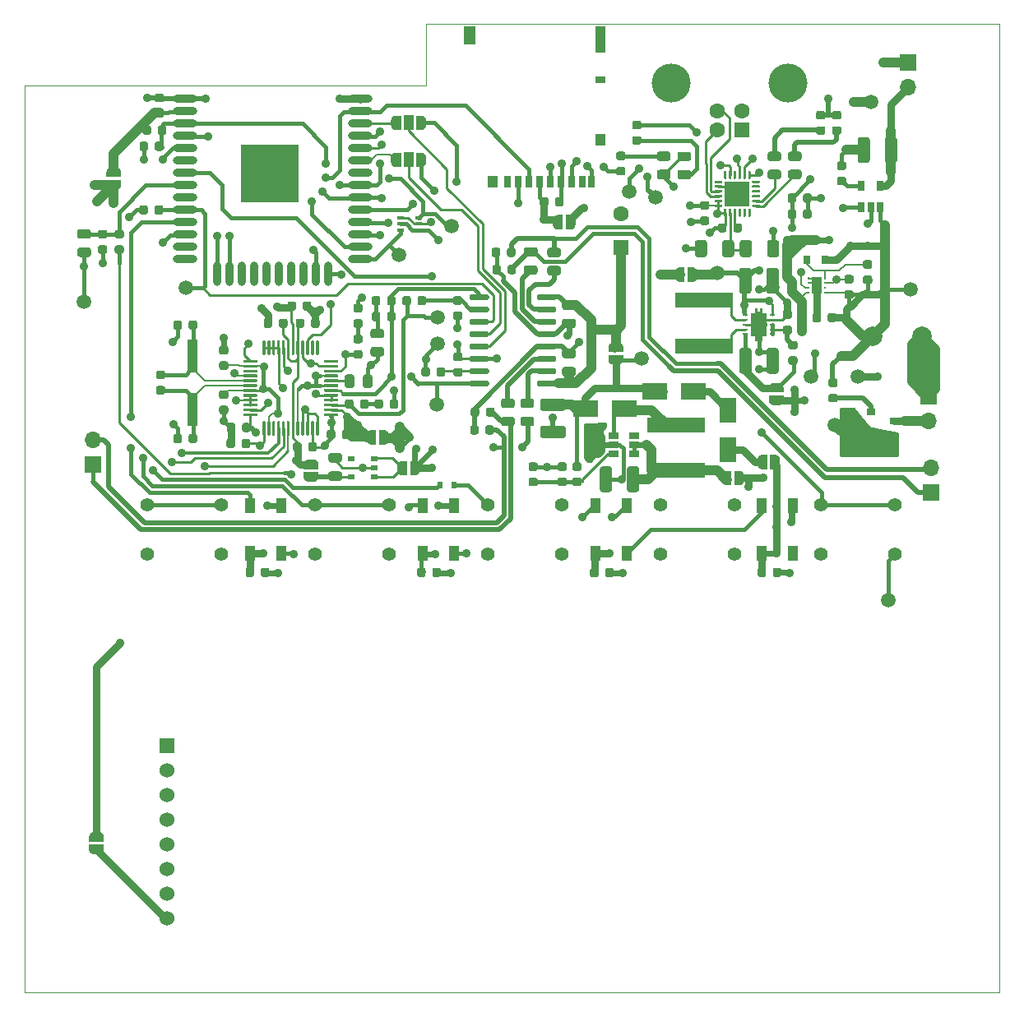
<source format=gbr>
G04 #@! TF.GenerationSoftware,KiCad,Pcbnew,5.1.7*
G04 #@! TF.CreationDate,2020-11-03T15:06:47+01:00*
G04 #@! TF.ProjectId,audioplayer,61756469-6f70-46c6-9179-65722e6b6963,rev?*
G04 #@! TF.SameCoordinates,Original*
G04 #@! TF.FileFunction,Copper,L1,Top*
G04 #@! TF.FilePolarity,Positive*
%FSLAX46Y46*%
G04 Gerber Fmt 4.6, Leading zero omitted, Abs format (unit mm)*
G04 Created by KiCad (PCBNEW 5.1.7) date 2020-11-03 15:06:47*
%MOMM*%
%LPD*%
G01*
G04 APERTURE LIST*
G04 #@! TA.AperFunction,Profile*
%ADD10C,0.100000*%
G04 #@! TD*
G04 #@! TA.AperFunction,ComponentPad*
%ADD11O,1.700000X1.700000*%
G04 #@! TD*
G04 #@! TA.AperFunction,ComponentPad*
%ADD12R,1.700000X1.700000*%
G04 #@! TD*
G04 #@! TA.AperFunction,SMDPad,CuDef*
%ADD13R,1.800000X2.500000*%
G04 #@! TD*
G04 #@! TA.AperFunction,SMDPad,CuDef*
%ADD14R,0.900000X0.800000*%
G04 #@! TD*
G04 #@! TA.AperFunction,SMDPad,CuDef*
%ADD15C,1.500000*%
G04 #@! TD*
G04 #@! TA.AperFunction,SMDPad,CuDef*
%ADD16R,1.000000X3.500000*%
G04 #@! TD*
G04 #@! TA.AperFunction,SMDPad,CuDef*
%ADD17C,0.100000*%
G04 #@! TD*
G04 #@! TA.AperFunction,SMDPad,CuDef*
%ADD18R,1.040000X1.800000*%
G04 #@! TD*
G04 #@! TA.AperFunction,SMDPad,CuDef*
%ADD19R,0.200000X0.250000*%
G04 #@! TD*
G04 #@! TA.AperFunction,SMDPad,CuDef*
%ADD20R,0.600000X0.700000*%
G04 #@! TD*
G04 #@! TA.AperFunction,ComponentPad*
%ADD21C,1.397000*%
G04 #@! TD*
G04 #@! TA.AperFunction,SMDPad,CuDef*
%ADD22R,1.000000X1.500000*%
G04 #@! TD*
G04 #@! TA.AperFunction,ComponentPad*
%ADD23C,4.000000*%
G04 #@! TD*
G04 #@! TA.AperFunction,ComponentPad*
%ADD24C,1.600000*%
G04 #@! TD*
G04 #@! TA.AperFunction,ComponentPad*
%ADD25R,1.600000X1.600000*%
G04 #@! TD*
G04 #@! TA.AperFunction,SMDPad,CuDef*
%ADD26R,0.800000X0.900000*%
G04 #@! TD*
G04 #@! TA.AperFunction,SMDPad,CuDef*
%ADD27R,2.500000X1.800000*%
G04 #@! TD*
G04 #@! TA.AperFunction,SMDPad,CuDef*
%ADD28R,5.900000X1.600000*%
G04 #@! TD*
G04 #@! TA.AperFunction,ComponentPad*
%ADD29C,2.000000*%
G04 #@! TD*
G04 #@! TA.AperFunction,SMDPad,CuDef*
%ADD30R,6.000000X6.000000*%
G04 #@! TD*
G04 #@! TA.AperFunction,SMDPad,CuDef*
%ADD31O,2.500000X0.900000*%
G04 #@! TD*
G04 #@! TA.AperFunction,SMDPad,CuDef*
%ADD32O,0.900000X2.500000*%
G04 #@! TD*
G04 #@! TA.AperFunction,ComponentPad*
%ADD33C,1.524000*%
G04 #@! TD*
G04 #@! TA.AperFunction,ComponentPad*
%ADD34R,1.524000X1.524000*%
G04 #@! TD*
G04 #@! TA.AperFunction,ComponentPad*
%ADD35C,0.700000*%
G04 #@! TD*
G04 #@! TA.AperFunction,ComponentPad*
%ADD36C,0.600000*%
G04 #@! TD*
G04 #@! TA.AperFunction,SMDPad,CuDef*
%ADD37R,0.600000X0.240000*%
G04 #@! TD*
G04 #@! TA.AperFunction,SMDPad,CuDef*
%ADD38R,0.650000X0.400000*%
G04 #@! TD*
G04 #@! TA.AperFunction,SMDPad,CuDef*
%ADD39R,1.060000X0.650000*%
G04 #@! TD*
G04 #@! TA.AperFunction,SMDPad,CuDef*
%ADD40R,0.700000X0.510000*%
G04 #@! TD*
G04 #@! TA.AperFunction,SMDPad,CuDef*
%ADD41R,2.600000X2.600000*%
G04 #@! TD*
G04 #@! TA.AperFunction,SMDPad,CuDef*
%ADD42R,0.650000X1.060000*%
G04 #@! TD*
G04 #@! TA.AperFunction,SMDPad,CuDef*
%ADD43R,1.300000X1.900000*%
G04 #@! TD*
G04 #@! TA.AperFunction,SMDPad,CuDef*
%ADD44R,1.000000X2.800000*%
G04 #@! TD*
G04 #@! TA.AperFunction,SMDPad,CuDef*
%ADD45R,1.000000X0.800000*%
G04 #@! TD*
G04 #@! TA.AperFunction,SMDPad,CuDef*
%ADD46R,1.000000X1.200000*%
G04 #@! TD*
G04 #@! TA.AperFunction,SMDPad,CuDef*
%ADD47R,0.700000X1.200000*%
G04 #@! TD*
G04 #@! TA.AperFunction,ViaPad*
%ADD48C,0.900000*%
G04 #@! TD*
G04 #@! TA.AperFunction,Conductor*
%ADD49C,1.000000*%
G04 #@! TD*
G04 #@! TA.AperFunction,Conductor*
%ADD50C,0.250000*%
G04 #@! TD*
G04 #@! TA.AperFunction,Conductor*
%ADD51C,0.500000*%
G04 #@! TD*
G04 #@! TA.AperFunction,Conductor*
%ADD52C,0.750000*%
G04 #@! TD*
G04 #@! TA.AperFunction,Conductor*
%ADD53C,0.400000*%
G04 #@! TD*
G04 #@! TA.AperFunction,Conductor*
%ADD54C,0.600000*%
G04 #@! TD*
G04 #@! TA.AperFunction,Conductor*
%ADD55C,0.280000*%
G04 #@! TD*
G04 #@! TA.AperFunction,Conductor*
%ADD56C,0.200000*%
G04 #@! TD*
G04 #@! TA.AperFunction,Conductor*
%ADD57C,0.300000*%
G04 #@! TD*
G04 #@! TA.AperFunction,Conductor*
%ADD58C,0.254000*%
G04 #@! TD*
G04 #@! TA.AperFunction,Conductor*
%ADD59C,0.100000*%
G04 #@! TD*
G04 APERTURE END LIST*
D10*
X156845000Y-121285000D02*
X56515000Y-121285000D01*
X156845000Y-121285000D02*
X156845000Y-21590000D01*
X56515000Y-27940000D02*
X56515000Y-121285000D01*
X97790000Y-21590000D02*
X156845000Y-21590000D01*
X97790000Y-27940000D02*
X97790000Y-21590000D01*
X56515000Y-27940000D02*
X97790000Y-27940000D01*
D11*
X147447000Y-28067000D03*
D12*
X147447000Y-25527000D03*
D13*
X128905000Y-61373000D03*
X128905000Y-65373000D03*
D14*
X145980000Y-62484000D03*
X143580000Y-63434000D03*
X143580000Y-61534000D03*
G04 #@! TA.AperFunction,SMDPad,CuDef*
G36*
G01*
X87373600Y-56157200D02*
X88698600Y-56157200D01*
G75*
G02*
X88773600Y-56232200I0J-75000D01*
G01*
X88773600Y-56382200D01*
G75*
G02*
X88698600Y-56457200I-75000J0D01*
G01*
X87373600Y-56457200D01*
G75*
G02*
X87298600Y-56382200I0J75000D01*
G01*
X87298600Y-56232200D01*
G75*
G02*
X87373600Y-56157200I75000J0D01*
G01*
G37*
G04 #@! TD.AperFunction*
G04 #@! TA.AperFunction,SMDPad,CuDef*
G36*
G01*
X87373600Y-56657200D02*
X88698600Y-56657200D01*
G75*
G02*
X88773600Y-56732200I0J-75000D01*
G01*
X88773600Y-56882200D01*
G75*
G02*
X88698600Y-56957200I-75000J0D01*
G01*
X87373600Y-56957200D01*
G75*
G02*
X87298600Y-56882200I0J75000D01*
G01*
X87298600Y-56732200D01*
G75*
G02*
X87373600Y-56657200I75000J0D01*
G01*
G37*
G04 #@! TD.AperFunction*
G04 #@! TA.AperFunction,SMDPad,CuDef*
G36*
G01*
X87373600Y-57157200D02*
X88698600Y-57157200D01*
G75*
G02*
X88773600Y-57232200I0J-75000D01*
G01*
X88773600Y-57382200D01*
G75*
G02*
X88698600Y-57457200I-75000J0D01*
G01*
X87373600Y-57457200D01*
G75*
G02*
X87298600Y-57382200I0J75000D01*
G01*
X87298600Y-57232200D01*
G75*
G02*
X87373600Y-57157200I75000J0D01*
G01*
G37*
G04 #@! TD.AperFunction*
G04 #@! TA.AperFunction,SMDPad,CuDef*
G36*
G01*
X87373600Y-57657200D02*
X88698600Y-57657200D01*
G75*
G02*
X88773600Y-57732200I0J-75000D01*
G01*
X88773600Y-57882200D01*
G75*
G02*
X88698600Y-57957200I-75000J0D01*
G01*
X87373600Y-57957200D01*
G75*
G02*
X87298600Y-57882200I0J75000D01*
G01*
X87298600Y-57732200D01*
G75*
G02*
X87373600Y-57657200I75000J0D01*
G01*
G37*
G04 #@! TD.AperFunction*
G04 #@! TA.AperFunction,SMDPad,CuDef*
G36*
G01*
X87373600Y-58157200D02*
X88698600Y-58157200D01*
G75*
G02*
X88773600Y-58232200I0J-75000D01*
G01*
X88773600Y-58382200D01*
G75*
G02*
X88698600Y-58457200I-75000J0D01*
G01*
X87373600Y-58457200D01*
G75*
G02*
X87298600Y-58382200I0J75000D01*
G01*
X87298600Y-58232200D01*
G75*
G02*
X87373600Y-58157200I75000J0D01*
G01*
G37*
G04 #@! TD.AperFunction*
G04 #@! TA.AperFunction,SMDPad,CuDef*
G36*
G01*
X87373600Y-58657200D02*
X88698600Y-58657200D01*
G75*
G02*
X88773600Y-58732200I0J-75000D01*
G01*
X88773600Y-58882200D01*
G75*
G02*
X88698600Y-58957200I-75000J0D01*
G01*
X87373600Y-58957200D01*
G75*
G02*
X87298600Y-58882200I0J75000D01*
G01*
X87298600Y-58732200D01*
G75*
G02*
X87373600Y-58657200I75000J0D01*
G01*
G37*
G04 #@! TD.AperFunction*
G04 #@! TA.AperFunction,SMDPad,CuDef*
G36*
G01*
X87373600Y-59157200D02*
X88698600Y-59157200D01*
G75*
G02*
X88773600Y-59232200I0J-75000D01*
G01*
X88773600Y-59382200D01*
G75*
G02*
X88698600Y-59457200I-75000J0D01*
G01*
X87373600Y-59457200D01*
G75*
G02*
X87298600Y-59382200I0J75000D01*
G01*
X87298600Y-59232200D01*
G75*
G02*
X87373600Y-59157200I75000J0D01*
G01*
G37*
G04 #@! TD.AperFunction*
G04 #@! TA.AperFunction,SMDPad,CuDef*
G36*
G01*
X87373600Y-59657200D02*
X88698600Y-59657200D01*
G75*
G02*
X88773600Y-59732200I0J-75000D01*
G01*
X88773600Y-59882200D01*
G75*
G02*
X88698600Y-59957200I-75000J0D01*
G01*
X87373600Y-59957200D01*
G75*
G02*
X87298600Y-59882200I0J75000D01*
G01*
X87298600Y-59732200D01*
G75*
G02*
X87373600Y-59657200I75000J0D01*
G01*
G37*
G04 #@! TD.AperFunction*
G04 #@! TA.AperFunction,SMDPad,CuDef*
G36*
G01*
X87373600Y-60157200D02*
X88698600Y-60157200D01*
G75*
G02*
X88773600Y-60232200I0J-75000D01*
G01*
X88773600Y-60382200D01*
G75*
G02*
X88698600Y-60457200I-75000J0D01*
G01*
X87373600Y-60457200D01*
G75*
G02*
X87298600Y-60382200I0J75000D01*
G01*
X87298600Y-60232200D01*
G75*
G02*
X87373600Y-60157200I75000J0D01*
G01*
G37*
G04 #@! TD.AperFunction*
G04 #@! TA.AperFunction,SMDPad,CuDef*
G36*
G01*
X87373600Y-60657200D02*
X88698600Y-60657200D01*
G75*
G02*
X88773600Y-60732200I0J-75000D01*
G01*
X88773600Y-60882200D01*
G75*
G02*
X88698600Y-60957200I-75000J0D01*
G01*
X87373600Y-60957200D01*
G75*
G02*
X87298600Y-60882200I0J75000D01*
G01*
X87298600Y-60732200D01*
G75*
G02*
X87373600Y-60657200I75000J0D01*
G01*
G37*
G04 #@! TD.AperFunction*
G04 #@! TA.AperFunction,SMDPad,CuDef*
G36*
G01*
X87373600Y-61157200D02*
X88698600Y-61157200D01*
G75*
G02*
X88773600Y-61232200I0J-75000D01*
G01*
X88773600Y-61382200D01*
G75*
G02*
X88698600Y-61457200I-75000J0D01*
G01*
X87373600Y-61457200D01*
G75*
G02*
X87298600Y-61382200I0J75000D01*
G01*
X87298600Y-61232200D01*
G75*
G02*
X87373600Y-61157200I75000J0D01*
G01*
G37*
G04 #@! TD.AperFunction*
G04 #@! TA.AperFunction,SMDPad,CuDef*
G36*
G01*
X87373600Y-61657200D02*
X88698600Y-61657200D01*
G75*
G02*
X88773600Y-61732200I0J-75000D01*
G01*
X88773600Y-61882200D01*
G75*
G02*
X88698600Y-61957200I-75000J0D01*
G01*
X87373600Y-61957200D01*
G75*
G02*
X87298600Y-61882200I0J75000D01*
G01*
X87298600Y-61732200D01*
G75*
G02*
X87373600Y-61657200I75000J0D01*
G01*
G37*
G04 #@! TD.AperFunction*
G04 #@! TA.AperFunction,SMDPad,CuDef*
G36*
G01*
X86548600Y-62482200D02*
X86698600Y-62482200D01*
G75*
G02*
X86773600Y-62557200I0J-75000D01*
G01*
X86773600Y-63882200D01*
G75*
G02*
X86698600Y-63957200I-75000J0D01*
G01*
X86548600Y-63957200D01*
G75*
G02*
X86473600Y-63882200I0J75000D01*
G01*
X86473600Y-62557200D01*
G75*
G02*
X86548600Y-62482200I75000J0D01*
G01*
G37*
G04 #@! TD.AperFunction*
G04 #@! TA.AperFunction,SMDPad,CuDef*
G36*
G01*
X86048600Y-62482200D02*
X86198600Y-62482200D01*
G75*
G02*
X86273600Y-62557200I0J-75000D01*
G01*
X86273600Y-63882200D01*
G75*
G02*
X86198600Y-63957200I-75000J0D01*
G01*
X86048600Y-63957200D01*
G75*
G02*
X85973600Y-63882200I0J75000D01*
G01*
X85973600Y-62557200D01*
G75*
G02*
X86048600Y-62482200I75000J0D01*
G01*
G37*
G04 #@! TD.AperFunction*
G04 #@! TA.AperFunction,SMDPad,CuDef*
G36*
G01*
X85548600Y-62482200D02*
X85698600Y-62482200D01*
G75*
G02*
X85773600Y-62557200I0J-75000D01*
G01*
X85773600Y-63882200D01*
G75*
G02*
X85698600Y-63957200I-75000J0D01*
G01*
X85548600Y-63957200D01*
G75*
G02*
X85473600Y-63882200I0J75000D01*
G01*
X85473600Y-62557200D01*
G75*
G02*
X85548600Y-62482200I75000J0D01*
G01*
G37*
G04 #@! TD.AperFunction*
G04 #@! TA.AperFunction,SMDPad,CuDef*
G36*
G01*
X85048600Y-62482200D02*
X85198600Y-62482200D01*
G75*
G02*
X85273600Y-62557200I0J-75000D01*
G01*
X85273600Y-63882200D01*
G75*
G02*
X85198600Y-63957200I-75000J0D01*
G01*
X85048600Y-63957200D01*
G75*
G02*
X84973600Y-63882200I0J75000D01*
G01*
X84973600Y-62557200D01*
G75*
G02*
X85048600Y-62482200I75000J0D01*
G01*
G37*
G04 #@! TD.AperFunction*
G04 #@! TA.AperFunction,SMDPad,CuDef*
G36*
G01*
X84548600Y-62482200D02*
X84698600Y-62482200D01*
G75*
G02*
X84773600Y-62557200I0J-75000D01*
G01*
X84773600Y-63882200D01*
G75*
G02*
X84698600Y-63957200I-75000J0D01*
G01*
X84548600Y-63957200D01*
G75*
G02*
X84473600Y-63882200I0J75000D01*
G01*
X84473600Y-62557200D01*
G75*
G02*
X84548600Y-62482200I75000J0D01*
G01*
G37*
G04 #@! TD.AperFunction*
G04 #@! TA.AperFunction,SMDPad,CuDef*
G36*
G01*
X84048600Y-62482200D02*
X84198600Y-62482200D01*
G75*
G02*
X84273600Y-62557200I0J-75000D01*
G01*
X84273600Y-63882200D01*
G75*
G02*
X84198600Y-63957200I-75000J0D01*
G01*
X84048600Y-63957200D01*
G75*
G02*
X83973600Y-63882200I0J75000D01*
G01*
X83973600Y-62557200D01*
G75*
G02*
X84048600Y-62482200I75000J0D01*
G01*
G37*
G04 #@! TD.AperFunction*
G04 #@! TA.AperFunction,SMDPad,CuDef*
G36*
G01*
X83548600Y-62482200D02*
X83698600Y-62482200D01*
G75*
G02*
X83773600Y-62557200I0J-75000D01*
G01*
X83773600Y-63882200D01*
G75*
G02*
X83698600Y-63957200I-75000J0D01*
G01*
X83548600Y-63957200D01*
G75*
G02*
X83473600Y-63882200I0J75000D01*
G01*
X83473600Y-62557200D01*
G75*
G02*
X83548600Y-62482200I75000J0D01*
G01*
G37*
G04 #@! TD.AperFunction*
G04 #@! TA.AperFunction,SMDPad,CuDef*
G36*
G01*
X83048600Y-62482200D02*
X83198600Y-62482200D01*
G75*
G02*
X83273600Y-62557200I0J-75000D01*
G01*
X83273600Y-63882200D01*
G75*
G02*
X83198600Y-63957200I-75000J0D01*
G01*
X83048600Y-63957200D01*
G75*
G02*
X82973600Y-63882200I0J75000D01*
G01*
X82973600Y-62557200D01*
G75*
G02*
X83048600Y-62482200I75000J0D01*
G01*
G37*
G04 #@! TD.AperFunction*
G04 #@! TA.AperFunction,SMDPad,CuDef*
G36*
G01*
X82548600Y-62482200D02*
X82698600Y-62482200D01*
G75*
G02*
X82773600Y-62557200I0J-75000D01*
G01*
X82773600Y-63882200D01*
G75*
G02*
X82698600Y-63957200I-75000J0D01*
G01*
X82548600Y-63957200D01*
G75*
G02*
X82473600Y-63882200I0J75000D01*
G01*
X82473600Y-62557200D01*
G75*
G02*
X82548600Y-62482200I75000J0D01*
G01*
G37*
G04 #@! TD.AperFunction*
G04 #@! TA.AperFunction,SMDPad,CuDef*
G36*
G01*
X82048600Y-62482200D02*
X82198600Y-62482200D01*
G75*
G02*
X82273600Y-62557200I0J-75000D01*
G01*
X82273600Y-63882200D01*
G75*
G02*
X82198600Y-63957200I-75000J0D01*
G01*
X82048600Y-63957200D01*
G75*
G02*
X81973600Y-63882200I0J75000D01*
G01*
X81973600Y-62557200D01*
G75*
G02*
X82048600Y-62482200I75000J0D01*
G01*
G37*
G04 #@! TD.AperFunction*
G04 #@! TA.AperFunction,SMDPad,CuDef*
G36*
G01*
X81548600Y-62482200D02*
X81698600Y-62482200D01*
G75*
G02*
X81773600Y-62557200I0J-75000D01*
G01*
X81773600Y-63882200D01*
G75*
G02*
X81698600Y-63957200I-75000J0D01*
G01*
X81548600Y-63957200D01*
G75*
G02*
X81473600Y-63882200I0J75000D01*
G01*
X81473600Y-62557200D01*
G75*
G02*
X81548600Y-62482200I75000J0D01*
G01*
G37*
G04 #@! TD.AperFunction*
G04 #@! TA.AperFunction,SMDPad,CuDef*
G36*
G01*
X81048600Y-62482200D02*
X81198600Y-62482200D01*
G75*
G02*
X81273600Y-62557200I0J-75000D01*
G01*
X81273600Y-63882200D01*
G75*
G02*
X81198600Y-63957200I-75000J0D01*
G01*
X81048600Y-63957200D01*
G75*
G02*
X80973600Y-63882200I0J75000D01*
G01*
X80973600Y-62557200D01*
G75*
G02*
X81048600Y-62482200I75000J0D01*
G01*
G37*
G04 #@! TD.AperFunction*
G04 #@! TA.AperFunction,SMDPad,CuDef*
G36*
G01*
X79048600Y-61657200D02*
X80373600Y-61657200D01*
G75*
G02*
X80448600Y-61732200I0J-75000D01*
G01*
X80448600Y-61882200D01*
G75*
G02*
X80373600Y-61957200I-75000J0D01*
G01*
X79048600Y-61957200D01*
G75*
G02*
X78973600Y-61882200I0J75000D01*
G01*
X78973600Y-61732200D01*
G75*
G02*
X79048600Y-61657200I75000J0D01*
G01*
G37*
G04 #@! TD.AperFunction*
G04 #@! TA.AperFunction,SMDPad,CuDef*
G36*
G01*
X79048600Y-61157200D02*
X80373600Y-61157200D01*
G75*
G02*
X80448600Y-61232200I0J-75000D01*
G01*
X80448600Y-61382200D01*
G75*
G02*
X80373600Y-61457200I-75000J0D01*
G01*
X79048600Y-61457200D01*
G75*
G02*
X78973600Y-61382200I0J75000D01*
G01*
X78973600Y-61232200D01*
G75*
G02*
X79048600Y-61157200I75000J0D01*
G01*
G37*
G04 #@! TD.AperFunction*
G04 #@! TA.AperFunction,SMDPad,CuDef*
G36*
G01*
X79048600Y-60657200D02*
X80373600Y-60657200D01*
G75*
G02*
X80448600Y-60732200I0J-75000D01*
G01*
X80448600Y-60882200D01*
G75*
G02*
X80373600Y-60957200I-75000J0D01*
G01*
X79048600Y-60957200D01*
G75*
G02*
X78973600Y-60882200I0J75000D01*
G01*
X78973600Y-60732200D01*
G75*
G02*
X79048600Y-60657200I75000J0D01*
G01*
G37*
G04 #@! TD.AperFunction*
G04 #@! TA.AperFunction,SMDPad,CuDef*
G36*
G01*
X79048600Y-60157200D02*
X80373600Y-60157200D01*
G75*
G02*
X80448600Y-60232200I0J-75000D01*
G01*
X80448600Y-60382200D01*
G75*
G02*
X80373600Y-60457200I-75000J0D01*
G01*
X79048600Y-60457200D01*
G75*
G02*
X78973600Y-60382200I0J75000D01*
G01*
X78973600Y-60232200D01*
G75*
G02*
X79048600Y-60157200I75000J0D01*
G01*
G37*
G04 #@! TD.AperFunction*
G04 #@! TA.AperFunction,SMDPad,CuDef*
G36*
G01*
X79048600Y-59657200D02*
X80373600Y-59657200D01*
G75*
G02*
X80448600Y-59732200I0J-75000D01*
G01*
X80448600Y-59882200D01*
G75*
G02*
X80373600Y-59957200I-75000J0D01*
G01*
X79048600Y-59957200D01*
G75*
G02*
X78973600Y-59882200I0J75000D01*
G01*
X78973600Y-59732200D01*
G75*
G02*
X79048600Y-59657200I75000J0D01*
G01*
G37*
G04 #@! TD.AperFunction*
G04 #@! TA.AperFunction,SMDPad,CuDef*
G36*
G01*
X79048600Y-59157200D02*
X80373600Y-59157200D01*
G75*
G02*
X80448600Y-59232200I0J-75000D01*
G01*
X80448600Y-59382200D01*
G75*
G02*
X80373600Y-59457200I-75000J0D01*
G01*
X79048600Y-59457200D01*
G75*
G02*
X78973600Y-59382200I0J75000D01*
G01*
X78973600Y-59232200D01*
G75*
G02*
X79048600Y-59157200I75000J0D01*
G01*
G37*
G04 #@! TD.AperFunction*
G04 #@! TA.AperFunction,SMDPad,CuDef*
G36*
G01*
X79048600Y-58657200D02*
X80373600Y-58657200D01*
G75*
G02*
X80448600Y-58732200I0J-75000D01*
G01*
X80448600Y-58882200D01*
G75*
G02*
X80373600Y-58957200I-75000J0D01*
G01*
X79048600Y-58957200D01*
G75*
G02*
X78973600Y-58882200I0J75000D01*
G01*
X78973600Y-58732200D01*
G75*
G02*
X79048600Y-58657200I75000J0D01*
G01*
G37*
G04 #@! TD.AperFunction*
G04 #@! TA.AperFunction,SMDPad,CuDef*
G36*
G01*
X79048600Y-58157200D02*
X80373600Y-58157200D01*
G75*
G02*
X80448600Y-58232200I0J-75000D01*
G01*
X80448600Y-58382200D01*
G75*
G02*
X80373600Y-58457200I-75000J0D01*
G01*
X79048600Y-58457200D01*
G75*
G02*
X78973600Y-58382200I0J75000D01*
G01*
X78973600Y-58232200D01*
G75*
G02*
X79048600Y-58157200I75000J0D01*
G01*
G37*
G04 #@! TD.AperFunction*
G04 #@! TA.AperFunction,SMDPad,CuDef*
G36*
G01*
X79048600Y-57657200D02*
X80373600Y-57657200D01*
G75*
G02*
X80448600Y-57732200I0J-75000D01*
G01*
X80448600Y-57882200D01*
G75*
G02*
X80373600Y-57957200I-75000J0D01*
G01*
X79048600Y-57957200D01*
G75*
G02*
X78973600Y-57882200I0J75000D01*
G01*
X78973600Y-57732200D01*
G75*
G02*
X79048600Y-57657200I75000J0D01*
G01*
G37*
G04 #@! TD.AperFunction*
G04 #@! TA.AperFunction,SMDPad,CuDef*
G36*
G01*
X79048600Y-57157200D02*
X80373600Y-57157200D01*
G75*
G02*
X80448600Y-57232200I0J-75000D01*
G01*
X80448600Y-57382200D01*
G75*
G02*
X80373600Y-57457200I-75000J0D01*
G01*
X79048600Y-57457200D01*
G75*
G02*
X78973600Y-57382200I0J75000D01*
G01*
X78973600Y-57232200D01*
G75*
G02*
X79048600Y-57157200I75000J0D01*
G01*
G37*
G04 #@! TD.AperFunction*
G04 #@! TA.AperFunction,SMDPad,CuDef*
G36*
G01*
X79048600Y-56657200D02*
X80373600Y-56657200D01*
G75*
G02*
X80448600Y-56732200I0J-75000D01*
G01*
X80448600Y-56882200D01*
G75*
G02*
X80373600Y-56957200I-75000J0D01*
G01*
X79048600Y-56957200D01*
G75*
G02*
X78973600Y-56882200I0J75000D01*
G01*
X78973600Y-56732200D01*
G75*
G02*
X79048600Y-56657200I75000J0D01*
G01*
G37*
G04 #@! TD.AperFunction*
G04 #@! TA.AperFunction,SMDPad,CuDef*
G36*
G01*
X79048600Y-56157200D02*
X80373600Y-56157200D01*
G75*
G02*
X80448600Y-56232200I0J-75000D01*
G01*
X80448600Y-56382200D01*
G75*
G02*
X80373600Y-56457200I-75000J0D01*
G01*
X79048600Y-56457200D01*
G75*
G02*
X78973600Y-56382200I0J75000D01*
G01*
X78973600Y-56232200D01*
G75*
G02*
X79048600Y-56157200I75000J0D01*
G01*
G37*
G04 #@! TD.AperFunction*
G04 #@! TA.AperFunction,SMDPad,CuDef*
G36*
G01*
X81048600Y-54157200D02*
X81198600Y-54157200D01*
G75*
G02*
X81273600Y-54232200I0J-75000D01*
G01*
X81273600Y-55557200D01*
G75*
G02*
X81198600Y-55632200I-75000J0D01*
G01*
X81048600Y-55632200D01*
G75*
G02*
X80973600Y-55557200I0J75000D01*
G01*
X80973600Y-54232200D01*
G75*
G02*
X81048600Y-54157200I75000J0D01*
G01*
G37*
G04 #@! TD.AperFunction*
G04 #@! TA.AperFunction,SMDPad,CuDef*
G36*
G01*
X81548600Y-54157200D02*
X81698600Y-54157200D01*
G75*
G02*
X81773600Y-54232200I0J-75000D01*
G01*
X81773600Y-55557200D01*
G75*
G02*
X81698600Y-55632200I-75000J0D01*
G01*
X81548600Y-55632200D01*
G75*
G02*
X81473600Y-55557200I0J75000D01*
G01*
X81473600Y-54232200D01*
G75*
G02*
X81548600Y-54157200I75000J0D01*
G01*
G37*
G04 #@! TD.AperFunction*
G04 #@! TA.AperFunction,SMDPad,CuDef*
G36*
G01*
X82048600Y-54157200D02*
X82198600Y-54157200D01*
G75*
G02*
X82273600Y-54232200I0J-75000D01*
G01*
X82273600Y-55557200D01*
G75*
G02*
X82198600Y-55632200I-75000J0D01*
G01*
X82048600Y-55632200D01*
G75*
G02*
X81973600Y-55557200I0J75000D01*
G01*
X81973600Y-54232200D01*
G75*
G02*
X82048600Y-54157200I75000J0D01*
G01*
G37*
G04 #@! TD.AperFunction*
G04 #@! TA.AperFunction,SMDPad,CuDef*
G36*
G01*
X82548600Y-54157200D02*
X82698600Y-54157200D01*
G75*
G02*
X82773600Y-54232200I0J-75000D01*
G01*
X82773600Y-55557200D01*
G75*
G02*
X82698600Y-55632200I-75000J0D01*
G01*
X82548600Y-55632200D01*
G75*
G02*
X82473600Y-55557200I0J75000D01*
G01*
X82473600Y-54232200D01*
G75*
G02*
X82548600Y-54157200I75000J0D01*
G01*
G37*
G04 #@! TD.AperFunction*
G04 #@! TA.AperFunction,SMDPad,CuDef*
G36*
G01*
X83048600Y-54157200D02*
X83198600Y-54157200D01*
G75*
G02*
X83273600Y-54232200I0J-75000D01*
G01*
X83273600Y-55557200D01*
G75*
G02*
X83198600Y-55632200I-75000J0D01*
G01*
X83048600Y-55632200D01*
G75*
G02*
X82973600Y-55557200I0J75000D01*
G01*
X82973600Y-54232200D01*
G75*
G02*
X83048600Y-54157200I75000J0D01*
G01*
G37*
G04 #@! TD.AperFunction*
G04 #@! TA.AperFunction,SMDPad,CuDef*
G36*
G01*
X83548600Y-54157200D02*
X83698600Y-54157200D01*
G75*
G02*
X83773600Y-54232200I0J-75000D01*
G01*
X83773600Y-55557200D01*
G75*
G02*
X83698600Y-55632200I-75000J0D01*
G01*
X83548600Y-55632200D01*
G75*
G02*
X83473600Y-55557200I0J75000D01*
G01*
X83473600Y-54232200D01*
G75*
G02*
X83548600Y-54157200I75000J0D01*
G01*
G37*
G04 #@! TD.AperFunction*
G04 #@! TA.AperFunction,SMDPad,CuDef*
G36*
G01*
X84048600Y-54157200D02*
X84198600Y-54157200D01*
G75*
G02*
X84273600Y-54232200I0J-75000D01*
G01*
X84273600Y-55557200D01*
G75*
G02*
X84198600Y-55632200I-75000J0D01*
G01*
X84048600Y-55632200D01*
G75*
G02*
X83973600Y-55557200I0J75000D01*
G01*
X83973600Y-54232200D01*
G75*
G02*
X84048600Y-54157200I75000J0D01*
G01*
G37*
G04 #@! TD.AperFunction*
G04 #@! TA.AperFunction,SMDPad,CuDef*
G36*
G01*
X84548600Y-54157200D02*
X84698600Y-54157200D01*
G75*
G02*
X84773600Y-54232200I0J-75000D01*
G01*
X84773600Y-55557200D01*
G75*
G02*
X84698600Y-55632200I-75000J0D01*
G01*
X84548600Y-55632200D01*
G75*
G02*
X84473600Y-55557200I0J75000D01*
G01*
X84473600Y-54232200D01*
G75*
G02*
X84548600Y-54157200I75000J0D01*
G01*
G37*
G04 #@! TD.AperFunction*
G04 #@! TA.AperFunction,SMDPad,CuDef*
G36*
G01*
X85048600Y-54157200D02*
X85198600Y-54157200D01*
G75*
G02*
X85273600Y-54232200I0J-75000D01*
G01*
X85273600Y-55557200D01*
G75*
G02*
X85198600Y-55632200I-75000J0D01*
G01*
X85048600Y-55632200D01*
G75*
G02*
X84973600Y-55557200I0J75000D01*
G01*
X84973600Y-54232200D01*
G75*
G02*
X85048600Y-54157200I75000J0D01*
G01*
G37*
G04 #@! TD.AperFunction*
G04 #@! TA.AperFunction,SMDPad,CuDef*
G36*
G01*
X85548600Y-54157200D02*
X85698600Y-54157200D01*
G75*
G02*
X85773600Y-54232200I0J-75000D01*
G01*
X85773600Y-55557200D01*
G75*
G02*
X85698600Y-55632200I-75000J0D01*
G01*
X85548600Y-55632200D01*
G75*
G02*
X85473600Y-55557200I0J75000D01*
G01*
X85473600Y-54232200D01*
G75*
G02*
X85548600Y-54157200I75000J0D01*
G01*
G37*
G04 #@! TD.AperFunction*
G04 #@! TA.AperFunction,SMDPad,CuDef*
G36*
G01*
X86048600Y-54157200D02*
X86198600Y-54157200D01*
G75*
G02*
X86273600Y-54232200I0J-75000D01*
G01*
X86273600Y-55557200D01*
G75*
G02*
X86198600Y-55632200I-75000J0D01*
G01*
X86048600Y-55632200D01*
G75*
G02*
X85973600Y-55557200I0J75000D01*
G01*
X85973600Y-54232200D01*
G75*
G02*
X86048600Y-54157200I75000J0D01*
G01*
G37*
G04 #@! TD.AperFunction*
G04 #@! TA.AperFunction,SMDPad,CuDef*
G36*
G01*
X86548600Y-54157200D02*
X86698600Y-54157200D01*
G75*
G02*
X86773600Y-54232200I0J-75000D01*
G01*
X86773600Y-55557200D01*
G75*
G02*
X86698600Y-55632200I-75000J0D01*
G01*
X86548600Y-55632200D01*
G75*
G02*
X86473600Y-55557200I0J75000D01*
G01*
X86473600Y-54232200D01*
G75*
G02*
X86548600Y-54157200I75000J0D01*
G01*
G37*
G04 #@! TD.AperFunction*
D15*
X137414000Y-57912000D03*
D16*
X73787000Y-55771600D03*
X73787000Y-61271600D03*
D15*
X94996000Y-45339000D03*
X100457000Y-42418000D03*
X121437400Y-39446200D03*
X118745000Y-38862000D03*
G04 #@! TA.AperFunction,SMDPad,CuDef*
D17*
G36*
X111379000Y-42735598D02*
G01*
X111354466Y-42735598D01*
X111305635Y-42730788D01*
X111257510Y-42721216D01*
X111210555Y-42706972D01*
X111165222Y-42688195D01*
X111121949Y-42665064D01*
X111081150Y-42637804D01*
X111043221Y-42606676D01*
X111008524Y-42571979D01*
X110977396Y-42534050D01*
X110950136Y-42493251D01*
X110927005Y-42449978D01*
X110908228Y-42404645D01*
X110893984Y-42357690D01*
X110884412Y-42309565D01*
X110879602Y-42260734D01*
X110879602Y-42236200D01*
X110879000Y-42236200D01*
X110879000Y-41736200D01*
X110879602Y-41736200D01*
X110879602Y-41711666D01*
X110884412Y-41662835D01*
X110893984Y-41614710D01*
X110908228Y-41567755D01*
X110927005Y-41522422D01*
X110950136Y-41479149D01*
X110977396Y-41438350D01*
X111008524Y-41400421D01*
X111043221Y-41365724D01*
X111081150Y-41334596D01*
X111121949Y-41307336D01*
X111165222Y-41284205D01*
X111210555Y-41265428D01*
X111257510Y-41251184D01*
X111305635Y-41241612D01*
X111354466Y-41236802D01*
X111379000Y-41236802D01*
X111379000Y-41236200D01*
X111879000Y-41236200D01*
X111879000Y-42736200D01*
X111379000Y-42736200D01*
X111379000Y-42735598D01*
G37*
G04 #@! TD.AperFunction*
G04 #@! TA.AperFunction,SMDPad,CuDef*
G36*
X112179000Y-41236200D02*
G01*
X112679000Y-41236200D01*
X112679000Y-41236802D01*
X112703534Y-41236802D01*
X112752365Y-41241612D01*
X112800490Y-41251184D01*
X112847445Y-41265428D01*
X112892778Y-41284205D01*
X112936051Y-41307336D01*
X112976850Y-41334596D01*
X113014779Y-41365724D01*
X113049476Y-41400421D01*
X113080604Y-41438350D01*
X113107864Y-41479149D01*
X113130995Y-41522422D01*
X113149772Y-41567755D01*
X113164016Y-41614710D01*
X113173588Y-41662835D01*
X113178398Y-41711666D01*
X113178398Y-41736200D01*
X113179000Y-41736200D01*
X113179000Y-42236200D01*
X113178398Y-42236200D01*
X113178398Y-42260734D01*
X113173588Y-42309565D01*
X113164016Y-42357690D01*
X113149772Y-42404645D01*
X113130995Y-42449978D01*
X113107864Y-42493251D01*
X113080604Y-42534050D01*
X113049476Y-42571979D01*
X113014779Y-42606676D01*
X112976850Y-42637804D01*
X112936051Y-42665064D01*
X112892778Y-42688195D01*
X112847445Y-42706972D01*
X112800490Y-42721216D01*
X112752365Y-42730788D01*
X112703534Y-42735598D01*
X112679000Y-42735598D01*
X112679000Y-42736200D01*
X112179000Y-42736200D01*
X112179000Y-41236200D01*
G37*
G04 #@! TD.AperFunction*
G04 #@! TA.AperFunction,SMDPad,CuDef*
G36*
X123937000Y-48120398D02*
G01*
X123912466Y-48120398D01*
X123863635Y-48115588D01*
X123815510Y-48106016D01*
X123768555Y-48091772D01*
X123723222Y-48072995D01*
X123679949Y-48049864D01*
X123639150Y-48022604D01*
X123601221Y-47991476D01*
X123566524Y-47956779D01*
X123535396Y-47918850D01*
X123508136Y-47878051D01*
X123485005Y-47834778D01*
X123466228Y-47789445D01*
X123451984Y-47742490D01*
X123442412Y-47694365D01*
X123437602Y-47645534D01*
X123437602Y-47621000D01*
X123437000Y-47621000D01*
X123437000Y-47121000D01*
X123437602Y-47121000D01*
X123437602Y-47096466D01*
X123442412Y-47047635D01*
X123451984Y-46999510D01*
X123466228Y-46952555D01*
X123485005Y-46907222D01*
X123508136Y-46863949D01*
X123535396Y-46823150D01*
X123566524Y-46785221D01*
X123601221Y-46750524D01*
X123639150Y-46719396D01*
X123679949Y-46692136D01*
X123723222Y-46669005D01*
X123768555Y-46650228D01*
X123815510Y-46635984D01*
X123863635Y-46626412D01*
X123912466Y-46621602D01*
X123937000Y-46621602D01*
X123937000Y-46621000D01*
X124437000Y-46621000D01*
X124437000Y-48121000D01*
X123937000Y-48121000D01*
X123937000Y-48120398D01*
G37*
G04 #@! TD.AperFunction*
G04 #@! TA.AperFunction,SMDPad,CuDef*
G36*
X124737000Y-46621000D02*
G01*
X125237000Y-46621000D01*
X125237000Y-46621602D01*
X125261534Y-46621602D01*
X125310365Y-46626412D01*
X125358490Y-46635984D01*
X125405445Y-46650228D01*
X125450778Y-46669005D01*
X125494051Y-46692136D01*
X125534850Y-46719396D01*
X125572779Y-46750524D01*
X125607476Y-46785221D01*
X125638604Y-46823150D01*
X125665864Y-46863949D01*
X125688995Y-46907222D01*
X125707772Y-46952555D01*
X125722016Y-46999510D01*
X125731588Y-47047635D01*
X125736398Y-47096466D01*
X125736398Y-47121000D01*
X125737000Y-47121000D01*
X125737000Y-47621000D01*
X125736398Y-47621000D01*
X125736398Y-47645534D01*
X125731588Y-47694365D01*
X125722016Y-47742490D01*
X125707772Y-47789445D01*
X125688995Y-47834778D01*
X125665864Y-47878051D01*
X125638604Y-47918850D01*
X125607476Y-47956779D01*
X125572779Y-47991476D01*
X125534850Y-48022604D01*
X125494051Y-48049864D01*
X125450778Y-48072995D01*
X125405445Y-48091772D01*
X125358490Y-48106016D01*
X125310365Y-48115588D01*
X125261534Y-48120398D01*
X125237000Y-48120398D01*
X125237000Y-48121000D01*
X124737000Y-48121000D01*
X124737000Y-46621000D01*
G37*
G04 #@! TD.AperFunction*
G04 #@! TA.AperFunction,SMDPad,CuDef*
G36*
X64630398Y-106568000D02*
G01*
X64630398Y-106592534D01*
X64625588Y-106641365D01*
X64616016Y-106689490D01*
X64601772Y-106736445D01*
X64582995Y-106781778D01*
X64559864Y-106825051D01*
X64532604Y-106865850D01*
X64501476Y-106903779D01*
X64466779Y-106938476D01*
X64428850Y-106969604D01*
X64388051Y-106996864D01*
X64344778Y-107019995D01*
X64299445Y-107038772D01*
X64252490Y-107053016D01*
X64204365Y-107062588D01*
X64155534Y-107067398D01*
X64131000Y-107067398D01*
X64131000Y-107068000D01*
X63631000Y-107068000D01*
X63631000Y-107067398D01*
X63606466Y-107067398D01*
X63557635Y-107062588D01*
X63509510Y-107053016D01*
X63462555Y-107038772D01*
X63417222Y-107019995D01*
X63373949Y-106996864D01*
X63333150Y-106969604D01*
X63295221Y-106938476D01*
X63260524Y-106903779D01*
X63229396Y-106865850D01*
X63202136Y-106825051D01*
X63179005Y-106781778D01*
X63160228Y-106736445D01*
X63145984Y-106689490D01*
X63136412Y-106641365D01*
X63131602Y-106592534D01*
X63131602Y-106568000D01*
X63131000Y-106568000D01*
X63131000Y-106068000D01*
X64631000Y-106068000D01*
X64631000Y-106568000D01*
X64630398Y-106568000D01*
G37*
G04 #@! TD.AperFunction*
G04 #@! TA.AperFunction,SMDPad,CuDef*
G36*
X63131000Y-105768000D02*
G01*
X63131000Y-105268000D01*
X63131602Y-105268000D01*
X63131602Y-105243466D01*
X63136412Y-105194635D01*
X63145984Y-105146510D01*
X63160228Y-105099555D01*
X63179005Y-105054222D01*
X63202136Y-105010949D01*
X63229396Y-104970150D01*
X63260524Y-104932221D01*
X63295221Y-104897524D01*
X63333150Y-104866396D01*
X63373949Y-104839136D01*
X63417222Y-104816005D01*
X63462555Y-104797228D01*
X63509510Y-104782984D01*
X63557635Y-104773412D01*
X63606466Y-104768602D01*
X63631000Y-104768602D01*
X63631000Y-104768000D01*
X64131000Y-104768000D01*
X64131000Y-104768602D01*
X64155534Y-104768602D01*
X64204365Y-104773412D01*
X64252490Y-104782984D01*
X64299445Y-104797228D01*
X64344778Y-104816005D01*
X64388051Y-104839136D01*
X64428850Y-104866396D01*
X64466779Y-104897524D01*
X64501476Y-104932221D01*
X64532604Y-104970150D01*
X64559864Y-105010949D01*
X64582995Y-105054222D01*
X64601772Y-105099555D01*
X64616016Y-105146510D01*
X64625588Y-105194635D01*
X64630398Y-105243466D01*
X64630398Y-105268000D01*
X64631000Y-105268000D01*
X64631000Y-105768000D01*
X63131000Y-105768000D01*
G37*
G04 #@! TD.AperFunction*
G04 #@! TA.AperFunction,SMDPad,CuDef*
G36*
X64909602Y-36830000D02*
G01*
X64909602Y-36805466D01*
X64914412Y-36756635D01*
X64923984Y-36708510D01*
X64938228Y-36661555D01*
X64957005Y-36616222D01*
X64980136Y-36572949D01*
X65007396Y-36532150D01*
X65038524Y-36494221D01*
X65073221Y-36459524D01*
X65111150Y-36428396D01*
X65151949Y-36401136D01*
X65195222Y-36378005D01*
X65240555Y-36359228D01*
X65287510Y-36344984D01*
X65335635Y-36335412D01*
X65384466Y-36330602D01*
X65409000Y-36330602D01*
X65409000Y-36330000D01*
X65909000Y-36330000D01*
X65909000Y-36330602D01*
X65933534Y-36330602D01*
X65982365Y-36335412D01*
X66030490Y-36344984D01*
X66077445Y-36359228D01*
X66122778Y-36378005D01*
X66166051Y-36401136D01*
X66206850Y-36428396D01*
X66244779Y-36459524D01*
X66279476Y-36494221D01*
X66310604Y-36532150D01*
X66337864Y-36572949D01*
X66360995Y-36616222D01*
X66379772Y-36661555D01*
X66394016Y-36708510D01*
X66403588Y-36756635D01*
X66408398Y-36805466D01*
X66408398Y-36830000D01*
X66409000Y-36830000D01*
X66409000Y-37330000D01*
X64909000Y-37330000D01*
X64909000Y-36830000D01*
X64909602Y-36830000D01*
G37*
G04 #@! TD.AperFunction*
G04 #@! TA.AperFunction,SMDPad,CuDef*
G36*
X66409000Y-37630000D02*
G01*
X66409000Y-38130000D01*
X66408398Y-38130000D01*
X66408398Y-38154534D01*
X66403588Y-38203365D01*
X66394016Y-38251490D01*
X66379772Y-38298445D01*
X66360995Y-38343778D01*
X66337864Y-38387051D01*
X66310604Y-38427850D01*
X66279476Y-38465779D01*
X66244779Y-38500476D01*
X66206850Y-38531604D01*
X66166051Y-38558864D01*
X66122778Y-38581995D01*
X66077445Y-38600772D01*
X66030490Y-38615016D01*
X65982365Y-38624588D01*
X65933534Y-38629398D01*
X65909000Y-38629398D01*
X65909000Y-38630000D01*
X65409000Y-38630000D01*
X65409000Y-38629398D01*
X65384466Y-38629398D01*
X65335635Y-38624588D01*
X65287510Y-38615016D01*
X65240555Y-38600772D01*
X65195222Y-38581995D01*
X65151949Y-38558864D01*
X65111150Y-38531604D01*
X65073221Y-38500476D01*
X65038524Y-38465779D01*
X65007396Y-38427850D01*
X64980136Y-38387051D01*
X64957005Y-38343778D01*
X64938228Y-38298445D01*
X64923984Y-38251490D01*
X64914412Y-38203365D01*
X64909602Y-38154534D01*
X64909602Y-38130000D01*
X64909000Y-38130000D01*
X64909000Y-37630000D01*
X66409000Y-37630000D01*
G37*
G04 #@! TD.AperFunction*
D11*
X149542500Y-62420500D03*
D12*
X149542500Y-59880500D03*
D15*
X62611000Y-50165000D03*
X145415000Y-80899000D03*
X142240000Y-57912000D03*
X143637000Y-29591000D03*
X73088500Y-48768000D03*
G04 #@! TA.AperFunction,SMDPad,CuDef*
D17*
G36*
X85229602Y-66914000D02*
G01*
X85229602Y-66889466D01*
X85234412Y-66840635D01*
X85243984Y-66792510D01*
X85258228Y-66745555D01*
X85277005Y-66700222D01*
X85300136Y-66656949D01*
X85327396Y-66616150D01*
X85358524Y-66578221D01*
X85393221Y-66543524D01*
X85431150Y-66512396D01*
X85471949Y-66485136D01*
X85515222Y-66462005D01*
X85560555Y-66443228D01*
X85607510Y-66428984D01*
X85655635Y-66419412D01*
X85704466Y-66414602D01*
X85729000Y-66414602D01*
X85729000Y-66414000D01*
X86229000Y-66414000D01*
X86229000Y-66414602D01*
X86253534Y-66414602D01*
X86302365Y-66419412D01*
X86350490Y-66428984D01*
X86397445Y-66443228D01*
X86442778Y-66462005D01*
X86486051Y-66485136D01*
X86526850Y-66512396D01*
X86564779Y-66543524D01*
X86599476Y-66578221D01*
X86630604Y-66616150D01*
X86657864Y-66656949D01*
X86680995Y-66700222D01*
X86699772Y-66745555D01*
X86714016Y-66792510D01*
X86723588Y-66840635D01*
X86728398Y-66889466D01*
X86728398Y-66914000D01*
X86729000Y-66914000D01*
X86729000Y-67414000D01*
X85229000Y-67414000D01*
X85229000Y-66914000D01*
X85229602Y-66914000D01*
G37*
G04 #@! TD.AperFunction*
G04 #@! TA.AperFunction,SMDPad,CuDef*
G36*
X86729000Y-67714000D02*
G01*
X86729000Y-68214000D01*
X86728398Y-68214000D01*
X86728398Y-68238534D01*
X86723588Y-68287365D01*
X86714016Y-68335490D01*
X86699772Y-68382445D01*
X86680995Y-68427778D01*
X86657864Y-68471051D01*
X86630604Y-68511850D01*
X86599476Y-68549779D01*
X86564779Y-68584476D01*
X86526850Y-68615604D01*
X86486051Y-68642864D01*
X86442778Y-68665995D01*
X86397445Y-68684772D01*
X86350490Y-68699016D01*
X86302365Y-68708588D01*
X86253534Y-68713398D01*
X86229000Y-68713398D01*
X86229000Y-68714000D01*
X85729000Y-68714000D01*
X85729000Y-68713398D01*
X85704466Y-68713398D01*
X85655635Y-68708588D01*
X85607510Y-68699016D01*
X85560555Y-68684772D01*
X85515222Y-68665995D01*
X85471949Y-68642864D01*
X85431150Y-68615604D01*
X85393221Y-68584476D01*
X85358524Y-68549779D01*
X85327396Y-68511850D01*
X85300136Y-68471051D01*
X85277005Y-68427778D01*
X85258228Y-68382445D01*
X85243984Y-68335490D01*
X85234412Y-68287365D01*
X85229602Y-68238534D01*
X85229602Y-68214000D01*
X85229000Y-68214000D01*
X85229000Y-67714000D01*
X86729000Y-67714000D01*
G37*
G04 #@! TD.AperFunction*
G04 #@! TA.AperFunction,SMDPad,CuDef*
G36*
X116598602Y-54849000D02*
G01*
X116598602Y-54824466D01*
X116603412Y-54775635D01*
X116612984Y-54727510D01*
X116627228Y-54680555D01*
X116646005Y-54635222D01*
X116669136Y-54591949D01*
X116696396Y-54551150D01*
X116727524Y-54513221D01*
X116762221Y-54478524D01*
X116800150Y-54447396D01*
X116840949Y-54420136D01*
X116884222Y-54397005D01*
X116929555Y-54378228D01*
X116976510Y-54363984D01*
X117024635Y-54354412D01*
X117073466Y-54349602D01*
X117098000Y-54349602D01*
X117098000Y-54349000D01*
X117598000Y-54349000D01*
X117598000Y-54349602D01*
X117622534Y-54349602D01*
X117671365Y-54354412D01*
X117719490Y-54363984D01*
X117766445Y-54378228D01*
X117811778Y-54397005D01*
X117855051Y-54420136D01*
X117895850Y-54447396D01*
X117933779Y-54478524D01*
X117968476Y-54513221D01*
X117999604Y-54551150D01*
X118026864Y-54591949D01*
X118049995Y-54635222D01*
X118068772Y-54680555D01*
X118083016Y-54727510D01*
X118092588Y-54775635D01*
X118097398Y-54824466D01*
X118097398Y-54849000D01*
X118098000Y-54849000D01*
X118098000Y-55349000D01*
X116598000Y-55349000D01*
X116598000Y-54849000D01*
X116598602Y-54849000D01*
G37*
G04 #@! TD.AperFunction*
G04 #@! TA.AperFunction,SMDPad,CuDef*
G36*
X118098000Y-55649000D02*
G01*
X118098000Y-56149000D01*
X118097398Y-56149000D01*
X118097398Y-56173534D01*
X118092588Y-56222365D01*
X118083016Y-56270490D01*
X118068772Y-56317445D01*
X118049995Y-56362778D01*
X118026864Y-56406051D01*
X117999604Y-56446850D01*
X117968476Y-56484779D01*
X117933779Y-56519476D01*
X117895850Y-56550604D01*
X117855051Y-56577864D01*
X117811778Y-56600995D01*
X117766445Y-56619772D01*
X117719490Y-56634016D01*
X117671365Y-56643588D01*
X117622534Y-56648398D01*
X117598000Y-56648398D01*
X117598000Y-56649000D01*
X117098000Y-56649000D01*
X117098000Y-56648398D01*
X117073466Y-56648398D01*
X117024635Y-56643588D01*
X116976510Y-56634016D01*
X116929555Y-56619772D01*
X116884222Y-56600995D01*
X116840949Y-56577864D01*
X116800150Y-56550604D01*
X116762221Y-56519476D01*
X116727524Y-56484779D01*
X116696396Y-56446850D01*
X116669136Y-56406051D01*
X116646005Y-56362778D01*
X116627228Y-56317445D01*
X116612984Y-56270490D01*
X116603412Y-56222365D01*
X116598602Y-56173534D01*
X116598602Y-56149000D01*
X116598000Y-56149000D01*
X116598000Y-55649000D01*
X118098000Y-55649000D01*
G37*
G04 #@! TD.AperFunction*
G04 #@! TA.AperFunction,SMDPad,CuDef*
G36*
X93487000Y-63385602D02*
G01*
X93511534Y-63385602D01*
X93560365Y-63390412D01*
X93608490Y-63399984D01*
X93655445Y-63414228D01*
X93700778Y-63433005D01*
X93744051Y-63456136D01*
X93784850Y-63483396D01*
X93822779Y-63514524D01*
X93857476Y-63549221D01*
X93888604Y-63587150D01*
X93915864Y-63627949D01*
X93938995Y-63671222D01*
X93957772Y-63716555D01*
X93972016Y-63763510D01*
X93981588Y-63811635D01*
X93986398Y-63860466D01*
X93986398Y-63885000D01*
X93987000Y-63885000D01*
X93987000Y-64385000D01*
X93986398Y-64385000D01*
X93986398Y-64409534D01*
X93981588Y-64458365D01*
X93972016Y-64506490D01*
X93957772Y-64553445D01*
X93938995Y-64598778D01*
X93915864Y-64642051D01*
X93888604Y-64682850D01*
X93857476Y-64720779D01*
X93822779Y-64755476D01*
X93784850Y-64786604D01*
X93744051Y-64813864D01*
X93700778Y-64836995D01*
X93655445Y-64855772D01*
X93608490Y-64870016D01*
X93560365Y-64879588D01*
X93511534Y-64884398D01*
X93487000Y-64884398D01*
X93487000Y-64885000D01*
X92987000Y-64885000D01*
X92987000Y-63385000D01*
X93487000Y-63385000D01*
X93487000Y-63385602D01*
G37*
G04 #@! TD.AperFunction*
G04 #@! TA.AperFunction,SMDPad,CuDef*
G36*
X92687000Y-64885000D02*
G01*
X92187000Y-64885000D01*
X92187000Y-64884398D01*
X92162466Y-64884398D01*
X92113635Y-64879588D01*
X92065510Y-64870016D01*
X92018555Y-64855772D01*
X91973222Y-64836995D01*
X91929949Y-64813864D01*
X91889150Y-64786604D01*
X91851221Y-64755476D01*
X91816524Y-64720779D01*
X91785396Y-64682850D01*
X91758136Y-64642051D01*
X91735005Y-64598778D01*
X91716228Y-64553445D01*
X91701984Y-64506490D01*
X91692412Y-64458365D01*
X91687602Y-64409534D01*
X91687602Y-64385000D01*
X91687000Y-64385000D01*
X91687000Y-63885000D01*
X91687602Y-63885000D01*
X91687602Y-63860466D01*
X91692412Y-63811635D01*
X91701984Y-63763510D01*
X91716228Y-63716555D01*
X91735005Y-63671222D01*
X91758136Y-63627949D01*
X91785396Y-63587150D01*
X91816524Y-63549221D01*
X91851221Y-63514524D01*
X91889150Y-63483396D01*
X91929949Y-63456136D01*
X91973222Y-63433005D01*
X92018555Y-63414228D01*
X92065510Y-63399984D01*
X92113635Y-63390412D01*
X92162466Y-63385602D01*
X92187000Y-63385602D01*
X92187000Y-63385000D01*
X92687000Y-63385000D01*
X92687000Y-64885000D01*
G37*
G04 #@! TD.AperFunction*
D18*
X138036300Y-48501300D03*
D19*
X137186300Y-49251300D03*
X137186300Y-48751300D03*
X137186300Y-48251300D03*
X137186300Y-47751300D03*
X138886300Y-47751300D03*
X138886300Y-48251300D03*
X138886300Y-48751300D03*
X138886300Y-49251300D03*
D20*
X100649000Y-69088000D03*
X99249000Y-69088000D03*
G04 #@! TA.AperFunction,SMDPad,CuDef*
G36*
G01*
X136621000Y-41404250D02*
X136621000Y-40891750D01*
G75*
G02*
X136839750Y-40673000I218750J0D01*
G01*
X137277250Y-40673000D01*
G75*
G02*
X137496000Y-40891750I0J-218750D01*
G01*
X137496000Y-41404250D01*
G75*
G02*
X137277250Y-41623000I-218750J0D01*
G01*
X136839750Y-41623000D01*
G75*
G02*
X136621000Y-41404250I0J218750D01*
G01*
G37*
G04 #@! TD.AperFunction*
G04 #@! TA.AperFunction,SMDPad,CuDef*
G36*
G01*
X135046000Y-41404250D02*
X135046000Y-40891750D01*
G75*
G02*
X135264750Y-40673000I218750J0D01*
G01*
X135702250Y-40673000D01*
G75*
G02*
X135921000Y-40891750I0J-218750D01*
G01*
X135921000Y-41404250D01*
G75*
G02*
X135702250Y-41623000I-218750J0D01*
G01*
X135264750Y-41623000D01*
G75*
G02*
X135046000Y-41404250I0J218750D01*
G01*
G37*
G04 #@! TD.AperFunction*
G04 #@! TA.AperFunction,SMDPad,CuDef*
G36*
G01*
X141607250Y-48291000D02*
X141094750Y-48291000D01*
G75*
G02*
X140876000Y-48072250I0J218750D01*
G01*
X140876000Y-47634750D01*
G75*
G02*
X141094750Y-47416000I218750J0D01*
G01*
X141607250Y-47416000D01*
G75*
G02*
X141826000Y-47634750I0J-218750D01*
G01*
X141826000Y-48072250D01*
G75*
G02*
X141607250Y-48291000I-218750J0D01*
G01*
G37*
G04 #@! TD.AperFunction*
G04 #@! TA.AperFunction,SMDPad,CuDef*
G36*
G01*
X141607250Y-49866000D02*
X141094750Y-49866000D01*
G75*
G02*
X140876000Y-49647250I0J218750D01*
G01*
X140876000Y-49209750D01*
G75*
G02*
X141094750Y-48991000I218750J0D01*
G01*
X141607250Y-48991000D01*
G75*
G02*
X141826000Y-49209750I0J-218750D01*
G01*
X141826000Y-49647250D01*
G75*
G02*
X141607250Y-49866000I-218750J0D01*
G01*
G37*
G04 #@! TD.AperFunction*
G04 #@! TA.AperFunction,SMDPad,CuDef*
D17*
G36*
X133108602Y-59025000D02*
G01*
X133108602Y-59000466D01*
X133113412Y-58951635D01*
X133122984Y-58903510D01*
X133137228Y-58856555D01*
X133156005Y-58811222D01*
X133179136Y-58767949D01*
X133206396Y-58727150D01*
X133237524Y-58689221D01*
X133272221Y-58654524D01*
X133310150Y-58623396D01*
X133350949Y-58596136D01*
X133394222Y-58573005D01*
X133439555Y-58554228D01*
X133486510Y-58539984D01*
X133534635Y-58530412D01*
X133583466Y-58525602D01*
X133608000Y-58525602D01*
X133608000Y-58525000D01*
X134108000Y-58525000D01*
X134108000Y-58525602D01*
X134132534Y-58525602D01*
X134181365Y-58530412D01*
X134229490Y-58539984D01*
X134276445Y-58554228D01*
X134321778Y-58573005D01*
X134365051Y-58596136D01*
X134405850Y-58623396D01*
X134443779Y-58654524D01*
X134478476Y-58689221D01*
X134509604Y-58727150D01*
X134536864Y-58767949D01*
X134559995Y-58811222D01*
X134578772Y-58856555D01*
X134593016Y-58903510D01*
X134602588Y-58951635D01*
X134607398Y-59000466D01*
X134607398Y-59025000D01*
X134608000Y-59025000D01*
X134608000Y-59525000D01*
X133108000Y-59525000D01*
X133108000Y-59025000D01*
X133108602Y-59025000D01*
G37*
G04 #@! TD.AperFunction*
G04 #@! TA.AperFunction,SMDPad,CuDef*
G36*
X134608000Y-59825000D02*
G01*
X134608000Y-60325000D01*
X134607398Y-60325000D01*
X134607398Y-60349534D01*
X134602588Y-60398365D01*
X134593016Y-60446490D01*
X134578772Y-60493445D01*
X134559995Y-60538778D01*
X134536864Y-60582051D01*
X134509604Y-60622850D01*
X134478476Y-60660779D01*
X134443779Y-60695476D01*
X134405850Y-60726604D01*
X134365051Y-60753864D01*
X134321778Y-60776995D01*
X134276445Y-60795772D01*
X134229490Y-60810016D01*
X134181365Y-60819588D01*
X134132534Y-60824398D01*
X134108000Y-60824398D01*
X134108000Y-60825000D01*
X133608000Y-60825000D01*
X133608000Y-60824398D01*
X133583466Y-60824398D01*
X133534635Y-60819588D01*
X133486510Y-60810016D01*
X133439555Y-60795772D01*
X133394222Y-60776995D01*
X133350949Y-60753864D01*
X133310150Y-60726604D01*
X133272221Y-60695476D01*
X133237524Y-60660779D01*
X133206396Y-60622850D01*
X133179136Y-60582051D01*
X133156005Y-60538778D01*
X133137228Y-60493445D01*
X133122984Y-60446490D01*
X133113412Y-60398365D01*
X133108602Y-60349534D01*
X133108602Y-60325000D01*
X133108000Y-60325000D01*
X133108000Y-59825000D01*
X134608000Y-59825000D01*
G37*
G04 #@! TD.AperFunction*
G04 #@! TA.AperFunction,SMDPad,CuDef*
G36*
X95362000Y-68059398D02*
G01*
X95337466Y-68059398D01*
X95288635Y-68054588D01*
X95240510Y-68045016D01*
X95193555Y-68030772D01*
X95148222Y-68011995D01*
X95104949Y-67988864D01*
X95064150Y-67961604D01*
X95026221Y-67930476D01*
X94991524Y-67895779D01*
X94960396Y-67857850D01*
X94933136Y-67817051D01*
X94910005Y-67773778D01*
X94891228Y-67728445D01*
X94876984Y-67681490D01*
X94867412Y-67633365D01*
X94862602Y-67584534D01*
X94862602Y-67560000D01*
X94862000Y-67560000D01*
X94862000Y-67060000D01*
X94862602Y-67060000D01*
X94862602Y-67035466D01*
X94867412Y-66986635D01*
X94876984Y-66938510D01*
X94891228Y-66891555D01*
X94910005Y-66846222D01*
X94933136Y-66802949D01*
X94960396Y-66762150D01*
X94991524Y-66724221D01*
X95026221Y-66689524D01*
X95064150Y-66658396D01*
X95104949Y-66631136D01*
X95148222Y-66608005D01*
X95193555Y-66589228D01*
X95240510Y-66574984D01*
X95288635Y-66565412D01*
X95337466Y-66560602D01*
X95362000Y-66560602D01*
X95362000Y-66560000D01*
X95862000Y-66560000D01*
X95862000Y-68060000D01*
X95362000Y-68060000D01*
X95362000Y-68059398D01*
G37*
G04 #@! TD.AperFunction*
G04 #@! TA.AperFunction,SMDPad,CuDef*
G36*
X96162000Y-66560000D02*
G01*
X96662000Y-66560000D01*
X96662000Y-66560602D01*
X96686534Y-66560602D01*
X96735365Y-66565412D01*
X96783490Y-66574984D01*
X96830445Y-66589228D01*
X96875778Y-66608005D01*
X96919051Y-66631136D01*
X96959850Y-66658396D01*
X96997779Y-66689524D01*
X97032476Y-66724221D01*
X97063604Y-66762150D01*
X97090864Y-66802949D01*
X97113995Y-66846222D01*
X97132772Y-66891555D01*
X97147016Y-66938510D01*
X97156588Y-66986635D01*
X97161398Y-67035466D01*
X97161398Y-67060000D01*
X97162000Y-67060000D01*
X97162000Y-67560000D01*
X97161398Y-67560000D01*
X97161398Y-67584534D01*
X97156588Y-67633365D01*
X97147016Y-67681490D01*
X97132772Y-67728445D01*
X97113995Y-67773778D01*
X97090864Y-67817051D01*
X97063604Y-67857850D01*
X97032476Y-67895779D01*
X96997779Y-67930476D01*
X96959850Y-67961604D01*
X96919051Y-67988864D01*
X96875778Y-68011995D01*
X96830445Y-68030772D01*
X96783490Y-68045016D01*
X96735365Y-68054588D01*
X96686534Y-68059398D01*
X96662000Y-68059398D01*
X96662000Y-68060000D01*
X96162000Y-68060000D01*
X96162000Y-66560000D01*
G37*
G04 #@! TD.AperFunction*
G04 #@! TA.AperFunction,SMDPad,CuDef*
G36*
X128763000Y-69075398D02*
G01*
X128738466Y-69075398D01*
X128689635Y-69070588D01*
X128641510Y-69061016D01*
X128594555Y-69046772D01*
X128549222Y-69027995D01*
X128505949Y-69004864D01*
X128465150Y-68977604D01*
X128427221Y-68946476D01*
X128392524Y-68911779D01*
X128361396Y-68873850D01*
X128334136Y-68833051D01*
X128311005Y-68789778D01*
X128292228Y-68744445D01*
X128277984Y-68697490D01*
X128268412Y-68649365D01*
X128263602Y-68600534D01*
X128263602Y-68576000D01*
X128263000Y-68576000D01*
X128263000Y-68076000D01*
X128263602Y-68076000D01*
X128263602Y-68051466D01*
X128268412Y-68002635D01*
X128277984Y-67954510D01*
X128292228Y-67907555D01*
X128311005Y-67862222D01*
X128334136Y-67818949D01*
X128361396Y-67778150D01*
X128392524Y-67740221D01*
X128427221Y-67705524D01*
X128465150Y-67674396D01*
X128505949Y-67647136D01*
X128549222Y-67624005D01*
X128594555Y-67605228D01*
X128641510Y-67590984D01*
X128689635Y-67581412D01*
X128738466Y-67576602D01*
X128763000Y-67576602D01*
X128763000Y-67576000D01*
X129263000Y-67576000D01*
X129263000Y-69076000D01*
X128763000Y-69076000D01*
X128763000Y-69075398D01*
G37*
G04 #@! TD.AperFunction*
G04 #@! TA.AperFunction,SMDPad,CuDef*
G36*
X129563000Y-67576000D02*
G01*
X130063000Y-67576000D01*
X130063000Y-67576602D01*
X130087534Y-67576602D01*
X130136365Y-67581412D01*
X130184490Y-67590984D01*
X130231445Y-67605228D01*
X130276778Y-67624005D01*
X130320051Y-67647136D01*
X130360850Y-67674396D01*
X130398779Y-67705524D01*
X130433476Y-67740221D01*
X130464604Y-67778150D01*
X130491864Y-67818949D01*
X130514995Y-67862222D01*
X130533772Y-67907555D01*
X130548016Y-67954510D01*
X130557588Y-68002635D01*
X130562398Y-68051466D01*
X130562398Y-68076000D01*
X130563000Y-68076000D01*
X130563000Y-68576000D01*
X130562398Y-68576000D01*
X130562398Y-68600534D01*
X130557588Y-68649365D01*
X130548016Y-68697490D01*
X130533772Y-68744445D01*
X130514995Y-68789778D01*
X130491864Y-68833051D01*
X130464604Y-68873850D01*
X130433476Y-68911779D01*
X130398779Y-68946476D01*
X130360850Y-68977604D01*
X130320051Y-69004864D01*
X130276778Y-69027995D01*
X130231445Y-69046772D01*
X130184490Y-69061016D01*
X130136365Y-69070588D01*
X130087534Y-69075398D01*
X130063000Y-69075398D01*
X130063000Y-69076000D01*
X129563000Y-69076000D01*
X129563000Y-67576000D01*
G37*
G04 #@! TD.AperFunction*
G04 #@! TA.AperFunction,SMDPad,CuDef*
G36*
X133731000Y-65925602D02*
G01*
X133755534Y-65925602D01*
X133804365Y-65930412D01*
X133852490Y-65939984D01*
X133899445Y-65954228D01*
X133944778Y-65973005D01*
X133988051Y-65996136D01*
X134028850Y-66023396D01*
X134066779Y-66054524D01*
X134101476Y-66089221D01*
X134132604Y-66127150D01*
X134159864Y-66167949D01*
X134182995Y-66211222D01*
X134201772Y-66256555D01*
X134216016Y-66303510D01*
X134225588Y-66351635D01*
X134230398Y-66400466D01*
X134230398Y-66425000D01*
X134231000Y-66425000D01*
X134231000Y-66925000D01*
X134230398Y-66925000D01*
X134230398Y-66949534D01*
X134225588Y-66998365D01*
X134216016Y-67046490D01*
X134201772Y-67093445D01*
X134182995Y-67138778D01*
X134159864Y-67182051D01*
X134132604Y-67222850D01*
X134101476Y-67260779D01*
X134066779Y-67295476D01*
X134028850Y-67326604D01*
X133988051Y-67353864D01*
X133944778Y-67376995D01*
X133899445Y-67395772D01*
X133852490Y-67410016D01*
X133804365Y-67419588D01*
X133755534Y-67424398D01*
X133731000Y-67424398D01*
X133731000Y-67425000D01*
X133231000Y-67425000D01*
X133231000Y-65925000D01*
X133731000Y-65925000D01*
X133731000Y-65925602D01*
G37*
G04 #@! TD.AperFunction*
G04 #@! TA.AperFunction,SMDPad,CuDef*
G36*
X132931000Y-67425000D02*
G01*
X132431000Y-67425000D01*
X132431000Y-67424398D01*
X132406466Y-67424398D01*
X132357635Y-67419588D01*
X132309510Y-67410016D01*
X132262555Y-67395772D01*
X132217222Y-67376995D01*
X132173949Y-67353864D01*
X132133150Y-67326604D01*
X132095221Y-67295476D01*
X132060524Y-67260779D01*
X132029396Y-67222850D01*
X132002136Y-67182051D01*
X131979005Y-67138778D01*
X131960228Y-67093445D01*
X131945984Y-67046490D01*
X131936412Y-66998365D01*
X131931602Y-66949534D01*
X131931602Y-66925000D01*
X131931000Y-66925000D01*
X131931000Y-66425000D01*
X131931602Y-66425000D01*
X131931602Y-66400466D01*
X131936412Y-66351635D01*
X131945984Y-66303510D01*
X131960228Y-66256555D01*
X131979005Y-66211222D01*
X132002136Y-66167949D01*
X132029396Y-66127150D01*
X132060524Y-66089221D01*
X132095221Y-66054524D01*
X132133150Y-66023396D01*
X132173949Y-65996136D01*
X132217222Y-65973005D01*
X132262555Y-65954228D01*
X132309510Y-65939984D01*
X132357635Y-65930412D01*
X132406466Y-65925602D01*
X132431000Y-65925602D01*
X132431000Y-65925000D01*
X132931000Y-65925000D01*
X132931000Y-67425000D01*
G37*
G04 #@! TD.AperFunction*
G04 #@! TA.AperFunction,SMDPad,CuDef*
G36*
G01*
X136621000Y-39753250D02*
X136621000Y-39240750D01*
G75*
G02*
X136839750Y-39022000I218750J0D01*
G01*
X137277250Y-39022000D01*
G75*
G02*
X137496000Y-39240750I0J-218750D01*
G01*
X137496000Y-39753250D01*
G75*
G02*
X137277250Y-39972000I-218750J0D01*
G01*
X136839750Y-39972000D01*
G75*
G02*
X136621000Y-39753250I0J218750D01*
G01*
G37*
G04 #@! TD.AperFunction*
G04 #@! TA.AperFunction,SMDPad,CuDef*
G36*
G01*
X135046000Y-39753250D02*
X135046000Y-39240750D01*
G75*
G02*
X135264750Y-39022000I218750J0D01*
G01*
X135702250Y-39022000D01*
G75*
G02*
X135921000Y-39240750I0J-218750D01*
G01*
X135921000Y-39753250D01*
G75*
G02*
X135702250Y-39972000I-218750J0D01*
G01*
X135264750Y-39972000D01*
G75*
G02*
X135046000Y-39753250I0J218750D01*
G01*
G37*
G04 #@! TD.AperFunction*
G04 #@! TA.AperFunction,SMDPad,CuDef*
G36*
G01*
X138461000Y-51559750D02*
X138461000Y-52072250D01*
G75*
G02*
X138242250Y-52291000I-218750J0D01*
G01*
X137804750Y-52291000D01*
G75*
G02*
X137586000Y-52072250I0J218750D01*
G01*
X137586000Y-51559750D01*
G75*
G02*
X137804750Y-51341000I218750J0D01*
G01*
X138242250Y-51341000D01*
G75*
G02*
X138461000Y-51559750I0J-218750D01*
G01*
G37*
G04 #@! TD.AperFunction*
G04 #@! TA.AperFunction,SMDPad,CuDef*
G36*
G01*
X140036000Y-51559750D02*
X140036000Y-52072250D01*
G75*
G02*
X139817250Y-52291000I-218750J0D01*
G01*
X139379750Y-52291000D01*
G75*
G02*
X139161000Y-52072250I0J218750D01*
G01*
X139161000Y-51559750D01*
G75*
G02*
X139379750Y-51341000I218750J0D01*
G01*
X139817250Y-51341000D01*
G75*
G02*
X140036000Y-51559750I0J-218750D01*
G01*
G37*
G04 #@! TD.AperFunction*
D21*
X69088000Y-76200000D03*
X69088000Y-71120000D03*
X76708000Y-76200000D03*
X76708000Y-71120000D03*
X93980000Y-71120000D03*
X93980000Y-76200000D03*
X86360000Y-71120000D03*
X86360000Y-76200000D03*
D22*
X79680000Y-76110000D03*
X82880000Y-76110000D03*
X79680000Y-71210000D03*
X82880000Y-71210000D03*
X132385000Y-76110000D03*
X135585000Y-76110000D03*
X132385000Y-71210000D03*
X135585000Y-71210000D03*
D23*
X135052000Y-27652000D03*
X123052000Y-27652000D03*
D24*
X130302000Y-30512000D03*
X127802000Y-30512000D03*
X127802000Y-32512000D03*
D25*
X130302000Y-32512000D03*
G04 #@! TA.AperFunction,SMDPad,CuDef*
G36*
G01*
X143512250Y-46767000D02*
X142999750Y-46767000D01*
G75*
G02*
X142781000Y-46548250I0J218750D01*
G01*
X142781000Y-46110750D01*
G75*
G02*
X142999750Y-45892000I218750J0D01*
G01*
X143512250Y-45892000D01*
G75*
G02*
X143731000Y-46110750I0J-218750D01*
G01*
X143731000Y-46548250D01*
G75*
G02*
X143512250Y-46767000I-218750J0D01*
G01*
G37*
G04 #@! TD.AperFunction*
G04 #@! TA.AperFunction,SMDPad,CuDef*
G36*
G01*
X143512250Y-48342000D02*
X142999750Y-48342000D01*
G75*
G02*
X142781000Y-48123250I0J218750D01*
G01*
X142781000Y-47685750D01*
G75*
G02*
X142999750Y-47467000I218750J0D01*
G01*
X143512250Y-47467000D01*
G75*
G02*
X143731000Y-47685750I0J-218750D01*
G01*
X143731000Y-48123250D01*
G75*
G02*
X143512250Y-48342000I-218750J0D01*
G01*
G37*
G04 #@! TD.AperFunction*
D26*
X137922000Y-43831000D03*
X138872000Y-45831000D03*
X136972000Y-45831000D03*
D27*
X121317000Y-59436000D03*
X125317000Y-59436000D03*
D28*
X126441200Y-50038000D03*
X126441200Y-54738000D03*
G04 #@! TA.AperFunction,SMDPad,CuDef*
G36*
G01*
X132905800Y-45329000D02*
X132905800Y-44079000D01*
G75*
G02*
X133155800Y-43829000I250000J0D01*
G01*
X133905800Y-43829000D01*
G75*
G02*
X134155800Y-44079000I0J-250000D01*
G01*
X134155800Y-45329000D01*
G75*
G02*
X133905800Y-45579000I-250000J0D01*
G01*
X133155800Y-45579000D01*
G75*
G02*
X132905800Y-45329000I0J250000D01*
G01*
G37*
G04 #@! TD.AperFunction*
G04 #@! TA.AperFunction,SMDPad,CuDef*
G36*
G01*
X130105800Y-45329000D02*
X130105800Y-44079000D01*
G75*
G02*
X130355800Y-43829000I250000J0D01*
G01*
X131105800Y-43829000D01*
G75*
G02*
X131355800Y-44079000I0J-250000D01*
G01*
X131355800Y-45329000D01*
G75*
G02*
X131105800Y-45579000I-250000J0D01*
G01*
X130355800Y-45579000D01*
G75*
G02*
X130105800Y-45329000I0J250000D01*
G01*
G37*
G04 #@! TD.AperFunction*
D29*
X148849080Y-53721000D03*
X143769080Y-53721000D03*
G04 #@! TA.AperFunction,SMDPad,CuDef*
G36*
G01*
X133509500Y-78297750D02*
X133509500Y-77785250D01*
G75*
G02*
X133728250Y-77566500I218750J0D01*
G01*
X134165750Y-77566500D01*
G75*
G02*
X134384500Y-77785250I0J-218750D01*
G01*
X134384500Y-78297750D01*
G75*
G02*
X134165750Y-78516500I-218750J0D01*
G01*
X133728250Y-78516500D01*
G75*
G02*
X133509500Y-78297750I0J218750D01*
G01*
G37*
G04 #@! TD.AperFunction*
G04 #@! TA.AperFunction,SMDPad,CuDef*
G36*
G01*
X131934500Y-78297750D02*
X131934500Y-77785250D01*
G75*
G02*
X132153250Y-77566500I218750J0D01*
G01*
X132590750Y-77566500D01*
G75*
G02*
X132809500Y-77785250I0J-218750D01*
G01*
X132809500Y-78297750D01*
G75*
G02*
X132590750Y-78516500I-218750J0D01*
G01*
X132153250Y-78516500D01*
G75*
G02*
X131934500Y-78297750I0J218750D01*
G01*
G37*
G04 #@! TD.AperFunction*
G04 #@! TA.AperFunction,SMDPad,CuDef*
G36*
G01*
X80804500Y-78297750D02*
X80804500Y-77785250D01*
G75*
G02*
X81023250Y-77566500I218750J0D01*
G01*
X81460750Y-77566500D01*
G75*
G02*
X81679500Y-77785250I0J-218750D01*
G01*
X81679500Y-78297750D01*
G75*
G02*
X81460750Y-78516500I-218750J0D01*
G01*
X81023250Y-78516500D01*
G75*
G02*
X80804500Y-78297750I0J218750D01*
G01*
G37*
G04 #@! TD.AperFunction*
G04 #@! TA.AperFunction,SMDPad,CuDef*
G36*
G01*
X79229500Y-78297750D02*
X79229500Y-77785250D01*
G75*
G02*
X79448250Y-77566500I218750J0D01*
G01*
X79885750Y-77566500D01*
G75*
G02*
X80104500Y-77785250I0J-218750D01*
G01*
X80104500Y-78297750D01*
G75*
G02*
X79885750Y-78516500I-218750J0D01*
G01*
X79448250Y-78516500D01*
G75*
G02*
X79229500Y-78297750I0J218750D01*
G01*
G37*
G04 #@! TD.AperFunction*
G04 #@! TA.AperFunction,SMDPad,CuDef*
G36*
G01*
X109095250Y-67595000D02*
X108582750Y-67595000D01*
G75*
G02*
X108364000Y-67376250I0J218750D01*
G01*
X108364000Y-66938750D01*
G75*
G02*
X108582750Y-66720000I218750J0D01*
G01*
X109095250Y-66720000D01*
G75*
G02*
X109314000Y-66938750I0J-218750D01*
G01*
X109314000Y-67376250D01*
G75*
G02*
X109095250Y-67595000I-218750J0D01*
G01*
G37*
G04 #@! TD.AperFunction*
G04 #@! TA.AperFunction,SMDPad,CuDef*
G36*
G01*
X109095250Y-69170000D02*
X108582750Y-69170000D01*
G75*
G02*
X108364000Y-68951250I0J218750D01*
G01*
X108364000Y-68513750D01*
G75*
G02*
X108582750Y-68295000I218750J0D01*
G01*
X109095250Y-68295000D01*
G75*
G02*
X109314000Y-68513750I0J-218750D01*
G01*
X109314000Y-68951250D01*
G75*
G02*
X109095250Y-69170000I-218750J0D01*
G01*
G37*
G04 #@! TD.AperFunction*
D28*
X123571000Y-62864500D03*
X123571000Y-67564500D03*
D30*
X81742000Y-36994000D03*
D31*
X73042000Y-29294000D03*
X73042000Y-30564000D03*
X73042000Y-31834000D03*
X73042000Y-33104000D03*
X73042000Y-34374000D03*
X73042000Y-35644000D03*
X73042000Y-36914000D03*
X73042000Y-38184000D03*
X73042000Y-39454000D03*
X73042000Y-40724000D03*
X73042000Y-41994000D03*
X73042000Y-43264000D03*
X73042000Y-44534000D03*
X73042000Y-45804000D03*
D32*
X76327000Y-47294000D03*
X77597000Y-47294000D03*
X78867000Y-47294000D03*
X80137000Y-47294000D03*
X81407000Y-47294000D03*
X82677000Y-47294000D03*
X83947000Y-47294000D03*
X85217000Y-47294000D03*
X86487000Y-47294000D03*
X87757000Y-47294000D03*
D31*
X91042000Y-45804000D03*
X91042000Y-44534000D03*
X91042000Y-43264000D03*
X91042000Y-41994000D03*
X91042000Y-40724000D03*
X91042000Y-39454000D03*
X91042000Y-38184000D03*
X91042000Y-36914000D03*
X91042000Y-35644000D03*
X91042000Y-34374000D03*
X91042000Y-33104000D03*
X91042000Y-31834000D03*
X91042000Y-30564000D03*
X91042000Y-29294000D03*
G04 #@! TA.AperFunction,SMDPad,CuDef*
G36*
G01*
X98202000Y-57147750D02*
X98202000Y-57660250D01*
G75*
G02*
X97983250Y-57879000I-218750J0D01*
G01*
X97545750Y-57879000D01*
G75*
G02*
X97327000Y-57660250I0J218750D01*
G01*
X97327000Y-57147750D01*
G75*
G02*
X97545750Y-56929000I218750J0D01*
G01*
X97983250Y-56929000D01*
G75*
G02*
X98202000Y-57147750I0J-218750D01*
G01*
G37*
G04 #@! TD.AperFunction*
G04 #@! TA.AperFunction,SMDPad,CuDef*
G36*
G01*
X99777000Y-57147750D02*
X99777000Y-57660250D01*
G75*
G02*
X99558250Y-57879000I-218750J0D01*
G01*
X99120750Y-57879000D01*
G75*
G02*
X98902000Y-57660250I0J218750D01*
G01*
X98902000Y-57147750D01*
G75*
G02*
X99120750Y-56929000I218750J0D01*
G01*
X99558250Y-56929000D01*
G75*
G02*
X99777000Y-57147750I0J-218750D01*
G01*
G37*
G04 #@! TD.AperFunction*
G04 #@! TA.AperFunction,SMDPad,CuDef*
G36*
G01*
X126733000Y-44079000D02*
X126733000Y-45329000D01*
G75*
G02*
X126483000Y-45579000I-250000J0D01*
G01*
X125733000Y-45579000D01*
G75*
G02*
X125483000Y-45329000I0J250000D01*
G01*
X125483000Y-44079000D01*
G75*
G02*
X125733000Y-43829000I250000J0D01*
G01*
X126483000Y-43829000D01*
G75*
G02*
X126733000Y-44079000I0J-250000D01*
G01*
G37*
G04 #@! TD.AperFunction*
G04 #@! TA.AperFunction,SMDPad,CuDef*
G36*
G01*
X129533000Y-44079000D02*
X129533000Y-45329000D01*
G75*
G02*
X129283000Y-45579000I-250000J0D01*
G01*
X128533000Y-45579000D01*
G75*
G02*
X128283000Y-45329000I0J250000D01*
G01*
X128283000Y-44079000D01*
G75*
G02*
X128533000Y-43829000I250000J0D01*
G01*
X129283000Y-43829000D01*
G75*
G02*
X129533000Y-44079000I0J-250000D01*
G01*
G37*
G04 #@! TD.AperFunction*
G04 #@! TA.AperFunction,SMDPad,CuDef*
G36*
G01*
X132855000Y-57336000D02*
X132855000Y-55186000D01*
G75*
G02*
X133105000Y-54936000I250000J0D01*
G01*
X133855000Y-54936000D01*
G75*
G02*
X134105000Y-55186000I0J-250000D01*
G01*
X134105000Y-57336000D01*
G75*
G02*
X133855000Y-57586000I-250000J0D01*
G01*
X133105000Y-57586000D01*
G75*
G02*
X132855000Y-57336000I0J250000D01*
G01*
G37*
G04 #@! TD.AperFunction*
G04 #@! TA.AperFunction,SMDPad,CuDef*
G36*
G01*
X130055000Y-57336000D02*
X130055000Y-55186000D01*
G75*
G02*
X130305000Y-54936000I250000J0D01*
G01*
X131055000Y-54936000D01*
G75*
G02*
X131305000Y-55186000I0J-250000D01*
G01*
X131305000Y-57336000D01*
G75*
G02*
X131055000Y-57586000I-250000J0D01*
G01*
X130305000Y-57586000D01*
G75*
G02*
X130055000Y-57336000I0J250000D01*
G01*
G37*
G04 #@! TD.AperFunction*
G04 #@! TA.AperFunction,SMDPad,CuDef*
G36*
G01*
X132855000Y-49081000D02*
X132855000Y-46931000D01*
G75*
G02*
X133105000Y-46681000I250000J0D01*
G01*
X133855000Y-46681000D01*
G75*
G02*
X134105000Y-46931000I0J-250000D01*
G01*
X134105000Y-49081000D01*
G75*
G02*
X133855000Y-49331000I-250000J0D01*
G01*
X133105000Y-49331000D01*
G75*
G02*
X132855000Y-49081000I0J250000D01*
G01*
G37*
G04 #@! TD.AperFunction*
G04 #@! TA.AperFunction,SMDPad,CuDef*
G36*
G01*
X130055000Y-49081000D02*
X130055000Y-46931000D01*
G75*
G02*
X130305000Y-46681000I250000J0D01*
G01*
X131055000Y-46681000D01*
G75*
G02*
X131305000Y-46931000I0J-250000D01*
G01*
X131305000Y-49081000D01*
G75*
G02*
X131055000Y-49331000I-250000J0D01*
G01*
X130305000Y-49331000D01*
G75*
G02*
X130055000Y-49081000I0J250000D01*
G01*
G37*
G04 #@! TD.AperFunction*
G04 #@! TA.AperFunction,SMDPad,CuDef*
G36*
G01*
X112973250Y-55988800D02*
X112060750Y-55988800D01*
G75*
G02*
X111817000Y-55745050I0J243750D01*
G01*
X111817000Y-55257550D01*
G75*
G02*
X112060750Y-55013800I243750J0D01*
G01*
X112973250Y-55013800D01*
G75*
G02*
X113217000Y-55257550I0J-243750D01*
G01*
X113217000Y-55745050D01*
G75*
G02*
X112973250Y-55988800I-243750J0D01*
G01*
G37*
G04 #@! TD.AperFunction*
G04 #@! TA.AperFunction,SMDPad,CuDef*
G36*
G01*
X112973250Y-57863800D02*
X112060750Y-57863800D01*
G75*
G02*
X111817000Y-57620050I0J243750D01*
G01*
X111817000Y-57132550D01*
G75*
G02*
X112060750Y-56888800I243750J0D01*
G01*
X112973250Y-56888800D01*
G75*
G02*
X113217000Y-57132550I0J-243750D01*
G01*
X113217000Y-57620050D01*
G75*
G02*
X112973250Y-57863800I-243750J0D01*
G01*
G37*
G04 #@! TD.AperFunction*
G04 #@! TA.AperFunction,SMDPad,CuDef*
G36*
G01*
X112065750Y-51910400D02*
X112978250Y-51910400D01*
G75*
G02*
X113222000Y-52154150I0J-243750D01*
G01*
X113222000Y-52641650D01*
G75*
G02*
X112978250Y-52885400I-243750J0D01*
G01*
X112065750Y-52885400D01*
G75*
G02*
X111822000Y-52641650I0J243750D01*
G01*
X111822000Y-52154150D01*
G75*
G02*
X112065750Y-51910400I243750J0D01*
G01*
G37*
G04 #@! TD.AperFunction*
G04 #@! TA.AperFunction,SMDPad,CuDef*
G36*
G01*
X112065750Y-50035400D02*
X112978250Y-50035400D01*
G75*
G02*
X113222000Y-50279150I0J-243750D01*
G01*
X113222000Y-50766650D01*
G75*
G02*
X112978250Y-51010400I-243750J0D01*
G01*
X112065750Y-51010400D01*
G75*
G02*
X111822000Y-50766650I0J243750D01*
G01*
X111822000Y-50279150D01*
G75*
G02*
X112065750Y-50035400I243750J0D01*
G01*
G37*
G04 #@! TD.AperFunction*
G04 #@! TA.AperFunction,SMDPad,CuDef*
G36*
G01*
X109796000Y-62954200D02*
X111946000Y-62954200D01*
G75*
G02*
X112196000Y-63204200I0J-250000D01*
G01*
X112196000Y-63954200D01*
G75*
G02*
X111946000Y-64204200I-250000J0D01*
G01*
X109796000Y-64204200D01*
G75*
G02*
X109546000Y-63954200I0J250000D01*
G01*
X109546000Y-63204200D01*
G75*
G02*
X109796000Y-62954200I250000J0D01*
G01*
G37*
G04 #@! TD.AperFunction*
G04 #@! TA.AperFunction,SMDPad,CuDef*
G36*
G01*
X109796000Y-60154200D02*
X111946000Y-60154200D01*
G75*
G02*
X112196000Y-60404200I0J-250000D01*
G01*
X112196000Y-61154200D01*
G75*
G02*
X111946000Y-61404200I-250000J0D01*
G01*
X109796000Y-61404200D01*
G75*
G02*
X109546000Y-61154200I0J250000D01*
G01*
X109546000Y-60404200D01*
G75*
G02*
X109796000Y-60154200I250000J0D01*
G01*
G37*
G04 #@! TD.AperFunction*
G04 #@! TA.AperFunction,SMDPad,CuDef*
G36*
G01*
X116954000Y-67378000D02*
X116954000Y-69528000D01*
G75*
G02*
X116704000Y-69778000I-250000J0D01*
G01*
X115954000Y-69778000D01*
G75*
G02*
X115704000Y-69528000I0J250000D01*
G01*
X115704000Y-67378000D01*
G75*
G02*
X115954000Y-67128000I250000J0D01*
G01*
X116704000Y-67128000D01*
G75*
G02*
X116954000Y-67378000I0J-250000D01*
G01*
G37*
G04 #@! TD.AperFunction*
G04 #@! TA.AperFunction,SMDPad,CuDef*
G36*
G01*
X119754000Y-67378000D02*
X119754000Y-69528000D01*
G75*
G02*
X119504000Y-69778000I-250000J0D01*
G01*
X118754000Y-69778000D01*
G75*
G02*
X118504000Y-69528000I0J250000D01*
G01*
X118504000Y-67378000D01*
G75*
G02*
X118754000Y-67128000I250000J0D01*
G01*
X119504000Y-67128000D01*
G75*
G02*
X119754000Y-67378000I0J-250000D01*
G01*
G37*
G04 #@! TD.AperFunction*
G04 #@! TA.AperFunction,SMDPad,CuDef*
G36*
G01*
X93242450Y-53931400D02*
X92329950Y-53931400D01*
G75*
G02*
X92086200Y-53687650I0J243750D01*
G01*
X92086200Y-53200150D01*
G75*
G02*
X92329950Y-52956400I243750J0D01*
G01*
X93242450Y-52956400D01*
G75*
G02*
X93486200Y-53200150I0J-243750D01*
G01*
X93486200Y-53687650D01*
G75*
G02*
X93242450Y-53931400I-243750J0D01*
G01*
G37*
G04 #@! TD.AperFunction*
G04 #@! TA.AperFunction,SMDPad,CuDef*
G36*
G01*
X93242450Y-55806400D02*
X92329950Y-55806400D01*
G75*
G02*
X92086200Y-55562650I0J243750D01*
G01*
X92086200Y-55075150D01*
G75*
G02*
X92329950Y-54831400I243750J0D01*
G01*
X93242450Y-54831400D01*
G75*
G02*
X93486200Y-55075150I0J-243750D01*
G01*
X93486200Y-55562650D01*
G75*
G02*
X93242450Y-55806400I-243750J0D01*
G01*
G37*
G04 #@! TD.AperFunction*
G04 #@! TA.AperFunction,SMDPad,CuDef*
G36*
G01*
X90418500Y-57900250D02*
X90418500Y-58812750D01*
G75*
G02*
X90174750Y-59056500I-243750J0D01*
G01*
X89687250Y-59056500D01*
G75*
G02*
X89443500Y-58812750I0J243750D01*
G01*
X89443500Y-57900250D01*
G75*
G02*
X89687250Y-57656500I243750J0D01*
G01*
X90174750Y-57656500D01*
G75*
G02*
X90418500Y-57900250I0J-243750D01*
G01*
G37*
G04 #@! TD.AperFunction*
G04 #@! TA.AperFunction,SMDPad,CuDef*
G36*
G01*
X92293500Y-57900250D02*
X92293500Y-58812750D01*
G75*
G02*
X92049750Y-59056500I-243750J0D01*
G01*
X91562250Y-59056500D01*
G75*
G02*
X91318500Y-58812750I0J243750D01*
G01*
X91318500Y-57900250D01*
G75*
G02*
X91562250Y-57656500I243750J0D01*
G01*
X92049750Y-57656500D01*
G75*
G02*
X92293500Y-57900250I0J-243750D01*
G01*
G37*
G04 #@! TD.AperFunction*
G04 #@! TA.AperFunction,SMDPad,CuDef*
G36*
G01*
X88911750Y-66733000D02*
X87999250Y-66733000D01*
G75*
G02*
X87755500Y-66489250I0J243750D01*
G01*
X87755500Y-66001750D01*
G75*
G02*
X87999250Y-65758000I243750J0D01*
G01*
X88911750Y-65758000D01*
G75*
G02*
X89155500Y-66001750I0J-243750D01*
G01*
X89155500Y-66489250D01*
G75*
G02*
X88911750Y-66733000I-243750J0D01*
G01*
G37*
G04 #@! TD.AperFunction*
G04 #@! TA.AperFunction,SMDPad,CuDef*
G36*
G01*
X88911750Y-68608000D02*
X87999250Y-68608000D01*
G75*
G02*
X87755500Y-68364250I0J243750D01*
G01*
X87755500Y-67876750D01*
G75*
G02*
X87999250Y-67633000I243750J0D01*
G01*
X88911750Y-67633000D01*
G75*
G02*
X89155500Y-67876750I0J-243750D01*
G01*
X89155500Y-68364250D01*
G75*
G02*
X88911750Y-68608000I-243750J0D01*
G01*
G37*
G04 #@! TD.AperFunction*
G04 #@! TA.AperFunction,SMDPad,CuDef*
G36*
G01*
X143497000Y-33469000D02*
X143497000Y-35619000D01*
G75*
G02*
X143247000Y-35869000I-250000J0D01*
G01*
X142497000Y-35869000D01*
G75*
G02*
X142247000Y-35619000I0J250000D01*
G01*
X142247000Y-33469000D01*
G75*
G02*
X142497000Y-33219000I250000J0D01*
G01*
X143247000Y-33219000D01*
G75*
G02*
X143497000Y-33469000I0J-250000D01*
G01*
G37*
G04 #@! TD.AperFunction*
G04 #@! TA.AperFunction,SMDPad,CuDef*
G36*
G01*
X146297000Y-33469000D02*
X146297000Y-35619000D01*
G75*
G02*
X146047000Y-35869000I-250000J0D01*
G01*
X145297000Y-35869000D01*
G75*
G02*
X145047000Y-35619000I0J250000D01*
G01*
X145047000Y-33469000D01*
G75*
G02*
X145297000Y-33219000I250000J0D01*
G01*
X146047000Y-33219000D01*
G75*
G02*
X146297000Y-33469000I0J-250000D01*
G01*
G37*
G04 #@! TD.AperFunction*
G04 #@! TA.AperFunction,SMDPad,CuDef*
G36*
G01*
X62154750Y-44582500D02*
X63067250Y-44582500D01*
G75*
G02*
X63311000Y-44826250I0J-243750D01*
G01*
X63311000Y-45313750D01*
G75*
G02*
X63067250Y-45557500I-243750J0D01*
G01*
X62154750Y-45557500D01*
G75*
G02*
X61911000Y-45313750I0J243750D01*
G01*
X61911000Y-44826250D01*
G75*
G02*
X62154750Y-44582500I243750J0D01*
G01*
G37*
G04 #@! TD.AperFunction*
G04 #@! TA.AperFunction,SMDPad,CuDef*
G36*
G01*
X62154750Y-42707500D02*
X63067250Y-42707500D01*
G75*
G02*
X63311000Y-42951250I0J-243750D01*
G01*
X63311000Y-43438750D01*
G75*
G02*
X63067250Y-43682500I-243750J0D01*
G01*
X62154750Y-43682500D01*
G75*
G02*
X61911000Y-43438750I0J243750D01*
G01*
X61911000Y-42951250D01*
G75*
G02*
X62154750Y-42707500I243750J0D01*
G01*
G37*
G04 #@! TD.AperFunction*
G04 #@! TA.AperFunction,SMDPad,CuDef*
G36*
G01*
X111454250Y-45587500D02*
X110541750Y-45587500D01*
G75*
G02*
X110298000Y-45343750I0J243750D01*
G01*
X110298000Y-44856250D01*
G75*
G02*
X110541750Y-44612500I243750J0D01*
G01*
X111454250Y-44612500D01*
G75*
G02*
X111698000Y-44856250I0J-243750D01*
G01*
X111698000Y-45343750D01*
G75*
G02*
X111454250Y-45587500I-243750J0D01*
G01*
G37*
G04 #@! TD.AperFunction*
G04 #@! TA.AperFunction,SMDPad,CuDef*
G36*
G01*
X111454250Y-47462500D02*
X110541750Y-47462500D01*
G75*
G02*
X110298000Y-47218750I0J243750D01*
G01*
X110298000Y-46731250D01*
G75*
G02*
X110541750Y-46487500I243750J0D01*
G01*
X111454250Y-46487500D01*
G75*
G02*
X111698000Y-46731250I0J-243750D01*
G01*
X111698000Y-47218750D01*
G75*
G02*
X111454250Y-47462500I-243750J0D01*
G01*
G37*
G04 #@! TD.AperFunction*
G04 #@! TA.AperFunction,SMDPad,CuDef*
G36*
G01*
X103282000Y-61275250D02*
X103282000Y-61787750D01*
G75*
G02*
X103063250Y-62006500I-218750J0D01*
G01*
X102625750Y-62006500D01*
G75*
G02*
X102407000Y-61787750I0J218750D01*
G01*
X102407000Y-61275250D01*
G75*
G02*
X102625750Y-61056500I218750J0D01*
G01*
X103063250Y-61056500D01*
G75*
G02*
X103282000Y-61275250I0J-218750D01*
G01*
G37*
G04 #@! TD.AperFunction*
G04 #@! TA.AperFunction,SMDPad,CuDef*
G36*
G01*
X104857000Y-61275250D02*
X104857000Y-61787750D01*
G75*
G02*
X104638250Y-62006500I-218750J0D01*
G01*
X104200750Y-62006500D01*
G75*
G02*
X103982000Y-61787750I0J218750D01*
G01*
X103982000Y-61275250D01*
G75*
G02*
X104200750Y-61056500I218750J0D01*
G01*
X104638250Y-61056500D01*
G75*
G02*
X104857000Y-61275250I0J-218750D01*
G01*
G37*
G04 #@! TD.AperFunction*
G04 #@! TA.AperFunction,SMDPad,CuDef*
G36*
G01*
X93796600Y-50319650D02*
X93796600Y-49807150D01*
G75*
G02*
X94015350Y-49588400I218750J0D01*
G01*
X94452850Y-49588400D01*
G75*
G02*
X94671600Y-49807150I0J-218750D01*
G01*
X94671600Y-50319650D01*
G75*
G02*
X94452850Y-50538400I-218750J0D01*
G01*
X94015350Y-50538400D01*
G75*
G02*
X93796600Y-50319650I0J218750D01*
G01*
G37*
G04 #@! TD.AperFunction*
G04 #@! TA.AperFunction,SMDPad,CuDef*
G36*
G01*
X92221600Y-50319650D02*
X92221600Y-49807150D01*
G75*
G02*
X92440350Y-49588400I218750J0D01*
G01*
X92877850Y-49588400D01*
G75*
G02*
X93096600Y-49807150I0J-218750D01*
G01*
X93096600Y-50319650D01*
G75*
G02*
X92877850Y-50538400I-218750J0D01*
G01*
X92440350Y-50538400D01*
G75*
G02*
X92221600Y-50319650I0J218750D01*
G01*
G37*
G04 #@! TD.AperFunction*
G04 #@! TA.AperFunction,SMDPad,CuDef*
G36*
G01*
X138173750Y-32100000D02*
X138686250Y-32100000D01*
G75*
G02*
X138905000Y-32318750I0J-218750D01*
G01*
X138905000Y-32756250D01*
G75*
G02*
X138686250Y-32975000I-218750J0D01*
G01*
X138173750Y-32975000D01*
G75*
G02*
X137955000Y-32756250I0J218750D01*
G01*
X137955000Y-32318750D01*
G75*
G02*
X138173750Y-32100000I218750J0D01*
G01*
G37*
G04 #@! TD.AperFunction*
G04 #@! TA.AperFunction,SMDPad,CuDef*
G36*
G01*
X138173750Y-30525000D02*
X138686250Y-30525000D01*
G75*
G02*
X138905000Y-30743750I0J-218750D01*
G01*
X138905000Y-31181250D01*
G75*
G02*
X138686250Y-31400000I-218750J0D01*
G01*
X138173750Y-31400000D01*
G75*
G02*
X137955000Y-31181250I0J218750D01*
G01*
X137955000Y-30743750D01*
G75*
G02*
X138173750Y-30525000I218750J0D01*
G01*
G37*
G04 #@! TD.AperFunction*
D33*
X71120000Y-113665000D03*
X71120000Y-111125000D03*
X71120000Y-108585000D03*
X71120000Y-106045000D03*
X71120000Y-103505000D03*
X71120000Y-100965000D03*
X71120000Y-98425000D03*
D34*
X71120000Y-95885000D03*
G04 #@! TA.AperFunction,SMDPad,CuDef*
G36*
G01*
X111094000Y-40134250D02*
X111094000Y-39621750D01*
G75*
G02*
X111312750Y-39403000I218750J0D01*
G01*
X111750250Y-39403000D01*
G75*
G02*
X111969000Y-39621750I0J-218750D01*
G01*
X111969000Y-40134250D01*
G75*
G02*
X111750250Y-40353000I-218750J0D01*
G01*
X111312750Y-40353000D01*
G75*
G02*
X111094000Y-40134250I0J218750D01*
G01*
G37*
G04 #@! TD.AperFunction*
G04 #@! TA.AperFunction,SMDPad,CuDef*
G36*
G01*
X109519000Y-40134250D02*
X109519000Y-39621750D01*
G75*
G02*
X109737750Y-39403000I218750J0D01*
G01*
X110175250Y-39403000D01*
G75*
G02*
X110394000Y-39621750I0J-218750D01*
G01*
X110394000Y-40134250D01*
G75*
G02*
X110175250Y-40353000I-218750J0D01*
G01*
X109737750Y-40353000D01*
G75*
G02*
X109519000Y-40134250I0J218750D01*
G01*
G37*
G04 #@! TD.AperFunction*
D15*
X98983800Y-51790600D03*
X98882200Y-60782200D03*
X98983800Y-54483000D03*
D21*
X111760000Y-71120000D03*
X111760000Y-76200000D03*
X104140000Y-71120000D03*
X104140000Y-76200000D03*
G04 #@! TA.AperFunction,SMDPad,CuDef*
G36*
G01*
X98457500Y-78297750D02*
X98457500Y-77785250D01*
G75*
G02*
X98676250Y-77566500I218750J0D01*
G01*
X99113750Y-77566500D01*
G75*
G02*
X99332500Y-77785250I0J-218750D01*
G01*
X99332500Y-78297750D01*
G75*
G02*
X99113750Y-78516500I-218750J0D01*
G01*
X98676250Y-78516500D01*
G75*
G02*
X98457500Y-78297750I0J218750D01*
G01*
G37*
G04 #@! TD.AperFunction*
G04 #@! TA.AperFunction,SMDPad,CuDef*
G36*
G01*
X96882500Y-78297750D02*
X96882500Y-77785250D01*
G75*
G02*
X97101250Y-77566500I218750J0D01*
G01*
X97538750Y-77566500D01*
G75*
G02*
X97757500Y-77785250I0J-218750D01*
G01*
X97757500Y-78297750D01*
G75*
G02*
X97538750Y-78516500I-218750J0D01*
G01*
X97101250Y-78516500D01*
G75*
G02*
X96882500Y-78297750I0J218750D01*
G01*
G37*
G04 #@! TD.AperFunction*
G04 #@! TA.AperFunction,SMDPad,CuDef*
G36*
G01*
X116263000Y-78335850D02*
X116263000Y-77823350D01*
G75*
G02*
X116481750Y-77604600I218750J0D01*
G01*
X116919250Y-77604600D01*
G75*
G02*
X117138000Y-77823350I0J-218750D01*
G01*
X117138000Y-78335850D01*
G75*
G02*
X116919250Y-78554600I-218750J0D01*
G01*
X116481750Y-78554600D01*
G75*
G02*
X116263000Y-78335850I0J218750D01*
G01*
G37*
G04 #@! TD.AperFunction*
G04 #@! TA.AperFunction,SMDPad,CuDef*
G36*
G01*
X114688000Y-78335850D02*
X114688000Y-77823350D01*
G75*
G02*
X114906750Y-77604600I218750J0D01*
G01*
X115344250Y-77604600D01*
G75*
G02*
X115563000Y-77823350I0J-218750D01*
G01*
X115563000Y-78335850D01*
G75*
G02*
X115344250Y-78554600I-218750J0D01*
G01*
X114906750Y-78554600D01*
G75*
G02*
X114688000Y-78335850I0J218750D01*
G01*
G37*
G04 #@! TD.AperFunction*
D35*
X132080000Y-51564500D03*
D36*
X132655000Y-52514500D03*
X131505000Y-52514500D03*
D35*
X132080000Y-53464500D03*
G04 #@! TA.AperFunction,SMDPad,CuDef*
D17*
G36*
X131955000Y-51314500D02*
G01*
X132205000Y-51314500D01*
X132205000Y-50814500D01*
X132455000Y-50814500D01*
X132455000Y-51314500D01*
X132905000Y-51314500D01*
X132905000Y-53714500D01*
X132455000Y-53714500D01*
X132455000Y-54214500D01*
X132205000Y-54214500D01*
X132205000Y-53714500D01*
X131955000Y-53714500D01*
X131955000Y-54214500D01*
X131705000Y-54214500D01*
X131705000Y-53714500D01*
X131255000Y-53714500D01*
X131255000Y-51314500D01*
X131705000Y-51314500D01*
X131705000Y-50814500D01*
X131955000Y-50814500D01*
X131955000Y-51314500D01*
G37*
G04 #@! TD.AperFunction*
D37*
X133480000Y-51514500D03*
X133480000Y-52014500D03*
X133480000Y-52514500D03*
X133480000Y-53014500D03*
X133480000Y-53514500D03*
X130680000Y-53514500D03*
X130680000Y-53014500D03*
X130680000Y-52514500D03*
X130680000Y-52014500D03*
X130680000Y-51514500D03*
D21*
X138430000Y-76200000D03*
X138430000Y-71120000D03*
X146050000Y-76200000D03*
X146050000Y-71120000D03*
X121920000Y-76200000D03*
X121920000Y-71120000D03*
X129540000Y-76200000D03*
X129540000Y-71120000D03*
G04 #@! TA.AperFunction,SMDPad,CuDef*
G36*
G01*
X135316250Y-55785500D02*
X135828750Y-55785500D01*
G75*
G02*
X136047500Y-56004250I0J-218750D01*
G01*
X136047500Y-56441750D01*
G75*
G02*
X135828750Y-56660500I-218750J0D01*
G01*
X135316250Y-56660500D01*
G75*
G02*
X135097500Y-56441750I0J218750D01*
G01*
X135097500Y-56004250D01*
G75*
G02*
X135316250Y-55785500I218750J0D01*
G01*
G37*
G04 #@! TD.AperFunction*
G04 #@! TA.AperFunction,SMDPad,CuDef*
G36*
G01*
X135316250Y-54210500D02*
X135828750Y-54210500D01*
G75*
G02*
X136047500Y-54429250I0J-218750D01*
G01*
X136047500Y-54866750D01*
G75*
G02*
X135828750Y-55085500I-218750J0D01*
G01*
X135316250Y-55085500D01*
G75*
G02*
X135097500Y-54866750I0J218750D01*
G01*
X135097500Y-54429250D01*
G75*
G02*
X135316250Y-54210500I218750J0D01*
G01*
G37*
G04 #@! TD.AperFunction*
D22*
X115240000Y-76110000D03*
X118440000Y-76110000D03*
X115240000Y-71210000D03*
X118440000Y-71210000D03*
X97460000Y-76110000D03*
X100660000Y-76110000D03*
X97460000Y-71210000D03*
X100660000Y-71210000D03*
G04 #@! TA.AperFunction,SMDPad,CuDef*
G36*
G01*
X133211250Y-36581500D02*
X134123750Y-36581500D01*
G75*
G02*
X134367500Y-36825250I0J-243750D01*
G01*
X134367500Y-37312750D01*
G75*
G02*
X134123750Y-37556500I-243750J0D01*
G01*
X133211250Y-37556500D01*
G75*
G02*
X132967500Y-37312750I0J243750D01*
G01*
X132967500Y-36825250D01*
G75*
G02*
X133211250Y-36581500I243750J0D01*
G01*
G37*
G04 #@! TD.AperFunction*
G04 #@! TA.AperFunction,SMDPad,CuDef*
G36*
G01*
X133211250Y-34706500D02*
X134123750Y-34706500D01*
G75*
G02*
X134367500Y-34950250I0J-243750D01*
G01*
X134367500Y-35437750D01*
G75*
G02*
X134123750Y-35681500I-243750J0D01*
G01*
X133211250Y-35681500D01*
G75*
G02*
X132967500Y-35437750I0J243750D01*
G01*
X132967500Y-34950250D01*
G75*
G02*
X133211250Y-34706500I243750J0D01*
G01*
G37*
G04 #@! TD.AperFunction*
G04 #@! TA.AperFunction,SMDPad,CuDef*
G36*
G01*
X135306750Y-36581500D02*
X136219250Y-36581500D01*
G75*
G02*
X136463000Y-36825250I0J-243750D01*
G01*
X136463000Y-37312750D01*
G75*
G02*
X136219250Y-37556500I-243750J0D01*
G01*
X135306750Y-37556500D01*
G75*
G02*
X135063000Y-37312750I0J243750D01*
G01*
X135063000Y-36825250D01*
G75*
G02*
X135306750Y-36581500I243750J0D01*
G01*
G37*
G04 #@! TD.AperFunction*
G04 #@! TA.AperFunction,SMDPad,CuDef*
G36*
G01*
X135306750Y-34706500D02*
X136219250Y-34706500D01*
G75*
G02*
X136463000Y-34950250I0J-243750D01*
G01*
X136463000Y-35437750D01*
G75*
G02*
X136219250Y-35681500I-243750J0D01*
G01*
X135306750Y-35681500D01*
G75*
G02*
X135063000Y-35437750I0J243750D01*
G01*
X135063000Y-34950250D01*
G75*
G02*
X135306750Y-34706500I243750J0D01*
G01*
G37*
G04 #@! TD.AperFunction*
G04 #@! TA.AperFunction,SMDPad,CuDef*
G36*
G01*
X121819350Y-36581500D02*
X122731850Y-36581500D01*
G75*
G02*
X122975600Y-36825250I0J-243750D01*
G01*
X122975600Y-37312750D01*
G75*
G02*
X122731850Y-37556500I-243750J0D01*
G01*
X121819350Y-37556500D01*
G75*
G02*
X121575600Y-37312750I0J243750D01*
G01*
X121575600Y-36825250D01*
G75*
G02*
X121819350Y-36581500I243750J0D01*
G01*
G37*
G04 #@! TD.AperFunction*
G04 #@! TA.AperFunction,SMDPad,CuDef*
G36*
G01*
X121819350Y-34706500D02*
X122731850Y-34706500D01*
G75*
G02*
X122975600Y-34950250I0J-243750D01*
G01*
X122975600Y-35437750D01*
G75*
G02*
X122731850Y-35681500I-243750J0D01*
G01*
X121819350Y-35681500D01*
G75*
G02*
X121575600Y-35437750I0J243750D01*
G01*
X121575600Y-34950250D01*
G75*
G02*
X121819350Y-34706500I243750J0D01*
G01*
G37*
G04 #@! TD.AperFunction*
G04 #@! TA.AperFunction,SMDPad,CuDef*
G36*
G01*
X123927550Y-36594200D02*
X124840050Y-36594200D01*
G75*
G02*
X125083800Y-36837950I0J-243750D01*
G01*
X125083800Y-37325450D01*
G75*
G02*
X124840050Y-37569200I-243750J0D01*
G01*
X123927550Y-37569200D01*
G75*
G02*
X123683800Y-37325450I0J243750D01*
G01*
X123683800Y-36837950D01*
G75*
G02*
X123927550Y-36594200I243750J0D01*
G01*
G37*
G04 #@! TD.AperFunction*
G04 #@! TA.AperFunction,SMDPad,CuDef*
G36*
G01*
X123927550Y-34719200D02*
X124840050Y-34719200D01*
G75*
G02*
X125083800Y-34962950I0J-243750D01*
G01*
X125083800Y-35450450D01*
G75*
G02*
X124840050Y-35694200I-243750J0D01*
G01*
X123927550Y-35694200D01*
G75*
G02*
X123683800Y-35450450I0J243750D01*
G01*
X123683800Y-34962950D01*
G75*
G02*
X123927550Y-34719200I243750J0D01*
G01*
G37*
G04 #@! TD.AperFunction*
G04 #@! TA.AperFunction,SMDPad,CuDef*
G36*
G01*
X126235750Y-41396500D02*
X126748250Y-41396500D01*
G75*
G02*
X126967000Y-41615250I0J-218750D01*
G01*
X126967000Y-42052750D01*
G75*
G02*
X126748250Y-42271500I-218750J0D01*
G01*
X126235750Y-42271500D01*
G75*
G02*
X126017000Y-42052750I0J218750D01*
G01*
X126017000Y-41615250D01*
G75*
G02*
X126235750Y-41396500I218750J0D01*
G01*
G37*
G04 #@! TD.AperFunction*
G04 #@! TA.AperFunction,SMDPad,CuDef*
G36*
G01*
X126235750Y-39821500D02*
X126748250Y-39821500D01*
G75*
G02*
X126967000Y-40040250I0J-218750D01*
G01*
X126967000Y-40477750D01*
G75*
G02*
X126748250Y-40696500I-218750J0D01*
G01*
X126235750Y-40696500D01*
G75*
G02*
X126017000Y-40477750I0J218750D01*
G01*
X126017000Y-40040250D01*
G75*
G02*
X126235750Y-39821500I218750J0D01*
G01*
G37*
G04 #@! TD.AperFunction*
D15*
X120015000Y-56007000D03*
G04 #@! TA.AperFunction,SMDPad,CuDef*
G36*
G01*
X69182500Y-33906750D02*
X69182500Y-34419250D01*
G75*
G02*
X68963750Y-34638000I-218750J0D01*
G01*
X68526250Y-34638000D01*
G75*
G02*
X68307500Y-34419250I0J218750D01*
G01*
X68307500Y-33906750D01*
G75*
G02*
X68526250Y-33688000I218750J0D01*
G01*
X68963750Y-33688000D01*
G75*
G02*
X69182500Y-33906750I0J-218750D01*
G01*
G37*
G04 #@! TD.AperFunction*
G04 #@! TA.AperFunction,SMDPad,CuDef*
G36*
G01*
X70757500Y-33906750D02*
X70757500Y-34419250D01*
G75*
G02*
X70538750Y-34638000I-218750J0D01*
G01*
X70101250Y-34638000D01*
G75*
G02*
X69882500Y-34419250I0J218750D01*
G01*
X69882500Y-33906750D01*
G75*
G02*
X70101250Y-33688000I218750J0D01*
G01*
X70538750Y-33688000D01*
G75*
G02*
X70757500Y-33906750I0J-218750D01*
G01*
G37*
G04 #@! TD.AperFunction*
G04 #@! TA.AperFunction,SMDPad,CuDef*
G36*
G01*
X76728350Y-60873200D02*
X77240850Y-60873200D01*
G75*
G02*
X77459600Y-61091950I0J-218750D01*
G01*
X77459600Y-61529450D01*
G75*
G02*
X77240850Y-61748200I-218750J0D01*
G01*
X76728350Y-61748200D01*
G75*
G02*
X76509600Y-61529450I0J218750D01*
G01*
X76509600Y-61091950D01*
G75*
G02*
X76728350Y-60873200I218750J0D01*
G01*
G37*
G04 #@! TD.AperFunction*
G04 #@! TA.AperFunction,SMDPad,CuDef*
G36*
G01*
X76728350Y-59298200D02*
X77240850Y-59298200D01*
G75*
G02*
X77459600Y-59516950I0J-218750D01*
G01*
X77459600Y-59954450D01*
G75*
G02*
X77240850Y-60173200I-218750J0D01*
G01*
X76728350Y-60173200D01*
G75*
G02*
X76509600Y-59954450I0J218750D01*
G01*
X76509600Y-59516950D01*
G75*
G02*
X76728350Y-59298200I218750J0D01*
G01*
G37*
G04 #@! TD.AperFunction*
G04 #@! TA.AperFunction,SMDPad,CuDef*
G36*
G01*
X78173600Y-62866950D02*
X78173600Y-63379450D01*
G75*
G02*
X77954850Y-63598200I-218750J0D01*
G01*
X77517350Y-63598200D01*
G75*
G02*
X77298600Y-63379450I0J218750D01*
G01*
X77298600Y-62866950D01*
G75*
G02*
X77517350Y-62648200I218750J0D01*
G01*
X77954850Y-62648200D01*
G75*
G02*
X78173600Y-62866950I0J-218750D01*
G01*
G37*
G04 #@! TD.AperFunction*
G04 #@! TA.AperFunction,SMDPad,CuDef*
G36*
G01*
X79748600Y-62866950D02*
X79748600Y-63379450D01*
G75*
G02*
X79529850Y-63598200I-218750J0D01*
G01*
X79092350Y-63598200D01*
G75*
G02*
X78873600Y-63379450I0J218750D01*
G01*
X78873600Y-62866950D01*
G75*
G02*
X79092350Y-62648200I218750J0D01*
G01*
X79529850Y-62648200D01*
G75*
G02*
X79748600Y-62866950I0J-218750D01*
G01*
G37*
G04 #@! TD.AperFunction*
G04 #@! TA.AperFunction,SMDPad,CuDef*
G36*
G01*
X70741250Y-58146200D02*
X70228750Y-58146200D01*
G75*
G02*
X70010000Y-57927450I0J218750D01*
G01*
X70010000Y-57489950D01*
G75*
G02*
X70228750Y-57271200I218750J0D01*
G01*
X70741250Y-57271200D01*
G75*
G02*
X70960000Y-57489950I0J-218750D01*
G01*
X70960000Y-57927450D01*
G75*
G02*
X70741250Y-58146200I-218750J0D01*
G01*
G37*
G04 #@! TD.AperFunction*
G04 #@! TA.AperFunction,SMDPad,CuDef*
G36*
G01*
X70741250Y-59721200D02*
X70228750Y-59721200D01*
G75*
G02*
X70010000Y-59502450I0J218750D01*
G01*
X70010000Y-59064950D01*
G75*
G02*
X70228750Y-58846200I218750J0D01*
G01*
X70741250Y-58846200D01*
G75*
G02*
X70960000Y-59064950I0J-218750D01*
G01*
X70960000Y-59502450D01*
G75*
G02*
X70741250Y-59721200I-218750J0D01*
G01*
G37*
G04 #@! TD.AperFunction*
D38*
X97089000Y-41514000D03*
X97089000Y-42814000D03*
X95189000Y-42164000D03*
X97089000Y-42164000D03*
X95189000Y-42814000D03*
X95189000Y-41514000D03*
D39*
X119273500Y-64897000D03*
X119273500Y-63947000D03*
X119273500Y-65847000D03*
X117073500Y-65847000D03*
X117073500Y-64897000D03*
X117073500Y-63947000D03*
D40*
X90127600Y-68221900D03*
X90127600Y-66321900D03*
X92447600Y-66321900D03*
X92447600Y-67271900D03*
X92447600Y-68221900D03*
G04 #@! TA.AperFunction,SMDPad,CuDef*
G36*
G01*
X69169800Y-40459950D02*
X69169800Y-40972450D01*
G75*
G02*
X68951050Y-41191200I-218750J0D01*
G01*
X68513550Y-41191200D01*
G75*
G02*
X68294800Y-40972450I0J218750D01*
G01*
X68294800Y-40459950D01*
G75*
G02*
X68513550Y-40241200I218750J0D01*
G01*
X68951050Y-40241200D01*
G75*
G02*
X69169800Y-40459950I0J-218750D01*
G01*
G37*
G04 #@! TD.AperFunction*
G04 #@! TA.AperFunction,SMDPad,CuDef*
G36*
G01*
X70744800Y-40459950D02*
X70744800Y-40972450D01*
G75*
G02*
X70526050Y-41191200I-218750J0D01*
G01*
X70088550Y-41191200D01*
G75*
G02*
X69869800Y-40972450I0J218750D01*
G01*
X69869800Y-40459950D01*
G75*
G02*
X70088550Y-40241200I218750J0D01*
G01*
X70526050Y-40241200D01*
G75*
G02*
X70744800Y-40459950I0J-218750D01*
G01*
G37*
G04 #@! TD.AperFunction*
G04 #@! TA.AperFunction,SMDPad,CuDef*
G36*
G01*
X96246200Y-49807150D02*
X96246200Y-50319650D01*
G75*
G02*
X96027450Y-50538400I-218750J0D01*
G01*
X95589950Y-50538400D01*
G75*
G02*
X95371200Y-50319650I0J218750D01*
G01*
X95371200Y-49807150D01*
G75*
G02*
X95589950Y-49588400I218750J0D01*
G01*
X96027450Y-49588400D01*
G75*
G02*
X96246200Y-49807150I0J-218750D01*
G01*
G37*
G04 #@! TD.AperFunction*
G04 #@! TA.AperFunction,SMDPad,CuDef*
G36*
G01*
X97821200Y-49807150D02*
X97821200Y-50319650D01*
G75*
G02*
X97602450Y-50538400I-218750J0D01*
G01*
X97164950Y-50538400D01*
G75*
G02*
X96946200Y-50319650I0J218750D01*
G01*
X96946200Y-49807150D01*
G75*
G02*
X97164950Y-49588400I218750J0D01*
G01*
X97602450Y-49588400D01*
G75*
G02*
X97821200Y-49807150I0J-218750D01*
G01*
G37*
G04 #@! TD.AperFunction*
G04 #@! TA.AperFunction,SMDPad,CuDef*
G36*
G01*
X90548750Y-55150500D02*
X91061250Y-55150500D01*
G75*
G02*
X91280000Y-55369250I0J-218750D01*
G01*
X91280000Y-55806750D01*
G75*
G02*
X91061250Y-56025500I-218750J0D01*
G01*
X90548750Y-56025500D01*
G75*
G02*
X90330000Y-55806750I0J218750D01*
G01*
X90330000Y-55369250D01*
G75*
G02*
X90548750Y-55150500I218750J0D01*
G01*
G37*
G04 #@! TD.AperFunction*
G04 #@! TA.AperFunction,SMDPad,CuDef*
G36*
G01*
X90548750Y-53575500D02*
X91061250Y-53575500D01*
G75*
G02*
X91280000Y-53794250I0J-218750D01*
G01*
X91280000Y-54231750D01*
G75*
G02*
X91061250Y-54450500I-218750J0D01*
G01*
X90548750Y-54450500D01*
G75*
G02*
X90330000Y-54231750I0J218750D01*
G01*
X90330000Y-53794250D01*
G75*
G02*
X90548750Y-53575500I218750J0D01*
G01*
G37*
G04 #@! TD.AperFunction*
G04 #@! TA.AperFunction,SMDPad,CuDef*
G36*
G01*
X90328000Y-60449750D02*
X90328000Y-60962250D01*
G75*
G02*
X90109250Y-61181000I-218750J0D01*
G01*
X89671750Y-61181000D01*
G75*
G02*
X89453000Y-60962250I0J218750D01*
G01*
X89453000Y-60449750D01*
G75*
G02*
X89671750Y-60231000I218750J0D01*
G01*
X90109250Y-60231000D01*
G75*
G02*
X90328000Y-60449750I0J-218750D01*
G01*
G37*
G04 #@! TD.AperFunction*
G04 #@! TA.AperFunction,SMDPad,CuDef*
G36*
G01*
X91903000Y-60449750D02*
X91903000Y-60962250D01*
G75*
G02*
X91684250Y-61181000I-218750J0D01*
G01*
X91246750Y-61181000D01*
G75*
G02*
X91028000Y-60962250I0J218750D01*
G01*
X91028000Y-60449750D01*
G75*
G02*
X91246750Y-60231000I218750J0D01*
G01*
X91684250Y-60231000D01*
G75*
G02*
X91903000Y-60449750I0J-218750D01*
G01*
G37*
G04 #@! TD.AperFunction*
G04 #@! TA.AperFunction,SMDPad,CuDef*
G36*
G01*
X93796600Y-51945250D02*
X93796600Y-51432750D01*
G75*
G02*
X94015350Y-51214000I218750J0D01*
G01*
X94452850Y-51214000D01*
G75*
G02*
X94671600Y-51432750I0J-218750D01*
G01*
X94671600Y-51945250D01*
G75*
G02*
X94452850Y-52164000I-218750J0D01*
G01*
X94015350Y-52164000D01*
G75*
G02*
X93796600Y-51945250I0J218750D01*
G01*
G37*
G04 #@! TD.AperFunction*
G04 #@! TA.AperFunction,SMDPad,CuDef*
G36*
G01*
X92221600Y-51945250D02*
X92221600Y-51432750D01*
G75*
G02*
X92440350Y-51214000I218750J0D01*
G01*
X92877850Y-51214000D01*
G75*
G02*
X93096600Y-51432750I0J-218750D01*
G01*
X93096600Y-51945250D01*
G75*
G02*
X92877850Y-52164000I-218750J0D01*
G01*
X92440350Y-52164000D01*
G75*
G02*
X92221600Y-51945250I0J218750D01*
G01*
G37*
G04 #@! TD.AperFunction*
G04 #@! TA.AperFunction,SMDPad,CuDef*
G36*
G01*
X78136000Y-64513750D02*
X78136000Y-65026250D01*
G75*
G02*
X77917250Y-65245000I-218750J0D01*
G01*
X77479750Y-65245000D01*
G75*
G02*
X77261000Y-65026250I0J218750D01*
G01*
X77261000Y-64513750D01*
G75*
G02*
X77479750Y-64295000I218750J0D01*
G01*
X77917250Y-64295000D01*
G75*
G02*
X78136000Y-64513750I0J-218750D01*
G01*
G37*
G04 #@! TD.AperFunction*
G04 #@! TA.AperFunction,SMDPad,CuDef*
G36*
G01*
X79711000Y-64513750D02*
X79711000Y-65026250D01*
G75*
G02*
X79492250Y-65245000I-218750J0D01*
G01*
X79054750Y-65245000D01*
G75*
G02*
X78836000Y-65026250I0J218750D01*
G01*
X78836000Y-64513750D01*
G75*
G02*
X79054750Y-64295000I218750J0D01*
G01*
X79492250Y-64295000D01*
G75*
G02*
X79711000Y-64513750I0J-218750D01*
G01*
G37*
G04 #@! TD.AperFunction*
G04 #@! TA.AperFunction,SMDPad,CuDef*
G36*
G01*
X64772250Y-43655500D02*
X64259750Y-43655500D01*
G75*
G02*
X64041000Y-43436750I0J218750D01*
G01*
X64041000Y-42999250D01*
G75*
G02*
X64259750Y-42780500I218750J0D01*
G01*
X64772250Y-42780500D01*
G75*
G02*
X64991000Y-42999250I0J-218750D01*
G01*
X64991000Y-43436750D01*
G75*
G02*
X64772250Y-43655500I-218750J0D01*
G01*
G37*
G04 #@! TD.AperFunction*
G04 #@! TA.AperFunction,SMDPad,CuDef*
G36*
G01*
X64772250Y-45230500D02*
X64259750Y-45230500D01*
G75*
G02*
X64041000Y-45011750I0J218750D01*
G01*
X64041000Y-44574250D01*
G75*
G02*
X64259750Y-44355500I218750J0D01*
G01*
X64772250Y-44355500D01*
G75*
G02*
X64991000Y-44574250I0J-218750D01*
G01*
X64991000Y-45011750D01*
G75*
G02*
X64772250Y-45230500I-218750J0D01*
G01*
G37*
G04 #@! TD.AperFunction*
G04 #@! TA.AperFunction,SMDPad,CuDef*
G36*
G01*
X65974250Y-44355500D02*
X66486750Y-44355500D01*
G75*
G02*
X66705500Y-44574250I0J-218750D01*
G01*
X66705500Y-45011750D01*
G75*
G02*
X66486750Y-45230500I-218750J0D01*
G01*
X65974250Y-45230500D01*
G75*
G02*
X65755500Y-45011750I0J218750D01*
G01*
X65755500Y-44574250D01*
G75*
G02*
X65974250Y-44355500I218750J0D01*
G01*
G37*
G04 #@! TD.AperFunction*
G04 #@! TA.AperFunction,SMDPad,CuDef*
G36*
G01*
X65974250Y-42780500D02*
X66486750Y-42780500D01*
G75*
G02*
X66705500Y-42999250I0J-218750D01*
G01*
X66705500Y-43436750D01*
G75*
G02*
X66486750Y-43655500I-218750J0D01*
G01*
X65974250Y-43655500D01*
G75*
G02*
X65755500Y-43436750I0J218750D01*
G01*
X65755500Y-42999250D01*
G75*
G02*
X65974250Y-42780500I218750J0D01*
G01*
G37*
G04 #@! TD.AperFunction*
G04 #@! TA.AperFunction,SMDPad,CuDef*
G36*
G01*
X112079750Y-67595000D02*
X111567250Y-67595000D01*
G75*
G02*
X111348500Y-67376250I0J218750D01*
G01*
X111348500Y-66938750D01*
G75*
G02*
X111567250Y-66720000I218750J0D01*
G01*
X112079750Y-66720000D01*
G75*
G02*
X112298500Y-66938750I0J-218750D01*
G01*
X112298500Y-67376250D01*
G75*
G02*
X112079750Y-67595000I-218750J0D01*
G01*
G37*
G04 #@! TD.AperFunction*
G04 #@! TA.AperFunction,SMDPad,CuDef*
G36*
G01*
X112079750Y-69170000D02*
X111567250Y-69170000D01*
G75*
G02*
X111348500Y-68951250I0J218750D01*
G01*
X111348500Y-68513750D01*
G75*
G02*
X111567250Y-68295000I218750J0D01*
G01*
X112079750Y-68295000D01*
G75*
G02*
X112298500Y-68513750I0J-218750D01*
G01*
X112298500Y-68951250D01*
G75*
G02*
X112079750Y-69170000I-218750J0D01*
G01*
G37*
G04 #@! TD.AperFunction*
G04 #@! TA.AperFunction,SMDPad,CuDef*
G36*
G01*
X113603750Y-67595000D02*
X113091250Y-67595000D01*
G75*
G02*
X112872500Y-67376250I0J218750D01*
G01*
X112872500Y-66938750D01*
G75*
G02*
X113091250Y-66720000I218750J0D01*
G01*
X113603750Y-66720000D01*
G75*
G02*
X113822500Y-66938750I0J-218750D01*
G01*
X113822500Y-67376250D01*
G75*
G02*
X113603750Y-67595000I-218750J0D01*
G01*
G37*
G04 #@! TD.AperFunction*
G04 #@! TA.AperFunction,SMDPad,CuDef*
G36*
G01*
X113603750Y-69170000D02*
X113091250Y-69170000D01*
G75*
G02*
X112872500Y-68951250I0J218750D01*
G01*
X112872500Y-68513750D01*
G75*
G02*
X113091250Y-68295000I218750J0D01*
G01*
X113603750Y-68295000D01*
G75*
G02*
X113822500Y-68513750I0J-218750D01*
G01*
X113822500Y-68951250D01*
G75*
G02*
X113603750Y-69170000I-218750J0D01*
G01*
G37*
G04 #@! TD.AperFunction*
G04 #@! TA.AperFunction,SMDPad,CuDef*
G36*
G01*
X69500000Y-32255750D02*
X69500000Y-32768250D01*
G75*
G02*
X69281250Y-32987000I-218750J0D01*
G01*
X68843750Y-32987000D01*
G75*
G02*
X68625000Y-32768250I0J218750D01*
G01*
X68625000Y-32255750D01*
G75*
G02*
X68843750Y-32037000I218750J0D01*
G01*
X69281250Y-32037000D01*
G75*
G02*
X69500000Y-32255750I0J-218750D01*
G01*
G37*
G04 #@! TD.AperFunction*
G04 #@! TA.AperFunction,SMDPad,CuDef*
G36*
G01*
X71075000Y-32255750D02*
X71075000Y-32768250D01*
G75*
G02*
X70856250Y-32987000I-218750J0D01*
G01*
X70418750Y-32987000D01*
G75*
G02*
X70200000Y-32768250I0J218750D01*
G01*
X70200000Y-32255750D01*
G75*
G02*
X70418750Y-32037000I218750J0D01*
G01*
X70856250Y-32037000D01*
G75*
G02*
X71075000Y-32255750I0J-218750D01*
G01*
G37*
G04 #@! TD.AperFunction*
G04 #@! TA.AperFunction,SMDPad,CuDef*
G36*
G01*
X139824750Y-32100000D02*
X140337250Y-32100000D01*
G75*
G02*
X140556000Y-32318750I0J-218750D01*
G01*
X140556000Y-32756250D01*
G75*
G02*
X140337250Y-32975000I-218750J0D01*
G01*
X139824750Y-32975000D01*
G75*
G02*
X139606000Y-32756250I0J218750D01*
G01*
X139606000Y-32318750D01*
G75*
G02*
X139824750Y-32100000I218750J0D01*
G01*
G37*
G04 #@! TD.AperFunction*
G04 #@! TA.AperFunction,SMDPad,CuDef*
G36*
G01*
X139824750Y-30525000D02*
X140337250Y-30525000D01*
G75*
G02*
X140556000Y-30743750I0J-218750D01*
G01*
X140556000Y-31181250D01*
G75*
G02*
X140337250Y-31400000I-218750J0D01*
G01*
X139824750Y-31400000D01*
G75*
G02*
X139606000Y-31181250I0J218750D01*
G01*
X139606000Y-30743750D01*
G75*
G02*
X139824750Y-30525000I218750J0D01*
G01*
G37*
G04 #@! TD.AperFunction*
G04 #@! TA.AperFunction,SMDPad,CuDef*
G36*
G01*
X118112250Y-35591000D02*
X117599750Y-35591000D01*
G75*
G02*
X117381000Y-35372250I0J218750D01*
G01*
X117381000Y-34934750D01*
G75*
G02*
X117599750Y-34716000I218750J0D01*
G01*
X118112250Y-34716000D01*
G75*
G02*
X118331000Y-34934750I0J-218750D01*
G01*
X118331000Y-35372250D01*
G75*
G02*
X118112250Y-35591000I-218750J0D01*
G01*
G37*
G04 #@! TD.AperFunction*
G04 #@! TA.AperFunction,SMDPad,CuDef*
G36*
G01*
X118112250Y-37166000D02*
X117599750Y-37166000D01*
G75*
G02*
X117381000Y-36947250I0J218750D01*
G01*
X117381000Y-36509750D01*
G75*
G02*
X117599750Y-36291000I218750J0D01*
G01*
X118112250Y-36291000D01*
G75*
G02*
X118331000Y-36509750I0J-218750D01*
G01*
X118331000Y-36947250D01*
G75*
G02*
X118112250Y-37166000I-218750J0D01*
G01*
G37*
G04 #@! TD.AperFunction*
G04 #@! TA.AperFunction,SMDPad,CuDef*
G36*
G01*
X119763250Y-32416000D02*
X119250750Y-32416000D01*
G75*
G02*
X119032000Y-32197250I0J218750D01*
G01*
X119032000Y-31759750D01*
G75*
G02*
X119250750Y-31541000I218750J0D01*
G01*
X119763250Y-31541000D01*
G75*
G02*
X119982000Y-31759750I0J-218750D01*
G01*
X119982000Y-32197250D01*
G75*
G02*
X119763250Y-32416000I-218750J0D01*
G01*
G37*
G04 #@! TD.AperFunction*
G04 #@! TA.AperFunction,SMDPad,CuDef*
G36*
G01*
X119763250Y-33991000D02*
X119250750Y-33991000D01*
G75*
G02*
X119032000Y-33772250I0J218750D01*
G01*
X119032000Y-33334750D01*
G75*
G02*
X119250750Y-33116000I218750J0D01*
G01*
X119763250Y-33116000D01*
G75*
G02*
X119982000Y-33334750I0J-218750D01*
G01*
X119982000Y-33772250D01*
G75*
G02*
X119763250Y-33991000I-218750J0D01*
G01*
G37*
G04 #@! TD.AperFunction*
G04 #@! TA.AperFunction,SMDPad,CuDef*
G36*
G01*
X140332750Y-37307000D02*
X140845250Y-37307000D01*
G75*
G02*
X141064000Y-37525750I0J-218750D01*
G01*
X141064000Y-37963250D01*
G75*
G02*
X140845250Y-38182000I-218750J0D01*
G01*
X140332750Y-38182000D01*
G75*
G02*
X140114000Y-37963250I0J218750D01*
G01*
X140114000Y-37525750D01*
G75*
G02*
X140332750Y-37307000I218750J0D01*
G01*
G37*
G04 #@! TD.AperFunction*
G04 #@! TA.AperFunction,SMDPad,CuDef*
G36*
G01*
X140332750Y-35732000D02*
X140845250Y-35732000D01*
G75*
G02*
X141064000Y-35950750I0J-218750D01*
G01*
X141064000Y-36388250D01*
G75*
G02*
X140845250Y-36607000I-218750J0D01*
G01*
X140332750Y-36607000D01*
G75*
G02*
X140114000Y-36388250I0J218750D01*
G01*
X140114000Y-35950750D01*
G75*
G02*
X140332750Y-35732000I218750J0D01*
G01*
G37*
G04 #@! TD.AperFunction*
G04 #@! TA.AperFunction,SMDPad,CuDef*
G36*
G01*
X128750000Y-42305750D02*
X128750000Y-42818250D01*
G75*
G02*
X128531250Y-43037000I-218750J0D01*
G01*
X128093750Y-43037000D01*
G75*
G02*
X127875000Y-42818250I0J218750D01*
G01*
X127875000Y-42305750D01*
G75*
G02*
X128093750Y-42087000I218750J0D01*
G01*
X128531250Y-42087000D01*
G75*
G02*
X128750000Y-42305750I0J-218750D01*
G01*
G37*
G04 #@! TD.AperFunction*
G04 #@! TA.AperFunction,SMDPad,CuDef*
G36*
G01*
X130325000Y-42305750D02*
X130325000Y-42818250D01*
G75*
G02*
X130106250Y-43037000I-218750J0D01*
G01*
X129668750Y-43037000D01*
G75*
G02*
X129450000Y-42818250I0J218750D01*
G01*
X129450000Y-42305750D01*
G75*
G02*
X129668750Y-42087000I218750J0D01*
G01*
X130106250Y-42087000D01*
G75*
G02*
X130325000Y-42305750I0J-218750D01*
G01*
G37*
G04 #@! TD.AperFunction*
G04 #@! TA.AperFunction,SMDPad,CuDef*
G36*
G01*
X139956250Y-58959000D02*
X139443750Y-58959000D01*
G75*
G02*
X139225000Y-58740250I0J218750D01*
G01*
X139225000Y-58302750D01*
G75*
G02*
X139443750Y-58084000I218750J0D01*
G01*
X139956250Y-58084000D01*
G75*
G02*
X140175000Y-58302750I0J-218750D01*
G01*
X140175000Y-58740250D01*
G75*
G02*
X139956250Y-58959000I-218750J0D01*
G01*
G37*
G04 #@! TD.AperFunction*
G04 #@! TA.AperFunction,SMDPad,CuDef*
G36*
G01*
X139956250Y-60534000D02*
X139443750Y-60534000D01*
G75*
G02*
X139225000Y-60315250I0J218750D01*
G01*
X139225000Y-59877750D01*
G75*
G02*
X139443750Y-59659000I218750J0D01*
G01*
X139956250Y-59659000D01*
G75*
G02*
X140175000Y-59877750I0J-218750D01*
G01*
X140175000Y-60315250D01*
G75*
G02*
X139956250Y-60534000I-218750J0D01*
G01*
G37*
G04 #@! TD.AperFunction*
G04 #@! TA.AperFunction,SMDPad,CuDef*
G36*
G01*
X108128750Y-46424000D02*
X109041250Y-46424000D01*
G75*
G02*
X109285000Y-46667750I0J-243750D01*
G01*
X109285000Y-47155250D01*
G75*
G02*
X109041250Y-47399000I-243750J0D01*
G01*
X108128750Y-47399000D01*
G75*
G02*
X107885000Y-47155250I0J243750D01*
G01*
X107885000Y-46667750D01*
G75*
G02*
X108128750Y-46424000I243750J0D01*
G01*
G37*
G04 #@! TD.AperFunction*
G04 #@! TA.AperFunction,SMDPad,CuDef*
G36*
G01*
X108128750Y-44549000D02*
X109041250Y-44549000D01*
G75*
G02*
X109285000Y-44792750I0J-243750D01*
G01*
X109285000Y-45280250D01*
G75*
G02*
X109041250Y-45524000I-243750J0D01*
G01*
X108128750Y-45524000D01*
G75*
G02*
X107885000Y-45280250I0J243750D01*
G01*
X107885000Y-44792750D01*
G75*
G02*
X108128750Y-44549000I243750J0D01*
G01*
G37*
G04 #@! TD.AperFunction*
G04 #@! TA.AperFunction,SMDPad,CuDef*
G36*
G01*
X106684210Y-61119520D02*
X105771710Y-61119520D01*
G75*
G02*
X105527960Y-60875770I0J243750D01*
G01*
X105527960Y-60388270D01*
G75*
G02*
X105771710Y-60144520I243750J0D01*
G01*
X106684210Y-60144520D01*
G75*
G02*
X106927960Y-60388270I0J-243750D01*
G01*
X106927960Y-60875770D01*
G75*
G02*
X106684210Y-61119520I-243750J0D01*
G01*
G37*
G04 #@! TD.AperFunction*
G04 #@! TA.AperFunction,SMDPad,CuDef*
G36*
G01*
X106684210Y-62994520D02*
X105771710Y-62994520D01*
G75*
G02*
X105527960Y-62750770I0J243750D01*
G01*
X105527960Y-62263270D01*
G75*
G02*
X105771710Y-62019520I243750J0D01*
G01*
X106684210Y-62019520D01*
G75*
G02*
X106927960Y-62263270I0J-243750D01*
G01*
X106927960Y-62750770D01*
G75*
G02*
X106684210Y-62994520I-243750J0D01*
G01*
G37*
G04 #@! TD.AperFunction*
G04 #@! TA.AperFunction,SMDPad,CuDef*
G36*
G01*
X107773150Y-62019600D02*
X108685650Y-62019600D01*
G75*
G02*
X108929400Y-62263350I0J-243750D01*
G01*
X108929400Y-62750850D01*
G75*
G02*
X108685650Y-62994600I-243750J0D01*
G01*
X107773150Y-62994600D01*
G75*
G02*
X107529400Y-62750850I0J243750D01*
G01*
X107529400Y-62263350D01*
G75*
G02*
X107773150Y-62019600I243750J0D01*
G01*
G37*
G04 #@! TD.AperFunction*
G04 #@! TA.AperFunction,SMDPad,CuDef*
G36*
G01*
X107773150Y-60144600D02*
X108685650Y-60144600D01*
G75*
G02*
X108929400Y-60388350I0J-243750D01*
G01*
X108929400Y-60875850D01*
G75*
G02*
X108685650Y-61119600I-243750J0D01*
G01*
X107773150Y-61119600D01*
G75*
G02*
X107529400Y-60875850I0J243750D01*
G01*
X107529400Y-60388350D01*
G75*
G02*
X107773150Y-60144600I243750J0D01*
G01*
G37*
G04 #@! TD.AperFunction*
D11*
X149796500Y-67246500D03*
D12*
X149796500Y-69786500D03*
D11*
X63500000Y-64389000D03*
D12*
X63500000Y-66929000D03*
D27*
X118205000Y-61214000D03*
X114205000Y-61214000D03*
G04 #@! TA.AperFunction,SMDPad,CuDef*
G36*
G01*
X106141000Y-45341250D02*
X106141000Y-44828750D01*
G75*
G02*
X106359750Y-44610000I218750J0D01*
G01*
X106797250Y-44610000D01*
G75*
G02*
X107016000Y-44828750I0J-218750D01*
G01*
X107016000Y-45341250D01*
G75*
G02*
X106797250Y-45560000I-218750J0D01*
G01*
X106359750Y-45560000D01*
G75*
G02*
X106141000Y-45341250I0J218750D01*
G01*
G37*
G04 #@! TD.AperFunction*
G04 #@! TA.AperFunction,SMDPad,CuDef*
G36*
G01*
X104566000Y-45341250D02*
X104566000Y-44828750D01*
G75*
G02*
X104784750Y-44610000I218750J0D01*
G01*
X105222250Y-44610000D01*
G75*
G02*
X105441000Y-44828750I0J-218750D01*
G01*
X105441000Y-45341250D01*
G75*
G02*
X105222250Y-45560000I-218750J0D01*
G01*
X104784750Y-45560000D01*
G75*
G02*
X104566000Y-45341250I0J218750D01*
G01*
G37*
G04 #@! TD.AperFunction*
G04 #@! TA.AperFunction,SMDPad,CuDef*
G36*
G01*
X106204500Y-47119250D02*
X106204500Y-46606750D01*
G75*
G02*
X106423250Y-46388000I218750J0D01*
G01*
X106860750Y-46388000D01*
G75*
G02*
X107079500Y-46606750I0J-218750D01*
G01*
X107079500Y-47119250D01*
G75*
G02*
X106860750Y-47338000I-218750J0D01*
G01*
X106423250Y-47338000D01*
G75*
G02*
X106204500Y-47119250I0J218750D01*
G01*
G37*
G04 #@! TD.AperFunction*
G04 #@! TA.AperFunction,SMDPad,CuDef*
G36*
G01*
X104629500Y-47119250D02*
X104629500Y-46606750D01*
G75*
G02*
X104848250Y-46388000I218750J0D01*
G01*
X105285750Y-46388000D01*
G75*
G02*
X105504500Y-46606750I0J-218750D01*
G01*
X105504500Y-47119250D01*
G75*
G02*
X105285750Y-47338000I-218750J0D01*
G01*
X104848250Y-47338000D01*
G75*
G02*
X104629500Y-47119250I0J218750D01*
G01*
G37*
G04 #@! TD.AperFunction*
G04 #@! TA.AperFunction,SMDPad,CuDef*
G36*
G01*
X103218500Y-63116750D02*
X103218500Y-63629250D01*
G75*
G02*
X102999750Y-63848000I-218750J0D01*
G01*
X102562250Y-63848000D01*
G75*
G02*
X102343500Y-63629250I0J218750D01*
G01*
X102343500Y-63116750D01*
G75*
G02*
X102562250Y-62898000I218750J0D01*
G01*
X102999750Y-62898000D01*
G75*
G02*
X103218500Y-63116750I0J-218750D01*
G01*
G37*
G04 #@! TD.AperFunction*
G04 #@! TA.AperFunction,SMDPad,CuDef*
G36*
G01*
X104793500Y-63116750D02*
X104793500Y-63629250D01*
G75*
G02*
X104574750Y-63848000I-218750J0D01*
G01*
X104137250Y-63848000D01*
G75*
G02*
X103918500Y-63629250I0J218750D01*
G01*
X103918500Y-63116750D01*
G75*
G02*
X104137250Y-62898000I218750J0D01*
G01*
X104574750Y-62898000D01*
G75*
G02*
X104793500Y-63116750I0J-218750D01*
G01*
G37*
G04 #@! TD.AperFunction*
G04 #@! TA.AperFunction,SMDPad,CuDef*
G36*
G01*
X100835750Y-56992000D02*
X101348250Y-56992000D01*
G75*
G02*
X101567000Y-57210750I0J-218750D01*
G01*
X101567000Y-57648250D01*
G75*
G02*
X101348250Y-57867000I-218750J0D01*
G01*
X100835750Y-57867000D01*
G75*
G02*
X100617000Y-57648250I0J218750D01*
G01*
X100617000Y-57210750D01*
G75*
G02*
X100835750Y-56992000I218750J0D01*
G01*
G37*
G04 #@! TD.AperFunction*
G04 #@! TA.AperFunction,SMDPad,CuDef*
G36*
G01*
X100835750Y-55417000D02*
X101348250Y-55417000D01*
G75*
G02*
X101567000Y-55635750I0J-218750D01*
G01*
X101567000Y-56073250D01*
G75*
G02*
X101348250Y-56292000I-218750J0D01*
G01*
X100835750Y-56292000D01*
G75*
G02*
X100617000Y-56073250I0J218750D01*
G01*
X100617000Y-55635750D01*
G75*
G02*
X100835750Y-55417000I218750J0D01*
G01*
G37*
G04 #@! TD.AperFunction*
G04 #@! TA.AperFunction,SMDPad,CuDef*
G36*
G01*
X101322850Y-50475400D02*
X100810350Y-50475400D01*
G75*
G02*
X100591600Y-50256650I0J218750D01*
G01*
X100591600Y-49819150D01*
G75*
G02*
X100810350Y-49600400I218750J0D01*
G01*
X101322850Y-49600400D01*
G75*
G02*
X101541600Y-49819150I0J-218750D01*
G01*
X101541600Y-50256650D01*
G75*
G02*
X101322850Y-50475400I-218750J0D01*
G01*
G37*
G04 #@! TD.AperFunction*
G04 #@! TA.AperFunction,SMDPad,CuDef*
G36*
G01*
X101322850Y-52050400D02*
X100810350Y-52050400D01*
G75*
G02*
X100591600Y-51831650I0J218750D01*
G01*
X100591600Y-51394150D01*
G75*
G02*
X100810350Y-51175400I218750J0D01*
G01*
X101322850Y-51175400D01*
G75*
G02*
X101541600Y-51394150I0J-218750D01*
G01*
X101541600Y-51831650D01*
G75*
G02*
X101322850Y-52050400I-218750J0D01*
G01*
G37*
G04 #@! TD.AperFunction*
G04 #@! TA.AperFunction,SMDPad,CuDef*
G36*
G01*
X90548750Y-51975500D02*
X91061250Y-51975500D01*
G75*
G02*
X91280000Y-52194250I0J-218750D01*
G01*
X91280000Y-52631750D01*
G75*
G02*
X91061250Y-52850500I-218750J0D01*
G01*
X90548750Y-52850500D01*
G75*
G02*
X90330000Y-52631750I0J218750D01*
G01*
X90330000Y-52194250D01*
G75*
G02*
X90548750Y-51975500I218750J0D01*
G01*
G37*
G04 #@! TD.AperFunction*
G04 #@! TA.AperFunction,SMDPad,CuDef*
G36*
G01*
X90548750Y-50400500D02*
X91061250Y-50400500D01*
G75*
G02*
X91280000Y-50619250I0J-218750D01*
G01*
X91280000Y-51056750D01*
G75*
G02*
X91061250Y-51275500I-218750J0D01*
G01*
X90548750Y-51275500D01*
G75*
G02*
X90330000Y-51056750I0J218750D01*
G01*
X90330000Y-50619250D01*
G75*
G02*
X90548750Y-50400500I218750J0D01*
G01*
G37*
G04 #@! TD.AperFunction*
G04 #@! TA.AperFunction,SMDPad,CuDef*
G36*
G01*
X93376000Y-60449750D02*
X93376000Y-60962250D01*
G75*
G02*
X93157250Y-61181000I-218750J0D01*
G01*
X92719750Y-61181000D01*
G75*
G02*
X92501000Y-60962250I0J218750D01*
G01*
X92501000Y-60449750D01*
G75*
G02*
X92719750Y-60231000I218750J0D01*
G01*
X93157250Y-60231000D01*
G75*
G02*
X93376000Y-60449750I0J-218750D01*
G01*
G37*
G04 #@! TD.AperFunction*
G04 #@! TA.AperFunction,SMDPad,CuDef*
G36*
G01*
X94951000Y-60449750D02*
X94951000Y-60962250D01*
G75*
G02*
X94732250Y-61181000I-218750J0D01*
G01*
X94294750Y-61181000D01*
G75*
G02*
X94076000Y-60962250I0J218750D01*
G01*
X94076000Y-60449750D01*
G75*
G02*
X94294750Y-60231000I218750J0D01*
G01*
X94732250Y-60231000D01*
G75*
G02*
X94951000Y-60449750I0J-218750D01*
G01*
G37*
G04 #@! TD.AperFunction*
G04 #@! TA.AperFunction,SMDPad,CuDef*
G36*
G01*
X88473800Y-63573950D02*
X88473800Y-64086450D01*
G75*
G02*
X88255050Y-64305200I-218750J0D01*
G01*
X87817550Y-64305200D01*
G75*
G02*
X87598800Y-64086450I0J218750D01*
G01*
X87598800Y-63573950D01*
G75*
G02*
X87817550Y-63355200I218750J0D01*
G01*
X88255050Y-63355200D01*
G75*
G02*
X88473800Y-63573950I0J-218750D01*
G01*
G37*
G04 #@! TD.AperFunction*
G04 #@! TA.AperFunction,SMDPad,CuDef*
G36*
G01*
X90048800Y-63573950D02*
X90048800Y-64086450D01*
G75*
G02*
X89830050Y-64305200I-218750J0D01*
G01*
X89392550Y-64305200D01*
G75*
G02*
X89173800Y-64086450I0J218750D01*
G01*
X89173800Y-63573950D01*
G75*
G02*
X89392550Y-63355200I218750J0D01*
G01*
X89830050Y-63355200D01*
G75*
G02*
X90048800Y-63573950I0J-218750D01*
G01*
G37*
G04 #@! TD.AperFunction*
G04 #@! TA.AperFunction,SMDPad,CuDef*
G36*
G01*
X85122500Y-50865750D02*
X85122500Y-50353250D01*
G75*
G02*
X85341250Y-50134500I218750J0D01*
G01*
X85778750Y-50134500D01*
G75*
G02*
X85997500Y-50353250I0J-218750D01*
G01*
X85997500Y-50865750D01*
G75*
G02*
X85778750Y-51084500I-218750J0D01*
G01*
X85341250Y-51084500D01*
G75*
G02*
X85122500Y-50865750I0J218750D01*
G01*
G37*
G04 #@! TD.AperFunction*
G04 #@! TA.AperFunction,SMDPad,CuDef*
G36*
G01*
X83547500Y-50865750D02*
X83547500Y-50353250D01*
G75*
G02*
X83766250Y-50134500I218750J0D01*
G01*
X84203750Y-50134500D01*
G75*
G02*
X84422500Y-50353250I0J-218750D01*
G01*
X84422500Y-50865750D01*
G75*
G02*
X84203750Y-51084500I-218750J0D01*
G01*
X83766250Y-51084500D01*
G75*
G02*
X83547500Y-50865750I0J218750D01*
G01*
G37*
G04 #@! TD.AperFunction*
G04 #@! TA.AperFunction,SMDPad,CuDef*
G36*
G01*
X77243650Y-55606200D02*
X76731150Y-55606200D01*
G75*
G02*
X76512400Y-55387450I0J218750D01*
G01*
X76512400Y-54949950D01*
G75*
G02*
X76731150Y-54731200I218750J0D01*
G01*
X77243650Y-54731200D01*
G75*
G02*
X77462400Y-54949950I0J-218750D01*
G01*
X77462400Y-55387450D01*
G75*
G02*
X77243650Y-55606200I-218750J0D01*
G01*
G37*
G04 #@! TD.AperFunction*
G04 #@! TA.AperFunction,SMDPad,CuDef*
G36*
G01*
X77243650Y-57181200D02*
X76731150Y-57181200D01*
G75*
G02*
X76512400Y-56962450I0J218750D01*
G01*
X76512400Y-56524950D01*
G75*
G02*
X76731150Y-56306200I218750J0D01*
G01*
X77243650Y-56306200D01*
G75*
G02*
X77462400Y-56524950I0J-218750D01*
G01*
X77462400Y-56962450D01*
G75*
G02*
X77243650Y-57181200I-218750J0D01*
G01*
G37*
G04 #@! TD.AperFunction*
G04 #@! TA.AperFunction,SMDPad,CuDef*
G36*
G01*
X73375000Y-52834250D02*
X73375000Y-52321750D01*
G75*
G02*
X73593750Y-52103000I218750J0D01*
G01*
X74031250Y-52103000D01*
G75*
G02*
X74250000Y-52321750I0J-218750D01*
G01*
X74250000Y-52834250D01*
G75*
G02*
X74031250Y-53053000I-218750J0D01*
G01*
X73593750Y-53053000D01*
G75*
G02*
X73375000Y-52834250I0J218750D01*
G01*
G37*
G04 #@! TD.AperFunction*
G04 #@! TA.AperFunction,SMDPad,CuDef*
G36*
G01*
X71800000Y-52834250D02*
X71800000Y-52321750D01*
G75*
G02*
X72018750Y-52103000I218750J0D01*
G01*
X72456250Y-52103000D01*
G75*
G02*
X72675000Y-52321750I0J-218750D01*
G01*
X72675000Y-52834250D01*
G75*
G02*
X72456250Y-53053000I-218750J0D01*
G01*
X72018750Y-53053000D01*
G75*
G02*
X71800000Y-52834250I0J218750D01*
G01*
G37*
G04 #@! TD.AperFunction*
G04 #@! TA.AperFunction,SMDPad,CuDef*
G36*
G01*
X73375000Y-64518250D02*
X73375000Y-64005750D01*
G75*
G02*
X73593750Y-63787000I218750J0D01*
G01*
X74031250Y-63787000D01*
G75*
G02*
X74250000Y-64005750I0J-218750D01*
G01*
X74250000Y-64518250D01*
G75*
G02*
X74031250Y-64737000I-218750J0D01*
G01*
X73593750Y-64737000D01*
G75*
G02*
X73375000Y-64518250I0J218750D01*
G01*
G37*
G04 #@! TD.AperFunction*
G04 #@! TA.AperFunction,SMDPad,CuDef*
G36*
G01*
X71800000Y-64518250D02*
X71800000Y-64005750D01*
G75*
G02*
X72018750Y-63787000I218750J0D01*
G01*
X72456250Y-63787000D01*
G75*
G02*
X72675000Y-64005750I0J-218750D01*
G01*
X72675000Y-64518250D01*
G75*
G02*
X72456250Y-64737000I-218750J0D01*
G01*
X72018750Y-64737000D01*
G75*
G02*
X71800000Y-64518250I0J218750D01*
G01*
G37*
G04 #@! TD.AperFunction*
D24*
X117881400Y-41077000D03*
D25*
X117881400Y-44577000D03*
G04 #@! TA.AperFunction,SMDPad,CuDef*
G36*
G01*
X81973600Y-52131250D02*
X81973600Y-52643750D01*
G75*
G02*
X81754850Y-52862500I-218750J0D01*
G01*
X81317350Y-52862500D01*
G75*
G02*
X81098600Y-52643750I0J218750D01*
G01*
X81098600Y-52131250D01*
G75*
G02*
X81317350Y-51912500I218750J0D01*
G01*
X81754850Y-51912500D01*
G75*
G02*
X81973600Y-52131250I0J-218750D01*
G01*
G37*
G04 #@! TD.AperFunction*
G04 #@! TA.AperFunction,SMDPad,CuDef*
G36*
G01*
X83548600Y-52131250D02*
X83548600Y-52643750D01*
G75*
G02*
X83329850Y-52862500I-218750J0D01*
G01*
X82892350Y-52862500D01*
G75*
G02*
X82673600Y-52643750I0J218750D01*
G01*
X82673600Y-52131250D01*
G75*
G02*
X82892350Y-51912500I218750J0D01*
G01*
X83329850Y-51912500D01*
G75*
G02*
X83548600Y-52131250I0J-218750D01*
G01*
G37*
G04 #@! TD.AperFunction*
G04 #@! TA.AperFunction,SMDPad,CuDef*
G36*
G01*
X70614250Y-29621200D02*
X70101750Y-29621200D01*
G75*
G02*
X69883000Y-29402450I0J218750D01*
G01*
X69883000Y-28964950D01*
G75*
G02*
X70101750Y-28746200I218750J0D01*
G01*
X70614250Y-28746200D01*
G75*
G02*
X70833000Y-28964950I0J-218750D01*
G01*
X70833000Y-29402450D01*
G75*
G02*
X70614250Y-29621200I-218750J0D01*
G01*
G37*
G04 #@! TD.AperFunction*
G04 #@! TA.AperFunction,SMDPad,CuDef*
G36*
G01*
X70614250Y-31196200D02*
X70101750Y-31196200D01*
G75*
G02*
X69883000Y-30977450I0J218750D01*
G01*
X69883000Y-30539950D01*
G75*
G02*
X70101750Y-30321200I218750J0D01*
G01*
X70614250Y-30321200D01*
G75*
G02*
X70833000Y-30539950I0J-218750D01*
G01*
X70833000Y-30977450D01*
G75*
G02*
X70614250Y-31196200I-218750J0D01*
G01*
G37*
G04 #@! TD.AperFunction*
G04 #@! TA.AperFunction,SMDPad,CuDef*
G36*
G01*
X85973600Y-52643750D02*
X85973600Y-52131250D01*
G75*
G02*
X86192350Y-51912500I218750J0D01*
G01*
X86629850Y-51912500D01*
G75*
G02*
X86848600Y-52131250I0J-218750D01*
G01*
X86848600Y-52643750D01*
G75*
G02*
X86629850Y-52862500I-218750J0D01*
G01*
X86192350Y-52862500D01*
G75*
G02*
X85973600Y-52643750I0J218750D01*
G01*
G37*
G04 #@! TD.AperFunction*
G04 #@! TA.AperFunction,SMDPad,CuDef*
G36*
G01*
X84398600Y-52643750D02*
X84398600Y-52131250D01*
G75*
G02*
X84617350Y-51912500I218750J0D01*
G01*
X85054850Y-51912500D01*
G75*
G02*
X85273600Y-52131250I0J-218750D01*
G01*
X85273600Y-52643750D01*
G75*
G02*
X85054850Y-52862500I-218750J0D01*
G01*
X84617350Y-52862500D01*
G75*
G02*
X84398600Y-52643750I0J218750D01*
G01*
G37*
G04 #@! TD.AperFunction*
G04 #@! TA.AperFunction,SMDPad,CuDef*
G36*
G01*
X85694000Y-65381850D02*
X85694000Y-64869350D01*
G75*
G02*
X85912750Y-64650600I218750J0D01*
G01*
X86350250Y-64650600D01*
G75*
G02*
X86569000Y-64869350I0J-218750D01*
G01*
X86569000Y-65381850D01*
G75*
G02*
X86350250Y-65600600I-218750J0D01*
G01*
X85912750Y-65600600D01*
G75*
G02*
X85694000Y-65381850I0J218750D01*
G01*
G37*
G04 #@! TD.AperFunction*
G04 #@! TA.AperFunction,SMDPad,CuDef*
G36*
G01*
X84119000Y-65381850D02*
X84119000Y-64869350D01*
G75*
G02*
X84337750Y-64650600I218750J0D01*
G01*
X84775250Y-64650600D01*
G75*
G02*
X84994000Y-64869350I0J-218750D01*
G01*
X84994000Y-65381850D01*
G75*
G02*
X84775250Y-65600600I-218750J0D01*
G01*
X84337750Y-65600600D01*
G75*
G02*
X84119000Y-65381850I0J218750D01*
G01*
G37*
G04 #@! TD.AperFunction*
G04 #@! TA.AperFunction,SMDPad,CuDef*
G36*
G01*
X135257250Y-51948600D02*
X134744750Y-51948600D01*
G75*
G02*
X134526000Y-51729850I0J218750D01*
G01*
X134526000Y-51292350D01*
G75*
G02*
X134744750Y-51073600I218750J0D01*
G01*
X135257250Y-51073600D01*
G75*
G02*
X135476000Y-51292350I0J-218750D01*
G01*
X135476000Y-51729850D01*
G75*
G02*
X135257250Y-51948600I-218750J0D01*
G01*
G37*
G04 #@! TD.AperFunction*
G04 #@! TA.AperFunction,SMDPad,CuDef*
G36*
G01*
X135257250Y-53523600D02*
X134744750Y-53523600D01*
G75*
G02*
X134526000Y-53304850I0J218750D01*
G01*
X134526000Y-52867350D01*
G75*
G02*
X134744750Y-52648600I218750J0D01*
G01*
X135257250Y-52648600D01*
G75*
G02*
X135476000Y-52867350I0J-218750D01*
G01*
X135476000Y-53304850D01*
G75*
G02*
X135257250Y-53523600I-218750J0D01*
G01*
G37*
G04 #@! TD.AperFunction*
G04 #@! TA.AperFunction,SMDPad,CuDef*
G36*
G01*
X109238900Y-49850100D02*
X109238900Y-49550100D01*
G75*
G02*
X109388900Y-49400100I150000J0D01*
G01*
X111063900Y-49400100D01*
G75*
G02*
X111213900Y-49550100I0J-150000D01*
G01*
X111213900Y-49850100D01*
G75*
G02*
X111063900Y-50000100I-150000J0D01*
G01*
X109388900Y-50000100D01*
G75*
G02*
X109238900Y-49850100I0J150000D01*
G01*
G37*
G04 #@! TD.AperFunction*
G04 #@! TA.AperFunction,SMDPad,CuDef*
G36*
G01*
X109238900Y-51120100D02*
X109238900Y-50820100D01*
G75*
G02*
X109388900Y-50670100I150000J0D01*
G01*
X111063900Y-50670100D01*
G75*
G02*
X111213900Y-50820100I0J-150000D01*
G01*
X111213900Y-51120100D01*
G75*
G02*
X111063900Y-51270100I-150000J0D01*
G01*
X109388900Y-51270100D01*
G75*
G02*
X109238900Y-51120100I0J150000D01*
G01*
G37*
G04 #@! TD.AperFunction*
G04 #@! TA.AperFunction,SMDPad,CuDef*
G36*
G01*
X109238900Y-52390100D02*
X109238900Y-52090100D01*
G75*
G02*
X109388900Y-51940100I150000J0D01*
G01*
X111063900Y-51940100D01*
G75*
G02*
X111213900Y-52090100I0J-150000D01*
G01*
X111213900Y-52390100D01*
G75*
G02*
X111063900Y-52540100I-150000J0D01*
G01*
X109388900Y-52540100D01*
G75*
G02*
X109238900Y-52390100I0J150000D01*
G01*
G37*
G04 #@! TD.AperFunction*
G04 #@! TA.AperFunction,SMDPad,CuDef*
G36*
G01*
X109238900Y-53660100D02*
X109238900Y-53360100D01*
G75*
G02*
X109388900Y-53210100I150000J0D01*
G01*
X111063900Y-53210100D01*
G75*
G02*
X111213900Y-53360100I0J-150000D01*
G01*
X111213900Y-53660100D01*
G75*
G02*
X111063900Y-53810100I-150000J0D01*
G01*
X109388900Y-53810100D01*
G75*
G02*
X109238900Y-53660100I0J150000D01*
G01*
G37*
G04 #@! TD.AperFunction*
G04 #@! TA.AperFunction,SMDPad,CuDef*
G36*
G01*
X109238900Y-54930100D02*
X109238900Y-54630100D01*
G75*
G02*
X109388900Y-54480100I150000J0D01*
G01*
X111063900Y-54480100D01*
G75*
G02*
X111213900Y-54630100I0J-150000D01*
G01*
X111213900Y-54930100D01*
G75*
G02*
X111063900Y-55080100I-150000J0D01*
G01*
X109388900Y-55080100D01*
G75*
G02*
X109238900Y-54930100I0J150000D01*
G01*
G37*
G04 #@! TD.AperFunction*
G04 #@! TA.AperFunction,SMDPad,CuDef*
G36*
G01*
X109238900Y-56200100D02*
X109238900Y-55900100D01*
G75*
G02*
X109388900Y-55750100I150000J0D01*
G01*
X111063900Y-55750100D01*
G75*
G02*
X111213900Y-55900100I0J-150000D01*
G01*
X111213900Y-56200100D01*
G75*
G02*
X111063900Y-56350100I-150000J0D01*
G01*
X109388900Y-56350100D01*
G75*
G02*
X109238900Y-56200100I0J150000D01*
G01*
G37*
G04 #@! TD.AperFunction*
G04 #@! TA.AperFunction,SMDPad,CuDef*
G36*
G01*
X109238900Y-57470100D02*
X109238900Y-57170100D01*
G75*
G02*
X109388900Y-57020100I150000J0D01*
G01*
X111063900Y-57020100D01*
G75*
G02*
X111213900Y-57170100I0J-150000D01*
G01*
X111213900Y-57470100D01*
G75*
G02*
X111063900Y-57620100I-150000J0D01*
G01*
X109388900Y-57620100D01*
G75*
G02*
X109238900Y-57470100I0J150000D01*
G01*
G37*
G04 #@! TD.AperFunction*
G04 #@! TA.AperFunction,SMDPad,CuDef*
G36*
G01*
X109238900Y-58740100D02*
X109238900Y-58440100D01*
G75*
G02*
X109388900Y-58290100I150000J0D01*
G01*
X111063900Y-58290100D01*
G75*
G02*
X111213900Y-58440100I0J-150000D01*
G01*
X111213900Y-58740100D01*
G75*
G02*
X111063900Y-58890100I-150000J0D01*
G01*
X109388900Y-58890100D01*
G75*
G02*
X109238900Y-58740100I0J150000D01*
G01*
G37*
G04 #@! TD.AperFunction*
G04 #@! TA.AperFunction,SMDPad,CuDef*
G36*
G01*
X102313900Y-58740100D02*
X102313900Y-58440100D01*
G75*
G02*
X102463900Y-58290100I150000J0D01*
G01*
X104138900Y-58290100D01*
G75*
G02*
X104288900Y-58440100I0J-150000D01*
G01*
X104288900Y-58740100D01*
G75*
G02*
X104138900Y-58890100I-150000J0D01*
G01*
X102463900Y-58890100D01*
G75*
G02*
X102313900Y-58740100I0J150000D01*
G01*
G37*
G04 #@! TD.AperFunction*
G04 #@! TA.AperFunction,SMDPad,CuDef*
G36*
G01*
X102313900Y-57470100D02*
X102313900Y-57170100D01*
G75*
G02*
X102463900Y-57020100I150000J0D01*
G01*
X104138900Y-57020100D01*
G75*
G02*
X104288900Y-57170100I0J-150000D01*
G01*
X104288900Y-57470100D01*
G75*
G02*
X104138900Y-57620100I-150000J0D01*
G01*
X102463900Y-57620100D01*
G75*
G02*
X102313900Y-57470100I0J150000D01*
G01*
G37*
G04 #@! TD.AperFunction*
G04 #@! TA.AperFunction,SMDPad,CuDef*
G36*
G01*
X102313900Y-56200100D02*
X102313900Y-55900100D01*
G75*
G02*
X102463900Y-55750100I150000J0D01*
G01*
X104138900Y-55750100D01*
G75*
G02*
X104288900Y-55900100I0J-150000D01*
G01*
X104288900Y-56200100D01*
G75*
G02*
X104138900Y-56350100I-150000J0D01*
G01*
X102463900Y-56350100D01*
G75*
G02*
X102313900Y-56200100I0J150000D01*
G01*
G37*
G04 #@! TD.AperFunction*
G04 #@! TA.AperFunction,SMDPad,CuDef*
G36*
G01*
X102313900Y-54930100D02*
X102313900Y-54630100D01*
G75*
G02*
X102463900Y-54480100I150000J0D01*
G01*
X104138900Y-54480100D01*
G75*
G02*
X104288900Y-54630100I0J-150000D01*
G01*
X104288900Y-54930100D01*
G75*
G02*
X104138900Y-55080100I-150000J0D01*
G01*
X102463900Y-55080100D01*
G75*
G02*
X102313900Y-54930100I0J150000D01*
G01*
G37*
G04 #@! TD.AperFunction*
G04 #@! TA.AperFunction,SMDPad,CuDef*
G36*
G01*
X102313900Y-53660100D02*
X102313900Y-53360100D01*
G75*
G02*
X102463900Y-53210100I150000J0D01*
G01*
X104138900Y-53210100D01*
G75*
G02*
X104288900Y-53360100I0J-150000D01*
G01*
X104288900Y-53660100D01*
G75*
G02*
X104138900Y-53810100I-150000J0D01*
G01*
X102463900Y-53810100D01*
G75*
G02*
X102313900Y-53660100I0J150000D01*
G01*
G37*
G04 #@! TD.AperFunction*
G04 #@! TA.AperFunction,SMDPad,CuDef*
G36*
G01*
X102313900Y-52390100D02*
X102313900Y-52090100D01*
G75*
G02*
X102463900Y-51940100I150000J0D01*
G01*
X104138900Y-51940100D01*
G75*
G02*
X104288900Y-52090100I0J-150000D01*
G01*
X104288900Y-52390100D01*
G75*
G02*
X104138900Y-52540100I-150000J0D01*
G01*
X102463900Y-52540100D01*
G75*
G02*
X102313900Y-52390100I0J150000D01*
G01*
G37*
G04 #@! TD.AperFunction*
G04 #@! TA.AperFunction,SMDPad,CuDef*
G36*
G01*
X102313900Y-51120100D02*
X102313900Y-50820100D01*
G75*
G02*
X102463900Y-50670100I150000J0D01*
G01*
X104138900Y-50670100D01*
G75*
G02*
X104288900Y-50820100I0J-150000D01*
G01*
X104288900Y-51120100D01*
G75*
G02*
X104138900Y-51270100I-150000J0D01*
G01*
X102463900Y-51270100D01*
G75*
G02*
X102313900Y-51120100I0J150000D01*
G01*
G37*
G04 #@! TD.AperFunction*
G04 #@! TA.AperFunction,SMDPad,CuDef*
G36*
G01*
X102313900Y-49850100D02*
X102313900Y-49550100D01*
G75*
G02*
X102463900Y-49400100I150000J0D01*
G01*
X104138900Y-49400100D01*
G75*
G02*
X104288900Y-49550100I0J-150000D01*
G01*
X104288900Y-49850100D01*
G75*
G02*
X104138900Y-50000100I-150000J0D01*
G01*
X102463900Y-50000100D01*
G75*
G02*
X102313900Y-49850100I0J150000D01*
G01*
G37*
G04 #@! TD.AperFunction*
D41*
X129850000Y-39062000D03*
G04 #@! TA.AperFunction,SMDPad,CuDef*
G36*
G01*
X128475000Y-37474500D02*
X128475000Y-36774500D01*
G75*
G02*
X128537500Y-36712000I62500J0D01*
G01*
X128662500Y-36712000D01*
G75*
G02*
X128725000Y-36774500I0J-62500D01*
G01*
X128725000Y-37474500D01*
G75*
G02*
X128662500Y-37537000I-62500J0D01*
G01*
X128537500Y-37537000D01*
G75*
G02*
X128475000Y-37474500I0J62500D01*
G01*
G37*
G04 #@! TD.AperFunction*
G04 #@! TA.AperFunction,SMDPad,CuDef*
G36*
G01*
X128975000Y-37474500D02*
X128975000Y-36774500D01*
G75*
G02*
X129037500Y-36712000I62500J0D01*
G01*
X129162500Y-36712000D01*
G75*
G02*
X129225000Y-36774500I0J-62500D01*
G01*
X129225000Y-37474500D01*
G75*
G02*
X129162500Y-37537000I-62500J0D01*
G01*
X129037500Y-37537000D01*
G75*
G02*
X128975000Y-37474500I0J62500D01*
G01*
G37*
G04 #@! TD.AperFunction*
G04 #@! TA.AperFunction,SMDPad,CuDef*
G36*
G01*
X129475000Y-37474500D02*
X129475000Y-36774500D01*
G75*
G02*
X129537500Y-36712000I62500J0D01*
G01*
X129662500Y-36712000D01*
G75*
G02*
X129725000Y-36774500I0J-62500D01*
G01*
X129725000Y-37474500D01*
G75*
G02*
X129662500Y-37537000I-62500J0D01*
G01*
X129537500Y-37537000D01*
G75*
G02*
X129475000Y-37474500I0J62500D01*
G01*
G37*
G04 #@! TD.AperFunction*
G04 #@! TA.AperFunction,SMDPad,CuDef*
G36*
G01*
X129975000Y-37474500D02*
X129975000Y-36774500D01*
G75*
G02*
X130037500Y-36712000I62500J0D01*
G01*
X130162500Y-36712000D01*
G75*
G02*
X130225000Y-36774500I0J-62500D01*
G01*
X130225000Y-37474500D01*
G75*
G02*
X130162500Y-37537000I-62500J0D01*
G01*
X130037500Y-37537000D01*
G75*
G02*
X129975000Y-37474500I0J62500D01*
G01*
G37*
G04 #@! TD.AperFunction*
G04 #@! TA.AperFunction,SMDPad,CuDef*
G36*
G01*
X130475000Y-37474500D02*
X130475000Y-36774500D01*
G75*
G02*
X130537500Y-36712000I62500J0D01*
G01*
X130662500Y-36712000D01*
G75*
G02*
X130725000Y-36774500I0J-62500D01*
G01*
X130725000Y-37474500D01*
G75*
G02*
X130662500Y-37537000I-62500J0D01*
G01*
X130537500Y-37537000D01*
G75*
G02*
X130475000Y-37474500I0J62500D01*
G01*
G37*
G04 #@! TD.AperFunction*
G04 #@! TA.AperFunction,SMDPad,CuDef*
G36*
G01*
X130975000Y-37474500D02*
X130975000Y-36774500D01*
G75*
G02*
X131037500Y-36712000I62500J0D01*
G01*
X131162500Y-36712000D01*
G75*
G02*
X131225000Y-36774500I0J-62500D01*
G01*
X131225000Y-37474500D01*
G75*
G02*
X131162500Y-37537000I-62500J0D01*
G01*
X131037500Y-37537000D01*
G75*
G02*
X130975000Y-37474500I0J62500D01*
G01*
G37*
G04 #@! TD.AperFunction*
G04 #@! TA.AperFunction,SMDPad,CuDef*
G36*
G01*
X131375000Y-37874500D02*
X131375000Y-37749500D01*
G75*
G02*
X131437500Y-37687000I62500J0D01*
G01*
X132137500Y-37687000D01*
G75*
G02*
X132200000Y-37749500I0J-62500D01*
G01*
X132200000Y-37874500D01*
G75*
G02*
X132137500Y-37937000I-62500J0D01*
G01*
X131437500Y-37937000D01*
G75*
G02*
X131375000Y-37874500I0J62500D01*
G01*
G37*
G04 #@! TD.AperFunction*
G04 #@! TA.AperFunction,SMDPad,CuDef*
G36*
G01*
X131375000Y-38374500D02*
X131375000Y-38249500D01*
G75*
G02*
X131437500Y-38187000I62500J0D01*
G01*
X132137500Y-38187000D01*
G75*
G02*
X132200000Y-38249500I0J-62500D01*
G01*
X132200000Y-38374500D01*
G75*
G02*
X132137500Y-38437000I-62500J0D01*
G01*
X131437500Y-38437000D01*
G75*
G02*
X131375000Y-38374500I0J62500D01*
G01*
G37*
G04 #@! TD.AperFunction*
G04 #@! TA.AperFunction,SMDPad,CuDef*
G36*
G01*
X131375000Y-38874500D02*
X131375000Y-38749500D01*
G75*
G02*
X131437500Y-38687000I62500J0D01*
G01*
X132137500Y-38687000D01*
G75*
G02*
X132200000Y-38749500I0J-62500D01*
G01*
X132200000Y-38874500D01*
G75*
G02*
X132137500Y-38937000I-62500J0D01*
G01*
X131437500Y-38937000D01*
G75*
G02*
X131375000Y-38874500I0J62500D01*
G01*
G37*
G04 #@! TD.AperFunction*
G04 #@! TA.AperFunction,SMDPad,CuDef*
G36*
G01*
X131375000Y-39374500D02*
X131375000Y-39249500D01*
G75*
G02*
X131437500Y-39187000I62500J0D01*
G01*
X132137500Y-39187000D01*
G75*
G02*
X132200000Y-39249500I0J-62500D01*
G01*
X132200000Y-39374500D01*
G75*
G02*
X132137500Y-39437000I-62500J0D01*
G01*
X131437500Y-39437000D01*
G75*
G02*
X131375000Y-39374500I0J62500D01*
G01*
G37*
G04 #@! TD.AperFunction*
G04 #@! TA.AperFunction,SMDPad,CuDef*
G36*
G01*
X131375000Y-39874500D02*
X131375000Y-39749500D01*
G75*
G02*
X131437500Y-39687000I62500J0D01*
G01*
X132137500Y-39687000D01*
G75*
G02*
X132200000Y-39749500I0J-62500D01*
G01*
X132200000Y-39874500D01*
G75*
G02*
X132137500Y-39937000I-62500J0D01*
G01*
X131437500Y-39937000D01*
G75*
G02*
X131375000Y-39874500I0J62500D01*
G01*
G37*
G04 #@! TD.AperFunction*
G04 #@! TA.AperFunction,SMDPad,CuDef*
G36*
G01*
X131375000Y-40374500D02*
X131375000Y-40249500D01*
G75*
G02*
X131437500Y-40187000I62500J0D01*
G01*
X132137500Y-40187000D01*
G75*
G02*
X132200000Y-40249500I0J-62500D01*
G01*
X132200000Y-40374500D01*
G75*
G02*
X132137500Y-40437000I-62500J0D01*
G01*
X131437500Y-40437000D01*
G75*
G02*
X131375000Y-40374500I0J62500D01*
G01*
G37*
G04 #@! TD.AperFunction*
G04 #@! TA.AperFunction,SMDPad,CuDef*
G36*
G01*
X130975000Y-41349500D02*
X130975000Y-40649500D01*
G75*
G02*
X131037500Y-40587000I62500J0D01*
G01*
X131162500Y-40587000D01*
G75*
G02*
X131225000Y-40649500I0J-62500D01*
G01*
X131225000Y-41349500D01*
G75*
G02*
X131162500Y-41412000I-62500J0D01*
G01*
X131037500Y-41412000D01*
G75*
G02*
X130975000Y-41349500I0J62500D01*
G01*
G37*
G04 #@! TD.AperFunction*
G04 #@! TA.AperFunction,SMDPad,CuDef*
G36*
G01*
X130475000Y-41349500D02*
X130475000Y-40649500D01*
G75*
G02*
X130537500Y-40587000I62500J0D01*
G01*
X130662500Y-40587000D01*
G75*
G02*
X130725000Y-40649500I0J-62500D01*
G01*
X130725000Y-41349500D01*
G75*
G02*
X130662500Y-41412000I-62500J0D01*
G01*
X130537500Y-41412000D01*
G75*
G02*
X130475000Y-41349500I0J62500D01*
G01*
G37*
G04 #@! TD.AperFunction*
G04 #@! TA.AperFunction,SMDPad,CuDef*
G36*
G01*
X129975000Y-41349500D02*
X129975000Y-40649500D01*
G75*
G02*
X130037500Y-40587000I62500J0D01*
G01*
X130162500Y-40587000D01*
G75*
G02*
X130225000Y-40649500I0J-62500D01*
G01*
X130225000Y-41349500D01*
G75*
G02*
X130162500Y-41412000I-62500J0D01*
G01*
X130037500Y-41412000D01*
G75*
G02*
X129975000Y-41349500I0J62500D01*
G01*
G37*
G04 #@! TD.AperFunction*
G04 #@! TA.AperFunction,SMDPad,CuDef*
G36*
G01*
X129475000Y-41349500D02*
X129475000Y-40649500D01*
G75*
G02*
X129537500Y-40587000I62500J0D01*
G01*
X129662500Y-40587000D01*
G75*
G02*
X129725000Y-40649500I0J-62500D01*
G01*
X129725000Y-41349500D01*
G75*
G02*
X129662500Y-41412000I-62500J0D01*
G01*
X129537500Y-41412000D01*
G75*
G02*
X129475000Y-41349500I0J62500D01*
G01*
G37*
G04 #@! TD.AperFunction*
G04 #@! TA.AperFunction,SMDPad,CuDef*
G36*
G01*
X128975000Y-41349500D02*
X128975000Y-40649500D01*
G75*
G02*
X129037500Y-40587000I62500J0D01*
G01*
X129162500Y-40587000D01*
G75*
G02*
X129225000Y-40649500I0J-62500D01*
G01*
X129225000Y-41349500D01*
G75*
G02*
X129162500Y-41412000I-62500J0D01*
G01*
X129037500Y-41412000D01*
G75*
G02*
X128975000Y-41349500I0J62500D01*
G01*
G37*
G04 #@! TD.AperFunction*
G04 #@! TA.AperFunction,SMDPad,CuDef*
G36*
G01*
X128475000Y-41349500D02*
X128475000Y-40649500D01*
G75*
G02*
X128537500Y-40587000I62500J0D01*
G01*
X128662500Y-40587000D01*
G75*
G02*
X128725000Y-40649500I0J-62500D01*
G01*
X128725000Y-41349500D01*
G75*
G02*
X128662500Y-41412000I-62500J0D01*
G01*
X128537500Y-41412000D01*
G75*
G02*
X128475000Y-41349500I0J62500D01*
G01*
G37*
G04 #@! TD.AperFunction*
G04 #@! TA.AperFunction,SMDPad,CuDef*
G36*
G01*
X127500000Y-40374500D02*
X127500000Y-40249500D01*
G75*
G02*
X127562500Y-40187000I62500J0D01*
G01*
X128262500Y-40187000D01*
G75*
G02*
X128325000Y-40249500I0J-62500D01*
G01*
X128325000Y-40374500D01*
G75*
G02*
X128262500Y-40437000I-62500J0D01*
G01*
X127562500Y-40437000D01*
G75*
G02*
X127500000Y-40374500I0J62500D01*
G01*
G37*
G04 #@! TD.AperFunction*
G04 #@! TA.AperFunction,SMDPad,CuDef*
G36*
G01*
X127500000Y-39874500D02*
X127500000Y-39749500D01*
G75*
G02*
X127562500Y-39687000I62500J0D01*
G01*
X128262500Y-39687000D01*
G75*
G02*
X128325000Y-39749500I0J-62500D01*
G01*
X128325000Y-39874500D01*
G75*
G02*
X128262500Y-39937000I-62500J0D01*
G01*
X127562500Y-39937000D01*
G75*
G02*
X127500000Y-39874500I0J62500D01*
G01*
G37*
G04 #@! TD.AperFunction*
G04 #@! TA.AperFunction,SMDPad,CuDef*
G36*
G01*
X127500000Y-39374500D02*
X127500000Y-39249500D01*
G75*
G02*
X127562500Y-39187000I62500J0D01*
G01*
X128262500Y-39187000D01*
G75*
G02*
X128325000Y-39249500I0J-62500D01*
G01*
X128325000Y-39374500D01*
G75*
G02*
X128262500Y-39437000I-62500J0D01*
G01*
X127562500Y-39437000D01*
G75*
G02*
X127500000Y-39374500I0J62500D01*
G01*
G37*
G04 #@! TD.AperFunction*
G04 #@! TA.AperFunction,SMDPad,CuDef*
G36*
G01*
X127500000Y-38874500D02*
X127500000Y-38749500D01*
G75*
G02*
X127562500Y-38687000I62500J0D01*
G01*
X128262500Y-38687000D01*
G75*
G02*
X128325000Y-38749500I0J-62500D01*
G01*
X128325000Y-38874500D01*
G75*
G02*
X128262500Y-38937000I-62500J0D01*
G01*
X127562500Y-38937000D01*
G75*
G02*
X127500000Y-38874500I0J62500D01*
G01*
G37*
G04 #@! TD.AperFunction*
G04 #@! TA.AperFunction,SMDPad,CuDef*
G36*
G01*
X127500000Y-38374500D02*
X127500000Y-38249500D01*
G75*
G02*
X127562500Y-38187000I62500J0D01*
G01*
X128262500Y-38187000D01*
G75*
G02*
X128325000Y-38249500I0J-62500D01*
G01*
X128325000Y-38374500D01*
G75*
G02*
X128262500Y-38437000I-62500J0D01*
G01*
X127562500Y-38437000D01*
G75*
G02*
X127500000Y-38374500I0J62500D01*
G01*
G37*
G04 #@! TD.AperFunction*
G04 #@! TA.AperFunction,SMDPad,CuDef*
G36*
G01*
X127500000Y-37874500D02*
X127500000Y-37749500D01*
G75*
G02*
X127562500Y-37687000I62500J0D01*
G01*
X128262500Y-37687000D01*
G75*
G02*
X128325000Y-37749500I0J-62500D01*
G01*
X128325000Y-37874500D01*
G75*
G02*
X128262500Y-37937000I-62500J0D01*
G01*
X127562500Y-37937000D01*
G75*
G02*
X127500000Y-37874500I0J62500D01*
G01*
G37*
G04 #@! TD.AperFunction*
D42*
X142623500Y-38270000D03*
X144523500Y-38270000D03*
X144523500Y-40470000D03*
X143573500Y-40470000D03*
X142623500Y-40470000D03*
D15*
X127762000Y-47244000D03*
X139890500Y-62865000D03*
X147701000Y-48895000D03*
D22*
X96012000Y-35560000D03*
G04 #@! TA.AperFunction,SMDPad,CuDef*
D17*
G36*
X97312000Y-34810602D02*
G01*
X97336534Y-34810602D01*
X97385365Y-34815412D01*
X97433490Y-34824984D01*
X97480445Y-34839228D01*
X97525778Y-34858005D01*
X97569051Y-34881136D01*
X97609850Y-34908396D01*
X97647779Y-34939524D01*
X97682476Y-34974221D01*
X97713604Y-35012150D01*
X97740864Y-35052949D01*
X97763995Y-35096222D01*
X97782772Y-35141555D01*
X97797016Y-35188510D01*
X97806588Y-35236635D01*
X97811398Y-35285466D01*
X97811398Y-35310000D01*
X97812000Y-35310000D01*
X97812000Y-35810000D01*
X97811398Y-35810000D01*
X97811398Y-35834534D01*
X97806588Y-35883365D01*
X97797016Y-35931490D01*
X97782772Y-35978445D01*
X97763995Y-36023778D01*
X97740864Y-36067051D01*
X97713604Y-36107850D01*
X97682476Y-36145779D01*
X97647779Y-36180476D01*
X97609850Y-36211604D01*
X97569051Y-36238864D01*
X97525778Y-36261995D01*
X97480445Y-36280772D01*
X97433490Y-36295016D01*
X97385365Y-36304588D01*
X97336534Y-36309398D01*
X97312000Y-36309398D01*
X97312000Y-36310000D01*
X96762000Y-36310000D01*
X96762000Y-34810000D01*
X97312000Y-34810000D01*
X97312000Y-34810602D01*
G37*
G04 #@! TD.AperFunction*
G04 #@! TA.AperFunction,SMDPad,CuDef*
G36*
X95262000Y-36310000D02*
G01*
X94712000Y-36310000D01*
X94712000Y-36309398D01*
X94687466Y-36309398D01*
X94638635Y-36304588D01*
X94590510Y-36295016D01*
X94543555Y-36280772D01*
X94498222Y-36261995D01*
X94454949Y-36238864D01*
X94414150Y-36211604D01*
X94376221Y-36180476D01*
X94341524Y-36145779D01*
X94310396Y-36107850D01*
X94283136Y-36067051D01*
X94260005Y-36023778D01*
X94241228Y-35978445D01*
X94226984Y-35931490D01*
X94217412Y-35883365D01*
X94212602Y-35834534D01*
X94212602Y-35810000D01*
X94212000Y-35810000D01*
X94212000Y-35310000D01*
X94212602Y-35310000D01*
X94212602Y-35285466D01*
X94217412Y-35236635D01*
X94226984Y-35188510D01*
X94241228Y-35141555D01*
X94260005Y-35096222D01*
X94283136Y-35052949D01*
X94310396Y-35012150D01*
X94341524Y-34974221D01*
X94376221Y-34939524D01*
X94414150Y-34908396D01*
X94454949Y-34881136D01*
X94498222Y-34858005D01*
X94543555Y-34839228D01*
X94590510Y-34824984D01*
X94638635Y-34815412D01*
X94687466Y-34810602D01*
X94712000Y-34810602D01*
X94712000Y-34810000D01*
X95262000Y-34810000D01*
X95262000Y-36310000D01*
G37*
G04 #@! TD.AperFunction*
D22*
X96012000Y-31750000D03*
G04 #@! TA.AperFunction,SMDPad,CuDef*
D17*
G36*
X97312000Y-31000602D02*
G01*
X97336534Y-31000602D01*
X97385365Y-31005412D01*
X97433490Y-31014984D01*
X97480445Y-31029228D01*
X97525778Y-31048005D01*
X97569051Y-31071136D01*
X97609850Y-31098396D01*
X97647779Y-31129524D01*
X97682476Y-31164221D01*
X97713604Y-31202150D01*
X97740864Y-31242949D01*
X97763995Y-31286222D01*
X97782772Y-31331555D01*
X97797016Y-31378510D01*
X97806588Y-31426635D01*
X97811398Y-31475466D01*
X97811398Y-31500000D01*
X97812000Y-31500000D01*
X97812000Y-32000000D01*
X97811398Y-32000000D01*
X97811398Y-32024534D01*
X97806588Y-32073365D01*
X97797016Y-32121490D01*
X97782772Y-32168445D01*
X97763995Y-32213778D01*
X97740864Y-32257051D01*
X97713604Y-32297850D01*
X97682476Y-32335779D01*
X97647779Y-32370476D01*
X97609850Y-32401604D01*
X97569051Y-32428864D01*
X97525778Y-32451995D01*
X97480445Y-32470772D01*
X97433490Y-32485016D01*
X97385365Y-32494588D01*
X97336534Y-32499398D01*
X97312000Y-32499398D01*
X97312000Y-32500000D01*
X96762000Y-32500000D01*
X96762000Y-31000000D01*
X97312000Y-31000000D01*
X97312000Y-31000602D01*
G37*
G04 #@! TD.AperFunction*
G04 #@! TA.AperFunction,SMDPad,CuDef*
G36*
X95262000Y-32500000D02*
G01*
X94712000Y-32500000D01*
X94712000Y-32499398D01*
X94687466Y-32499398D01*
X94638635Y-32494588D01*
X94590510Y-32485016D01*
X94543555Y-32470772D01*
X94498222Y-32451995D01*
X94454949Y-32428864D01*
X94414150Y-32401604D01*
X94376221Y-32370476D01*
X94341524Y-32335779D01*
X94310396Y-32297850D01*
X94283136Y-32257051D01*
X94260005Y-32213778D01*
X94241228Y-32168445D01*
X94226984Y-32121490D01*
X94217412Y-32073365D01*
X94212602Y-32024534D01*
X94212602Y-32000000D01*
X94212000Y-32000000D01*
X94212000Y-31500000D01*
X94212602Y-31500000D01*
X94212602Y-31475466D01*
X94217412Y-31426635D01*
X94226984Y-31378510D01*
X94241228Y-31331555D01*
X94260005Y-31286222D01*
X94283136Y-31242949D01*
X94310396Y-31202150D01*
X94341524Y-31164221D01*
X94376221Y-31129524D01*
X94414150Y-31098396D01*
X94454949Y-31071136D01*
X94498222Y-31048005D01*
X94543555Y-31029228D01*
X94590510Y-31014984D01*
X94638635Y-31005412D01*
X94687466Y-31000602D01*
X94712000Y-31000602D01*
X94712000Y-31000000D01*
X95262000Y-31000000D01*
X95262000Y-32500000D01*
G37*
G04 #@! TD.AperFunction*
D43*
X102291000Y-22724000D03*
D44*
X115791000Y-23174000D03*
D45*
X115791000Y-27324000D03*
D46*
X115791000Y-33524000D03*
X104641000Y-37824000D03*
D47*
X112791000Y-37824000D03*
X111691000Y-37824000D03*
X110591000Y-37824000D03*
X109491000Y-37824000D03*
X108391000Y-37824000D03*
X107291000Y-37824000D03*
X106191000Y-37824000D03*
X113891000Y-37824000D03*
X114841000Y-37824000D03*
D48*
X130500000Y-39678000D03*
X138036300Y-48501300D03*
X129159000Y-38481000D03*
X135382000Y-72898000D03*
X91274900Y-67271900D03*
X87376000Y-65024000D03*
X143129000Y-64643000D03*
X144907000Y-64008000D03*
X144399000Y-65659000D03*
X145923000Y-65151000D03*
X141097000Y-61595000D03*
X142367000Y-62865000D03*
X141097000Y-63881000D03*
X141351000Y-65405000D03*
X75141000Y-29294000D03*
X69088000Y-29210000D03*
X81470502Y-71183500D03*
X88900000Y-29273496D03*
X68767781Y-35554562D03*
X125095000Y-41999998D03*
X101066600Y-54533800D03*
X124587000Y-44704000D03*
X86868000Y-51054000D03*
X115443000Y-64643000D03*
X114554000Y-65900300D03*
X114681000Y-63411100D03*
X117983000Y-68453000D03*
X78232000Y-60325000D03*
X99060000Y-71183500D03*
X116903506Y-72326500D03*
X110871000Y-62128399D03*
X111760000Y-35941000D03*
X82550000Y-78105000D03*
X100330000Y-78105000D03*
X135255000Y-78105000D03*
X116077996Y-36322000D03*
X143256000Y-42164000D03*
X141097000Y-34544000D03*
X139230000Y-29248000D03*
X112344200Y-53670200D03*
X113538000Y-54356000D03*
X94513400Y-59309000D03*
X76987400Y-53924200D03*
X76984600Y-62455800D03*
X71805800Y-62763400D03*
X88036300Y-62636500D03*
X134937515Y-50228515D03*
X132080000Y-48895000D03*
X132080000Y-55308500D03*
X132080000Y-57150000D03*
X64516000Y-46164500D03*
X62611000Y-46545500D03*
X76327000Y-43370500D03*
X80899000Y-50863500D03*
X118046506Y-78105000D03*
X92176600Y-56667400D03*
X67259200Y-41452800D03*
X101066600Y-52857400D03*
X71704200Y-54279800D03*
X114427000Y-36195000D03*
X85979014Y-56515000D03*
X78105000Y-57531014D03*
X91171098Y-49730998D03*
X86487000Y-59690000D03*
X105072103Y-56050103D03*
X110286810Y-67183000D03*
X141859000Y-29591000D03*
X138429998Y-39497000D03*
X144907000Y-25527000D03*
X140589000Y-55753000D03*
X143256000Y-49428500D03*
X145034000Y-42291000D03*
X140944600Y-51841400D03*
X145034000Y-44450000D03*
X143256000Y-44450000D03*
X141478000Y-44450000D03*
X140097000Y-45831000D03*
X141859000Y-52832000D03*
X145034000Y-46609000D03*
X145034000Y-48514000D03*
X145008600Y-50571400D03*
X145034000Y-52451000D03*
X142468600Y-55041800D03*
X107696000Y-65150996D03*
X104775000Y-65151000D03*
X63911000Y-39878000D03*
X65659000Y-40005000D03*
X63657000Y-38130000D03*
X95123010Y-65252590D03*
X95122998Y-63017402D03*
X132080000Y-46990000D03*
X130600800Y-50501200D03*
X133096002Y-50101502D03*
X96139000Y-64135000D03*
X66294000Y-85344000D03*
X114046000Y-40513000D03*
X88900000Y-38163500D03*
X113283996Y-35687000D03*
X93091000Y-35941000D03*
X75057000Y-67066021D03*
X93218000Y-39497000D03*
X110617000Y-36322000D03*
X72644012Y-65786000D03*
X87124202Y-38800702D03*
X87503000Y-37401498D03*
X71664999Y-66648499D03*
X107291000Y-40029004D03*
X96456500Y-40132000D03*
X84201000Y-76200000D03*
X96012000Y-71374000D03*
X67437000Y-65214500D03*
X67437000Y-62039500D03*
X86233000Y-44831000D03*
X81534004Y-60579000D03*
X89054270Y-47405457D03*
X87947500Y-50419000D03*
X79564562Y-54516634D03*
X93091000Y-43307000D03*
X93886859Y-42070859D03*
X83566000Y-57277000D03*
X136398004Y-47117000D03*
X135509000Y-42545000D03*
X70717318Y-44047318D03*
X137858499Y-55499000D03*
X137388518Y-37592000D03*
X131445000Y-35433000D03*
X93091000Y-32639000D03*
X129826472Y-35468069D03*
X93218000Y-34035998D03*
X113919000Y-72390000D03*
X101981000Y-76072992D03*
X98653600Y-38709600D03*
X132334000Y-63627004D03*
X100965000Y-37816434D03*
X140081000Y-47879000D03*
X144272000Y-57912000D03*
X97790000Y-56070490D03*
X89484198Y-55549800D03*
X94259400Y-57886600D03*
X96291400Y-57886600D03*
X85373622Y-61277500D03*
X83114011Y-59055000D03*
X80746600Y-64985990D03*
X77597000Y-43370500D03*
X86044702Y-39880202D03*
X140716000Y-40513000D03*
X123317000Y-38354000D03*
X135509000Y-48179905D03*
X136715500Y-43815000D03*
X132524500Y-68326000D03*
X135763000Y-59245500D03*
X135763000Y-61544200D03*
X96799400Y-65354200D03*
X98425000Y-67310000D03*
X83947000Y-67945000D03*
X139268200Y-43815000D03*
X136778996Y-60325004D03*
X98526600Y-65445400D03*
X135001000Y-43815000D03*
X135001000Y-45593000D03*
X135858250Y-44672250D03*
X136525000Y-53213000D03*
X136525000Y-51435000D03*
X136259501Y-49922499D03*
X130966999Y-69245001D03*
X75336408Y-33121600D03*
X69697600Y-67513200D03*
X81026000Y-76073000D03*
X116713000Y-76073000D03*
X133858000Y-76073002D03*
X133858000Y-71247000D03*
X133858000Y-73406000D03*
X98742500Y-76200000D03*
X124968000Y-40259000D03*
X127000000Y-43053000D03*
X121920000Y-47371000D03*
X127800100Y-41084500D03*
X80264000Y-63627000D03*
X84455000Y-66548000D03*
X85598000Y-58801000D03*
X91008200Y-64084200D03*
X90754200Y-62865000D03*
X89687400Y-62001400D03*
X82486500Y-50673008D03*
X81152997Y-56895997D03*
X81072132Y-59141882D03*
X82594893Y-61707630D03*
X86487000Y-57785000D03*
X109956500Y-41681500D03*
X87503000Y-35941000D03*
X94013667Y-37498667D03*
X125648720Y-32720280D03*
X145669000Y-36829998D03*
X145643600Y-32512000D03*
X133530800Y-42852800D03*
X128084865Y-36136865D03*
X119761000Y-36449000D03*
X99060000Y-43815000D03*
X132080012Y-36893500D03*
X120618250Y-37306250D03*
X98330587Y-41963990D03*
X70713600Y-35560000D03*
X68643500Y-66294000D03*
X98425000Y-47514179D03*
D49*
X140459500Y-63434000D02*
X139890500Y-62865000D01*
D50*
X116370000Y-68605500D02*
X116713000Y-68262500D01*
X89192100Y-67271900D02*
X88557100Y-66636900D01*
D51*
X110226400Y-53510100D02*
X111183500Y-53510100D01*
X111183500Y-53510100D02*
X112466200Y-52227400D01*
X110226400Y-54780100D02*
X111803100Y-54780100D01*
X112466200Y-52252800D02*
X112440800Y-52278200D01*
D50*
X79711100Y-59807200D02*
X79711100Y-60760700D01*
X79711100Y-60760700D02*
X79673600Y-60798200D01*
X79673600Y-60798200D02*
X79673600Y-60823200D01*
X86123600Y-63219700D02*
X86123600Y-64873200D01*
X86123600Y-64873200D02*
X85923600Y-65073200D01*
X77873600Y-62973200D02*
X77723600Y-63123200D01*
X127887500Y-38324500D02*
X127900000Y-38312000D01*
X127912500Y-38312000D02*
X128736000Y-38312000D01*
X128736000Y-38312000D02*
X128778000Y-38354000D01*
X130680000Y-52514500D02*
X131445000Y-52514500D01*
X131445000Y-52514500D02*
X131572000Y-52514500D01*
X133480000Y-52014500D02*
X132596000Y-52014500D01*
X132596000Y-52014500D02*
X132588000Y-52006500D01*
X135585000Y-72695000D02*
X135382000Y-72898000D01*
X135585000Y-71210000D02*
X135585000Y-72695000D01*
X92447600Y-67271900D02*
X91274900Y-67271900D01*
X91274900Y-67271900D02*
X89192100Y-67271900D01*
X88036100Y-59807200D02*
X88036100Y-60299900D01*
X88036100Y-60299900D02*
X88011000Y-60325000D01*
D51*
X73042000Y-29294000D02*
X70442000Y-29294000D01*
X70442000Y-29294000D02*
X70358000Y-29210000D01*
D50*
X103301400Y-56050100D02*
X101389100Y-56050100D01*
X101389100Y-56050100D02*
X101092000Y-55753000D01*
X101092000Y-55854500D02*
X101092000Y-55753000D01*
X77698500Y-64770000D02*
X77698500Y-63144500D01*
X77698500Y-63144500D02*
X77724000Y-63119000D01*
D51*
X142428000Y-64963000D02*
X142367000Y-65024000D01*
X142428000Y-63434000D02*
X142428000Y-64963000D01*
D49*
X142428000Y-63434000D02*
X140459500Y-63434000D01*
D50*
X87096600Y-65125600D02*
X87122000Y-65151000D01*
X85911100Y-65125600D02*
X87096600Y-65125600D01*
D51*
X142428000Y-62381010D02*
X142367000Y-62320010D01*
X142428000Y-63434000D02*
X142428000Y-62381010D01*
D52*
X143780000Y-63434000D02*
X142428000Y-63434000D01*
X143480990Y-63434000D02*
X142367000Y-62320010D01*
X143780000Y-63434000D02*
X143480990Y-63434000D01*
X143780000Y-63434000D02*
X143322000Y-63434000D01*
X142367000Y-65024000D02*
X142430500Y-64960500D01*
X142430500Y-64960500D02*
X142494000Y-65024000D01*
X142494000Y-65024000D02*
X142494000Y-64897000D01*
X143764000Y-63627000D02*
X142494000Y-64897000D01*
D51*
X73042000Y-29294000D02*
X75141000Y-29294000D01*
X69114300Y-29183700D02*
X69088000Y-29210000D01*
X70358000Y-29183700D02*
X69114300Y-29183700D01*
D50*
X91042000Y-29294000D02*
X88920504Y-29294000D01*
X88920504Y-29294000D02*
X88900000Y-29273496D01*
D53*
X68745000Y-35531781D02*
X68767781Y-35554562D01*
X68745000Y-34163000D02*
X68745000Y-35531781D01*
D51*
X110226400Y-53476600D02*
X110236000Y-53467000D01*
D50*
X77736100Y-63123200D02*
X77567310Y-63123200D01*
D51*
X111803100Y-54780100D02*
X112522000Y-55499000D01*
D53*
X115874800Y-64897000D02*
X115849400Y-64922400D01*
X117073500Y-64897000D02*
X115874800Y-64897000D01*
X114960400Y-64922400D02*
X114935000Y-64947800D01*
X115849400Y-64922400D02*
X114960400Y-64922400D01*
D52*
X114985800Y-64897000D02*
X114935000Y-64947800D01*
D54*
X117073500Y-64897000D02*
X114985800Y-64897000D01*
D52*
X115849400Y-64922400D02*
X115849400Y-64058800D01*
X114935000Y-64947800D02*
X114935000Y-65862200D01*
X115849400Y-64058800D02*
X114935000Y-64058800D01*
X114935000Y-64058800D02*
X114935000Y-64947800D01*
X114935000Y-65836800D02*
X115849400Y-64922400D01*
X114935000Y-65862200D02*
X114935000Y-65836800D01*
X115798600Y-64922400D02*
X114935000Y-64058800D01*
X115849400Y-64922400D02*
X115798600Y-64922400D01*
D54*
X116725700Y-68414900D02*
X116725700Y-68402200D01*
D53*
X117284500Y-72263000D02*
X118427500Y-71120000D01*
D50*
X117323500Y-72326500D02*
X116903506Y-72326500D01*
X118440000Y-71210000D02*
X117323500Y-72326500D01*
D53*
X135572500Y-72644000D02*
X135572500Y-71120000D01*
X108839000Y-67157500D02*
X108839000Y-67132200D01*
D51*
X110871000Y-63579200D02*
X110871000Y-62128399D01*
D53*
X105092500Y-45085000D02*
X105029000Y-45021500D01*
X105092500Y-46926500D02*
X105092500Y-45085000D01*
X105731010Y-47565010D02*
X105092500Y-46926500D01*
X105731010Y-48006000D02*
X105731010Y-47565010D01*
X111691000Y-37824000D02*
X111691000Y-39693000D01*
X111691000Y-39693000D02*
X111506000Y-39878000D01*
X111633000Y-37846000D02*
X111760000Y-37719000D01*
X111760000Y-37719000D02*
X111760000Y-35941000D01*
D55*
X134790000Y-27652000D02*
X134892000Y-27754000D01*
D53*
X82550000Y-78105000D02*
X81407000Y-78105000D01*
X81407000Y-78105000D02*
X81280000Y-77978000D01*
X81280000Y-77978000D02*
X81407000Y-77978000D01*
X100266500Y-78041500D02*
X100330000Y-78105000D01*
X98895000Y-78041500D02*
X100266500Y-78041500D01*
X100330000Y-78232000D02*
X100330000Y-78105000D01*
X135255000Y-78105000D02*
X133985000Y-78105000D01*
D55*
X137910000Y-47764000D02*
X137922000Y-47752000D01*
D56*
X137883200Y-47764000D02*
X137922000Y-47802800D01*
X137199000Y-48264000D02*
X137918000Y-48264000D01*
X137918000Y-48264000D02*
X137922000Y-48260000D01*
X137895900Y-47764000D02*
X138049000Y-47917100D01*
X137199000Y-47764000D02*
X137895900Y-47764000D01*
D55*
X142214500Y-34544000D02*
X142875000Y-34544000D01*
D53*
X143573500Y-40470000D02*
X143573500Y-41846500D01*
X143573500Y-41846500D02*
X143256000Y-42164000D01*
X140589000Y-36169500D02*
X140589000Y-35052000D01*
X140589000Y-35052000D02*
X141097000Y-34544000D01*
X141097000Y-34544000D02*
X142875000Y-34544000D01*
X138049000Y-48514000D02*
X138049000Y-51816000D01*
D50*
X140076020Y-31119980D02*
X140081000Y-31115000D01*
D51*
X140081000Y-30797500D02*
X140017500Y-30861000D01*
X139852500Y-30962500D02*
X139890500Y-30924500D01*
X139890500Y-30924500D02*
X140017500Y-30924500D01*
X139230000Y-30962500D02*
X139230000Y-29248000D01*
X138430000Y-30962500D02*
X139230000Y-30962500D01*
X139230000Y-30962500D02*
X139852500Y-30962500D01*
D53*
X116484496Y-36728500D02*
X116077996Y-36322000D01*
X117856000Y-36728500D02*
X116484496Y-36728500D01*
X125297502Y-41999998D02*
X125463500Y-41834000D01*
X125095000Y-41999998D02*
X125297502Y-41999998D01*
D50*
X126619000Y-41834000D02*
X125463500Y-41834000D01*
D53*
X126492000Y-41834000D02*
X125463500Y-41834000D01*
X126108000Y-44704000D02*
X124587000Y-44704000D01*
X94488000Y-60769500D02*
X94488000Y-60642500D01*
D49*
X112649000Y-55499000D02*
X112522000Y-55499000D01*
D53*
X113538000Y-54356000D02*
X112522000Y-55372000D01*
X112522000Y-55372000D02*
X112522000Y-55499000D01*
X94513500Y-60706000D02*
X94513500Y-60896490D01*
D52*
X138023500Y-49136400D02*
X138049000Y-49110900D01*
X138023500Y-51816000D02*
X138023500Y-49136400D01*
D51*
X105731010Y-48073010D02*
X105731010Y-48006000D01*
X106934000Y-49276000D02*
X105731010Y-48073010D01*
X106934000Y-51205200D02*
X106934000Y-49276000D01*
X109238900Y-53510100D02*
X106934000Y-51205200D01*
X110226400Y-53510100D02*
X109238900Y-53510100D01*
X110226400Y-54780100D02*
X109228970Y-54780100D01*
X109228970Y-54780100D02*
X102781000Y-61228070D01*
X102781000Y-61228070D02*
X102781000Y-63373000D01*
D52*
X77736100Y-63123200D02*
X77736100Y-64757900D01*
X77736100Y-64757900D02*
X77724000Y-64770000D01*
X88900000Y-29273496D02*
X90995496Y-29273496D01*
X90995496Y-29273496D02*
X91059000Y-29337000D01*
D56*
X76987400Y-55168700D02*
X76987400Y-53924200D01*
D53*
X76987400Y-53924200D02*
X76987400Y-55143400D01*
X76987400Y-55143400D02*
X76936600Y-55194200D01*
X76984600Y-61310700D02*
X76984600Y-62455800D01*
X76984600Y-62455800D02*
X77647800Y-63119000D01*
X72237500Y-52578000D02*
X72237500Y-53746500D01*
X72237500Y-53746500D02*
X71704200Y-54279800D01*
X72237500Y-64262000D02*
X72237500Y-63195100D01*
X72237500Y-63195100D02*
X71805800Y-62763400D01*
X87122000Y-65151000D02*
X88011000Y-64262000D01*
X88011000Y-64262000D02*
X88011000Y-63779400D01*
X88036300Y-63830200D02*
X88036300Y-62636500D01*
X88036300Y-61925100D02*
X88011000Y-61899800D01*
X88036300Y-62636500D02*
X88036300Y-61925100D01*
D54*
X112522000Y-53492400D02*
X112344200Y-53670200D01*
X112522000Y-52397900D02*
X112522000Y-53492400D01*
D50*
X135064500Y-51625500D02*
X135128000Y-51562000D01*
X134874000Y-51625500D02*
X135064500Y-51625500D01*
X134485000Y-52014500D02*
X134874000Y-51625500D01*
X133480000Y-52014500D02*
X134485000Y-52014500D01*
D52*
X135001000Y-51435000D02*
X135001000Y-50292000D01*
D50*
X135001000Y-51511100D02*
X135001000Y-50292000D01*
X135001000Y-50292000D02*
X134937515Y-50228515D01*
D53*
X133480000Y-48641000D02*
X133921500Y-48641000D01*
X133480000Y-48006000D02*
X132591000Y-48895000D01*
X132591000Y-48895000D02*
X132080000Y-48895000D01*
X134937515Y-50228515D02*
X133604000Y-48895000D01*
X133604000Y-48895000D02*
X133540500Y-48895000D01*
X132080000Y-55308500D02*
X133350000Y-55308500D01*
X133350000Y-55308500D02*
X133477000Y-55435500D01*
X133286500Y-57150000D02*
X132080000Y-57150000D01*
X133413500Y-57023000D02*
X133286500Y-57150000D01*
X62611000Y-45070000D02*
X62611000Y-46545500D01*
X64516000Y-44793000D02*
X64516000Y-46164500D01*
X76327000Y-47294000D02*
X76327000Y-43370500D01*
D52*
X86411100Y-51486100D02*
X85534500Y-50609500D01*
X86411100Y-52324000D02*
X86411100Y-51486100D01*
X81536100Y-51500600D02*
X80899000Y-50863500D01*
X81536100Y-52387500D02*
X81536100Y-51500600D01*
D50*
X132397500Y-53340000D02*
X132080000Y-53340000D01*
X133477000Y-55689500D02*
X133406800Y-55759700D01*
D53*
X132080000Y-52514500D02*
X132080000Y-55308500D01*
X116713000Y-78105000D02*
X118046506Y-78105000D01*
D54*
X135191500Y-78041500D02*
X135255000Y-78105000D01*
X133947000Y-78041500D02*
X135191500Y-78041500D01*
X118046506Y-78105000D02*
X116649500Y-78105000D01*
X100330000Y-78105000D02*
X99060000Y-78105000D01*
X99060000Y-78105000D02*
X98996500Y-78041500D01*
X82550000Y-78105000D02*
X81280000Y-78105000D01*
X81280000Y-78105000D02*
X81216500Y-78041500D01*
X82880000Y-71210000D02*
X81497002Y-71210000D01*
X81470502Y-71183500D02*
X81497002Y-71210000D01*
X100660000Y-71210000D02*
X99086500Y-71210000D01*
X99060000Y-71183500D02*
X99086500Y-71210000D01*
X135382000Y-72898000D02*
X135382000Y-71374000D01*
X135382000Y-71374000D02*
X135636000Y-71120000D01*
X76987400Y-53924200D02*
X76987400Y-55219600D01*
X76987400Y-55219600D02*
X76962000Y-55245000D01*
X86868000Y-51054000D02*
X86106000Y-51054000D01*
X86106000Y-51054000D02*
X85598000Y-50546000D01*
X86868000Y-51054000D02*
X86435900Y-51486100D01*
X86411100Y-51486100D02*
X86435900Y-51486100D01*
D53*
X68732300Y-40716200D02*
X67995800Y-40716200D01*
X67995800Y-40716200D02*
X67259200Y-41452800D01*
X67259200Y-41452800D02*
X67233800Y-41478200D01*
X101092000Y-54559200D02*
X101066600Y-54533800D01*
X101092000Y-55854500D02*
X101092000Y-54559200D01*
X101066600Y-51612900D02*
X101066600Y-52857400D01*
X91806000Y-57038000D02*
X92176600Y-56667400D01*
X91806000Y-58356500D02*
X91806000Y-57038000D01*
X92176600Y-56667400D02*
X92786200Y-56057800D01*
X92786200Y-56057800D02*
X92786200Y-55346600D01*
X94513400Y-59309000D02*
X94513400Y-60629800D01*
X94513400Y-60629800D02*
X94462600Y-60680600D01*
X71704200Y-54279800D02*
X71704200Y-54279800D01*
X114841000Y-37824000D02*
X114841000Y-36609000D01*
X114841000Y-36609000D02*
X114427000Y-36195000D01*
D50*
X86487000Y-56515000D02*
X85979014Y-56515000D01*
X86779200Y-56807200D02*
X86487000Y-56515000D01*
X88036100Y-56807200D02*
X86779200Y-56807200D01*
X85725000Y-56515000D02*
X85979014Y-56515000D01*
X85123600Y-55913600D02*
X85725000Y-56515000D01*
X85123600Y-54894700D02*
X85123600Y-55913600D01*
D56*
X78249800Y-60307200D02*
X78232000Y-60325000D01*
X79711100Y-60307200D02*
X78249800Y-60307200D01*
X79711100Y-57807200D02*
X78381186Y-57807200D01*
X78381186Y-57807200D02*
X78105000Y-57531014D01*
D53*
X90805000Y-50838000D02*
X90805000Y-50097096D01*
X90805000Y-50097096D02*
X91171098Y-49730998D01*
D50*
X86614000Y-59817000D02*
X86487000Y-59690000D01*
X88036100Y-59817000D02*
X86614000Y-59817000D01*
X88036100Y-60307200D02*
X88036100Y-59817000D01*
D53*
X116710000Y-68453000D02*
X117983000Y-68453000D01*
X118110000Y-68326000D02*
X117983000Y-68453000D01*
X118110000Y-65278000D02*
X118110000Y-68326000D01*
X117729000Y-64897000D02*
X118110000Y-65278000D01*
X117073500Y-64897000D02*
X117729000Y-64897000D01*
X103301400Y-56050100D02*
X105072100Y-56050100D01*
X105072100Y-56050100D02*
X105072103Y-56050103D01*
X112344200Y-53670200D02*
X112471200Y-53670200D01*
X111823500Y-67157500D02*
X110312310Y-67157500D01*
X110312310Y-67157500D02*
X110286810Y-67183000D01*
X108839000Y-67157500D02*
X110261310Y-67157500D01*
X110261310Y-67157500D02*
X110286810Y-67183000D01*
X137058500Y-39497000D02*
X138429998Y-39497000D01*
X137058500Y-41148000D02*
X137058500Y-39497000D01*
X145415000Y-80899000D02*
X145415000Y-76835000D01*
X145415000Y-76835000D02*
X146177000Y-76073000D01*
X62611000Y-46545500D02*
X62611000Y-50165000D01*
D52*
X144907000Y-25527000D02*
X144907000Y-25527000D01*
X115498622Y-65862200D02*
X114935000Y-65862200D01*
X115849400Y-64922400D02*
X115849400Y-65511422D01*
X115849400Y-65511422D02*
X115498622Y-65862200D01*
D49*
X147447000Y-25527000D02*
X144907000Y-25527000D01*
X143637000Y-29591000D02*
X141859000Y-29591000D01*
X141097000Y-34544000D02*
X142748000Y-34544000D01*
X142748000Y-34544000D02*
X142875000Y-34671000D01*
X142875000Y-34671000D02*
X142875000Y-34417000D01*
D56*
X138899000Y-49264000D02*
X141212000Y-49264000D01*
X141212000Y-49264000D02*
X141351000Y-49403000D01*
X143256000Y-48895000D02*
X143256000Y-47879000D01*
D53*
X141351000Y-49428500D02*
X141351000Y-50673000D01*
X141351000Y-49428500D02*
X142722500Y-49428500D01*
X143256000Y-47904500D02*
X143256000Y-48895000D01*
X142722500Y-49428500D02*
X143256000Y-48895000D01*
X143383000Y-47879000D02*
X143510000Y-47879000D01*
X143510000Y-47879000D02*
X143510000Y-48006000D01*
X144523500Y-41780500D02*
X145034000Y-42291000D01*
X144523500Y-40470000D02*
X144523500Y-41780500D01*
X143794480Y-53721000D02*
X143809720Y-53705760D01*
X143769080Y-53721000D02*
X143794480Y-53721000D01*
D49*
X142748000Y-53721000D02*
X141859000Y-52832000D01*
X143769080Y-53721000D02*
X142748000Y-53721000D01*
D53*
X145034000Y-42291000D02*
X145034000Y-44450000D01*
X145034000Y-44450000D02*
X145034000Y-46101000D01*
D52*
X141478000Y-44450000D02*
X145034000Y-44450000D01*
X141478000Y-50673000D02*
X142722500Y-49428500D01*
X141351000Y-50673000D02*
X141478000Y-50673000D01*
X140097000Y-45831000D02*
X141478000Y-44450000D01*
X138872000Y-45831000D02*
X140097000Y-45831000D01*
D49*
X141859000Y-52832000D02*
X141097000Y-52070000D01*
X145034000Y-46101000D02*
X145034000Y-46609000D01*
X145034000Y-46101000D02*
X145034000Y-42291000D01*
X145034000Y-46609000D02*
X145034000Y-48895000D01*
X145034000Y-48895000D02*
X145034000Y-52451000D01*
X145034000Y-52451000D02*
X143764000Y-53721000D01*
D52*
X144500500Y-49428500D02*
X145034000Y-48895000D01*
X142722500Y-49428500D02*
X144500500Y-49428500D01*
X141097000Y-50927000D02*
X141351000Y-50673000D01*
X141097000Y-52070000D02*
X141097000Y-50927000D01*
X140843000Y-51816000D02*
X141097000Y-52070000D01*
X139598500Y-51816000D02*
X140843000Y-51816000D01*
D53*
X145034000Y-48895000D02*
X147701000Y-48895000D01*
D49*
X141762480Y-55753000D02*
X140589000Y-55753000D01*
X143809720Y-53705760D02*
X141762480Y-55753000D01*
D51*
X139636500Y-56642000D02*
X139636500Y-58547000D01*
X140525500Y-55753000D02*
X139636500Y-56642000D01*
X140589000Y-55753000D02*
X140525500Y-55753000D01*
X105854500Y-64094490D02*
X105133010Y-63373000D01*
X105133010Y-63373000D02*
X104394000Y-63373000D01*
X108287900Y-62512100D02*
X108287900Y-64559096D01*
X108287900Y-64559096D02*
X107696000Y-65150996D01*
D53*
X105791000Y-65151000D02*
X105854500Y-65214500D01*
X104775000Y-65151000D02*
X105791000Y-65151000D01*
D51*
X105854500Y-65214500D02*
X105854500Y-64094490D01*
X105854500Y-72199500D02*
X105854500Y-65214500D01*
X105094011Y-72959989D02*
X105854500Y-72199500D01*
X68895989Y-72959989D02*
X105094011Y-72959989D01*
X65151000Y-64897000D02*
X65151000Y-69215000D01*
X65151000Y-69215000D02*
X68895989Y-72959989D01*
X64643000Y-64389000D02*
X65151000Y-64897000D01*
X63500000Y-64389000D02*
X64643000Y-64389000D01*
D50*
X90127600Y-68221900D02*
X88618100Y-68221900D01*
X88618100Y-68221900D02*
X88557100Y-68160900D01*
D51*
X86220400Y-68186400D02*
X86106000Y-68072000D01*
X88557100Y-68186400D02*
X86220400Y-68186400D01*
D50*
X130289300Y-48933100D02*
X130543300Y-49187100D01*
X130680000Y-49336500D02*
X130556000Y-49212500D01*
X130680000Y-51342400D02*
X130600800Y-51263200D01*
X130680000Y-51514500D02*
X130680000Y-51342400D01*
D51*
X127762000Y-47244000D02*
X129921000Y-47244000D01*
X129921000Y-47244000D02*
X130683000Y-48006000D01*
D49*
X65659000Y-38130000D02*
X63911000Y-39878000D01*
X65659000Y-38130000D02*
X65659000Y-40005000D01*
X65659000Y-38130000D02*
X63657000Y-38130000D01*
X125237000Y-47371000D02*
X127635000Y-47371000D01*
X127635000Y-47371000D02*
X127762000Y-47244000D01*
X95123010Y-65252590D02*
X95123010Y-63017414D01*
D52*
X95123010Y-63017414D02*
X95122998Y-63017402D01*
D53*
X94183200Y-63957200D02*
X94183200Y-64262000D01*
X95122998Y-63017402D02*
X94183200Y-63957200D01*
D52*
X94183200Y-64262000D02*
X94996020Y-64262000D01*
X93487000Y-64262000D02*
X94183200Y-64262000D01*
D53*
X94183200Y-64312780D02*
X94183200Y-64262000D01*
X95123010Y-65252590D02*
X94183200Y-64312780D01*
X94615000Y-64744580D02*
X95123010Y-65252590D01*
X95122998Y-63017402D02*
X94615000Y-63525400D01*
X95123010Y-65252590D02*
X94361020Y-64490600D01*
X94361020Y-64490600D02*
X93802200Y-64490600D01*
X93487000Y-64262000D02*
X94996020Y-64262000D01*
X94615000Y-63881000D02*
X93446600Y-63881000D01*
X94615000Y-63525400D02*
X94615000Y-63881000D01*
X94615000Y-63881000D02*
X94615000Y-64744580D01*
D51*
X131572000Y-46990000D02*
X132080000Y-46990000D01*
X130556000Y-48006000D02*
X131572000Y-46990000D01*
X130600800Y-50501200D02*
X130600800Y-51263200D01*
X130600800Y-50019300D02*
X130600800Y-50501200D01*
X130600800Y-49187100D02*
X130600800Y-50019300D01*
D50*
X133480000Y-50485500D02*
X133096002Y-50101502D01*
X133480000Y-51514500D02*
X133480000Y-50485500D01*
D53*
X130600800Y-50019300D02*
X133013800Y-50019300D01*
X133013800Y-50019300D02*
X133096002Y-50101502D01*
X94996020Y-64262000D02*
X95123010Y-64135010D01*
X95123010Y-65252590D02*
X96139000Y-64236600D01*
X96139000Y-64236600D02*
X96139000Y-64135000D01*
D52*
X96139000Y-64033404D02*
X96139000Y-64135000D01*
X95123010Y-63017414D02*
X96139000Y-64033404D01*
D53*
X95123010Y-64135010D02*
X96138990Y-64135010D01*
X96138990Y-64135010D02*
X96139000Y-64135000D01*
D52*
X63881000Y-105268000D02*
X63881000Y-87757000D01*
X63881000Y-87757000D02*
X66294000Y-85344000D01*
X112679000Y-41656000D02*
X113822000Y-40513000D01*
X113822000Y-40513000D02*
X114046000Y-40513000D01*
D50*
X114871500Y-61277500D02*
X114935000Y-61214000D01*
D51*
X114967000Y-61214000D02*
X114967000Y-61182000D01*
D49*
X110896400Y-60756800D02*
X110769400Y-60629800D01*
X112801400Y-60756800D02*
X110896400Y-60756800D01*
X113258600Y-61214000D02*
X112801400Y-60756800D01*
X114967000Y-61214000D02*
X113258600Y-61214000D01*
D53*
X113284000Y-61239400D02*
X113258600Y-61214000D01*
X113284000Y-67056000D02*
X113284000Y-61239400D01*
X113474500Y-67246500D02*
X113284000Y-67056000D01*
D52*
X117348000Y-59055000D02*
X121920000Y-59055000D01*
X121920000Y-59055000D02*
X122301000Y-59436000D01*
X117348000Y-59055000D02*
X117348000Y-56134000D01*
D53*
X117348000Y-56149000D02*
X119699800Y-56149000D01*
X119699800Y-56149000D02*
X120015000Y-56464200D01*
D51*
X114935000Y-61214000D02*
X115062000Y-61087000D01*
X113919000Y-61214000D02*
X114935000Y-61214000D01*
D52*
X114173000Y-60071000D02*
X114173000Y-61150500D01*
X115189000Y-59055000D02*
X114173000Y-60071000D01*
X117348000Y-59055000D02*
X115189000Y-59055000D01*
D53*
X62611000Y-43195000D02*
X66215500Y-43195000D01*
X66215500Y-43195000D02*
X66230500Y-43180000D01*
X66230500Y-43180000D02*
X66294000Y-43180000D01*
X66230500Y-40906700D02*
X66230500Y-43180000D01*
X68953200Y-38184000D02*
X66230500Y-40906700D01*
X73042000Y-38184000D02*
X68953200Y-38184000D01*
X125056900Y-37058600D02*
X124383800Y-37058600D01*
X125653800Y-36461700D02*
X125056900Y-37058600D01*
X125653800Y-34150300D02*
X125653800Y-36461700D01*
X125095000Y-33591500D02*
X125653800Y-34150300D01*
X119585840Y-33591500D02*
X125095000Y-33591500D01*
X119517160Y-33660180D02*
X119585840Y-33591500D01*
X88920500Y-38184000D02*
X88900000Y-38163500D01*
X91042000Y-38184000D02*
X88920500Y-38184000D01*
X112903000Y-37719000D02*
X112776000Y-37846000D01*
X112798000Y-37824000D02*
X112903000Y-37719000D01*
X112791000Y-37824000D02*
X112798000Y-37824000D01*
X112791000Y-37824000D02*
X112791000Y-36179996D01*
X112791000Y-36179996D02*
X113283996Y-35687000D01*
X93091000Y-37785000D02*
X93091000Y-35941000D01*
X91042000Y-38184000D02*
X92692000Y-38184000D01*
X92692000Y-38184000D02*
X93091000Y-37785000D01*
D55*
X83593620Y-65504380D02*
X82031979Y-67066021D01*
X82031979Y-67066021D02*
X75057000Y-67066021D01*
D56*
X83623600Y-65474400D02*
X83593620Y-65504380D01*
X83623600Y-63219700D02*
X83623600Y-65474400D01*
D53*
X93175000Y-39454000D02*
X93218000Y-39497000D01*
X91042000Y-39454000D02*
X93175000Y-39454000D01*
X110591000Y-36348000D02*
X110617000Y-36322000D01*
X110591000Y-37824000D02*
X110591000Y-36348000D01*
X87820500Y-39497000D02*
X87124202Y-38800702D01*
X91059000Y-39497000D02*
X87820500Y-39497000D01*
D57*
X81534000Y-65786000D02*
X72644012Y-65786000D01*
X82623600Y-63219700D02*
X82623600Y-64696400D01*
X82623600Y-64696400D02*
X81534000Y-65786000D01*
D53*
X88138002Y-37401498D02*
X87503000Y-37401498D01*
X88900000Y-36639500D02*
X88138002Y-37401498D01*
X88900000Y-31051500D02*
X88900000Y-36639500D01*
X89344500Y-30607000D02*
X88900000Y-31051500D01*
X91313000Y-30607000D02*
X89344500Y-30607000D01*
D55*
X71701998Y-66611500D02*
X71664999Y-66648499D01*
D53*
X93091000Y-30607000D02*
X91059000Y-30607000D01*
X93726000Y-29972000D02*
X93091000Y-30607000D01*
X108391000Y-36509000D02*
X101854000Y-29972000D01*
X101854000Y-29972000D02*
X93726000Y-29972000D01*
X108391000Y-37824000D02*
X108391000Y-36509000D01*
D55*
X73982789Y-66276011D02*
X73610301Y-66648499D01*
X81932989Y-66276011D02*
X73982789Y-66276011D01*
X83123600Y-65085400D02*
X81932989Y-66276011D01*
X73610301Y-66648499D02*
X71664999Y-66648499D01*
X83123600Y-63219700D02*
X83123600Y-65085400D01*
D53*
X107291000Y-37824000D02*
X107291000Y-40029004D01*
X91042000Y-40724000D02*
X95864500Y-40724000D01*
X95864500Y-40724000D02*
X96456500Y-40132000D01*
D50*
X99949000Y-36512500D02*
X96012000Y-32575500D01*
X96012000Y-32575500D02*
X96012000Y-31750000D01*
X105918000Y-49084090D02*
X103630591Y-46796681D01*
X103630591Y-42162591D02*
X99949000Y-38481000D01*
X105918000Y-53151000D02*
X105918000Y-49084090D01*
X104288900Y-54780100D02*
X105918000Y-53151000D01*
X99949000Y-38481000D02*
X99949000Y-36512500D01*
X103630591Y-46796681D02*
X103630591Y-42162591D01*
X103301400Y-54780100D02*
X104288900Y-54780100D01*
X94658000Y-35644000D02*
X94742000Y-35560000D01*
D56*
X91042000Y-35644000D02*
X92118000Y-35644000D01*
X92118000Y-35644000D02*
X92710000Y-35052000D01*
X92710000Y-35052000D02*
X94107000Y-35052000D01*
X94107000Y-35052000D02*
X94742000Y-35687000D01*
D50*
X99314000Y-40709998D02*
X96012000Y-37407998D01*
X101415998Y-40709998D02*
X99314000Y-40709998D01*
X96012000Y-37407998D02*
X96012000Y-35433000D01*
X103121180Y-42415180D02*
X101415998Y-40709998D01*
X103121180Y-46923680D02*
X103121180Y-42415180D01*
X105410000Y-52389000D02*
X105410000Y-49212500D01*
X103301400Y-53510100D02*
X104288900Y-53510100D01*
X104288900Y-53510100D02*
X105410000Y-52389000D01*
X105410000Y-49212500D02*
X103121180Y-46923680D01*
X94656800Y-31861200D02*
X94696800Y-31821200D01*
X91042000Y-31834000D02*
X94658000Y-31834000D01*
X94658000Y-31834000D02*
X94742000Y-31750000D01*
D51*
X142748000Y-60071000D02*
X139700000Y-60071000D01*
X143580000Y-60903000D02*
X142748000Y-60071000D01*
X143580000Y-61534000D02*
X143580000Y-60903000D01*
D50*
X129600000Y-40999500D02*
X129600000Y-42262000D01*
X129600000Y-42262000D02*
X129900000Y-42562000D01*
X129900000Y-42562000D02*
X129950000Y-42562000D01*
D53*
X74692000Y-40724000D02*
X75057000Y-41089000D01*
X73042000Y-40724000D02*
X74692000Y-40724000D01*
X74866500Y-48768000D02*
X75057000Y-48577500D01*
X73088500Y-48768000D02*
X74866500Y-48768000D01*
X75057000Y-41089000D02*
X75057000Y-48577500D01*
X70307300Y-40716200D02*
X73126600Y-40716200D01*
D55*
X75565000Y-49466500D02*
X74866500Y-48768000D01*
X88614250Y-49466500D02*
X75565000Y-49466500D01*
X89776561Y-48304189D02*
X88614250Y-49466500D01*
X104775000Y-52070000D02*
X104775000Y-49493220D01*
X104604900Y-52240100D02*
X104775000Y-52070000D01*
X104775000Y-49493220D02*
X103585969Y-48304189D01*
X103585969Y-48304189D02*
X89776561Y-48304189D01*
X103301400Y-52240100D02*
X104604900Y-52240100D01*
D53*
X82880000Y-76110000D02*
X84111000Y-76110000D01*
X84111000Y-76110000D02*
X84201000Y-76200000D01*
X97536000Y-71120000D02*
X96266000Y-71120000D01*
X96266000Y-71120000D02*
X96012000Y-71374000D01*
D51*
X106227960Y-60632020D02*
X106227960Y-58771075D01*
X106227960Y-58771075D02*
X108943855Y-56055180D01*
X108943855Y-56055180D02*
X110309740Y-56055180D01*
D53*
X73152000Y-42037000D02*
X72072500Y-42037000D01*
X67437000Y-43053000D02*
X67437000Y-62039500D01*
X68496000Y-41994000D02*
X67437000Y-43053000D01*
X73042000Y-41994000D02*
X68496000Y-41994000D01*
X69342000Y-69850000D02*
X67437000Y-67945000D01*
X79470000Y-69850000D02*
X69342000Y-69850000D01*
X67437000Y-67945000D02*
X67437000Y-65214500D01*
X79680000Y-70060000D02*
X79470000Y-69850000D01*
X79680000Y-71210000D02*
X79680000Y-70060000D01*
X86487000Y-45085000D02*
X86233000Y-44831000D01*
X86487000Y-47294000D02*
X86487000Y-45085000D01*
D50*
X80805804Y-61307200D02*
X81534004Y-60579000D01*
X79711100Y-61307200D02*
X80805804Y-61307200D01*
D53*
X88942813Y-47294000D02*
X89054270Y-47405457D01*
X87757000Y-47294000D02*
X88942813Y-47294000D01*
D55*
X87947500Y-52578000D02*
X87947500Y-50419000D01*
X86995000Y-53530500D02*
X87947500Y-52578000D01*
X86143406Y-53530500D02*
X86995000Y-53530500D01*
X85613610Y-54060296D02*
X86143406Y-53530500D01*
X85613610Y-55054500D02*
X85613610Y-54060296D01*
X79114563Y-55710663D02*
X79114563Y-54966633D01*
X79711100Y-56307200D02*
X79114563Y-55710663D01*
X79114563Y-54966633D02*
X79564562Y-54516634D01*
D53*
X90805000Y-43307000D02*
X93091000Y-43307000D01*
X93886859Y-42070859D02*
X93251859Y-42070859D01*
X93251859Y-42070859D02*
X93218000Y-42037000D01*
X93218000Y-42037000D02*
X90932000Y-42037000D01*
D55*
X83123600Y-54894700D02*
X83123600Y-56834600D01*
D53*
X83707875Y-57135125D02*
X83566000Y-57277000D01*
D55*
X83123600Y-56834600D02*
X83566000Y-57277000D01*
X129235200Y-51638200D02*
X129235200Y-50495200D01*
X129611500Y-52014500D02*
X129235200Y-51638200D01*
X130680000Y-52014500D02*
X129611500Y-52014500D01*
D51*
X107696000Y-47815500D02*
X108585000Y-46926500D01*
X109009100Y-52240100D02*
X107696000Y-50927000D01*
X107696000Y-50927000D02*
X107696000Y-47815500D01*
X110226400Y-52240100D02*
X109009100Y-52240100D01*
X110998000Y-47879000D02*
X110998000Y-46975000D01*
X109029500Y-48387000D02*
X110490000Y-48387000D01*
X108402200Y-49014300D02*
X109029500Y-48387000D01*
X110490000Y-48387000D02*
X110998000Y-47879000D01*
X108882100Y-50970100D02*
X108402200Y-50490200D01*
X108402200Y-50490200D02*
X108402200Y-49014300D01*
X110226400Y-50970100D02*
X108882100Y-50970100D01*
D50*
X131787500Y-40312000D02*
X132484200Y-40312000D01*
X132484200Y-40312000D02*
X135773160Y-37023040D01*
D56*
X137199000Y-48764000D02*
X136800217Y-48764000D01*
X136398004Y-48361787D02*
X136398004Y-47117000D01*
D53*
X73101200Y-43281600D02*
X71483036Y-43281600D01*
X71483036Y-43281600D02*
X70717318Y-44047318D01*
D56*
X136800217Y-48764000D02*
X136398004Y-48361787D01*
D53*
X135509000Y-42545000D02*
X135509000Y-39497000D01*
X135509000Y-39878000D02*
X135509000Y-39497000D01*
X135483500Y-39497000D02*
X137388500Y-37592000D01*
X137388500Y-37592000D02*
X137388518Y-37592000D01*
X137795000Y-55562499D02*
X137858499Y-55499000D01*
X137795000Y-57277000D02*
X137795000Y-55562499D01*
X137414000Y-57658000D02*
X137795000Y-57277000D01*
X137414000Y-57912000D02*
X137414000Y-57658000D01*
D50*
X130600000Y-37124500D02*
X130600000Y-36278000D01*
X130600000Y-36278000D02*
X131445000Y-35433000D01*
D53*
X91059000Y-33147000D02*
X92583000Y-33147000D01*
X92583000Y-33147000D02*
X93091000Y-32639000D01*
D50*
X92879998Y-34374000D02*
X93218000Y-34035998D01*
X91042000Y-34374000D02*
X92879998Y-34374000D01*
X129921000Y-35562597D02*
X129826472Y-35468069D01*
X129921000Y-36068000D02*
X129921000Y-35562597D01*
X130100000Y-36247000D02*
X129921000Y-36068000D01*
X130100000Y-37124500D02*
X130100000Y-36247000D01*
D53*
X115189000Y-71120000D02*
X113919000Y-72390000D01*
X100660000Y-76110000D02*
X101943992Y-76110000D01*
X101943992Y-76110000D02*
X101981000Y-76072992D01*
X132334000Y-71882000D02*
X132334000Y-71247000D01*
X120890000Y-73660000D02*
X130556000Y-73660000D01*
X130556000Y-73660000D02*
X132334000Y-71882000D01*
X118440000Y-76110000D02*
X120890000Y-73660000D01*
X138430000Y-71120000D02*
X146050000Y-71120000D01*
X97312000Y-35560000D02*
X97312000Y-37368000D01*
X97312000Y-37368000D02*
X98653600Y-38709600D01*
X138430000Y-71120000D02*
X138430000Y-70967600D01*
X138531600Y-69824604D02*
X132334000Y-63627004D01*
X138531600Y-71170800D02*
X138531600Y-69824604D01*
X69088000Y-71120000D02*
X76708000Y-71120000D01*
X76644500Y-71120000D02*
X76708000Y-71056500D01*
X100965000Y-34099500D02*
X100965000Y-37816434D01*
X98615500Y-31750000D02*
X100965000Y-34099500D01*
X97790000Y-31750000D02*
X98615500Y-31750000D01*
D56*
X139696000Y-48264000D02*
X140081000Y-47879000D01*
X138899000Y-48264000D02*
X139696000Y-48264000D01*
X140081000Y-47879000D02*
X141351000Y-47879000D01*
D53*
X104140000Y-71120000D02*
X102108000Y-69088000D01*
X102108000Y-69088000D02*
X100711000Y-69088000D01*
D52*
X142240000Y-57912000D02*
X144272000Y-57912000D01*
D56*
X73431400Y-59664600D02*
X73583800Y-59664600D01*
X73050500Y-59283700D02*
X73431400Y-59664600D01*
X70485000Y-59283700D02*
X73050500Y-59283700D01*
D53*
X73812500Y-64262000D02*
X73812500Y-61264900D01*
X73812500Y-61264900D02*
X73787000Y-61239400D01*
X73685400Y-59918600D02*
X73050500Y-59283700D01*
X73050500Y-59283700D02*
X70510500Y-59283700D01*
X70510500Y-59283700D02*
X70485200Y-59309000D01*
X70485200Y-59309000D02*
X70485000Y-59309000D01*
D56*
X74091800Y-59766200D02*
X73685400Y-59766200D01*
X75050800Y-58807200D02*
X74091800Y-59766200D01*
X79711100Y-58807200D02*
X75050800Y-58807200D01*
D53*
X104589660Y-61526340D02*
X104394000Y-61722000D01*
D51*
X106395600Y-62483920D02*
X106390520Y-62483920D01*
X106387980Y-62476300D02*
X106395600Y-62483920D01*
X106390520Y-62483920D02*
X106390520Y-62481380D01*
X106382900Y-62476300D02*
X106387980Y-62476300D01*
X106360040Y-62499160D02*
X106382900Y-62476300D01*
X106095880Y-62499160D02*
X106360040Y-62499160D01*
X105537000Y-62484000D02*
X106235500Y-62484000D01*
X104584500Y-61531500D02*
X105537000Y-62484000D01*
X104419500Y-61531500D02*
X104584500Y-61531500D01*
X106554511Y-62739511D02*
X106299000Y-62484000D01*
X106554510Y-72489453D02*
X105383964Y-73659999D01*
X106554511Y-71880489D02*
X106554510Y-72489453D01*
X106554511Y-71880489D02*
X106554511Y-62739511D01*
X73278999Y-73659999D02*
X73152000Y-73659999D01*
X105383964Y-73659999D02*
X73278999Y-73659999D01*
X73278998Y-73660000D02*
X73278999Y-73659999D01*
X68453000Y-73660000D02*
X73278998Y-73660000D01*
X63500000Y-68707000D02*
X68453000Y-73660000D01*
D53*
X63500000Y-66929000D02*
X63500000Y-68707000D01*
D56*
X73101300Y-57708700D02*
X73685400Y-57124600D01*
X70485000Y-57708700D02*
X73101300Y-57708700D01*
X73787000Y-55771600D02*
X73787000Y-52603400D01*
X73787000Y-52603400D02*
X73837800Y-52552600D01*
D53*
X73812500Y-52578000D02*
X73812500Y-55981500D01*
X73812500Y-55981500D02*
X73787200Y-55956200D01*
X73787200Y-55956200D02*
X73787000Y-55956200D01*
X70485000Y-57708700D02*
X73050500Y-57708700D01*
X73050500Y-57708700D02*
X73533000Y-57226200D01*
D56*
X74142600Y-57378600D02*
X73990200Y-57378600D01*
X75071200Y-58307200D02*
X74142600Y-57378600D01*
X79711100Y-58307200D02*
X75071200Y-58307200D01*
D51*
X106642000Y-46863000D02*
X106489500Y-46863000D01*
X106489500Y-46863000D02*
X106616500Y-46863000D01*
X108394500Y-45021500D02*
X108585000Y-45021500D01*
X106642000Y-46774000D02*
X108394500Y-45021500D01*
X106642000Y-46863000D02*
X106642000Y-46774000D01*
D53*
X120116600Y-54076600D02*
X122786000Y-56746000D01*
X119202200Y-43103800D02*
X120116600Y-44018200D01*
X115011200Y-43103800D02*
X119202200Y-43103800D01*
X112077500Y-46037500D02*
X115011200Y-43103800D01*
X109943900Y-46037500D02*
X112077500Y-46037500D01*
X120116600Y-44018200D02*
X120116600Y-54076600D01*
X109016800Y-45110400D02*
X109943900Y-46037500D01*
X108712000Y-45110400D02*
X109016800Y-45110400D01*
X108610400Y-45008800D02*
X108712000Y-45110400D01*
D51*
X148399500Y-69786500D02*
X149796500Y-69786500D01*
X146888200Y-68275200D02*
X148399500Y-69786500D01*
X127866000Y-57254000D02*
X138887200Y-68275200D01*
X123294000Y-57254000D02*
X127866000Y-57254000D01*
X138887200Y-68275200D02*
X146888200Y-68275200D01*
X122786000Y-56746000D02*
X123294000Y-57254000D01*
X106578500Y-45085000D02*
X106743500Y-45085000D01*
D53*
X146151600Y-67411600D02*
X149567900Y-67411600D01*
X149567900Y-67411600D02*
X149796500Y-67183000D01*
D51*
X146151600Y-67411600D02*
X149504400Y-67411600D01*
X149504400Y-67411600D02*
X149796500Y-67119500D01*
D53*
X127815500Y-56504000D02*
X124394800Y-56504000D01*
X124576000Y-56504000D02*
X124394800Y-56504000D01*
X110934500Y-43751500D02*
X110934500Y-45021500D01*
X113220500Y-43688000D02*
X110998000Y-43688000D01*
X114414300Y-42494200D02*
X113220500Y-43688000D01*
X119608600Y-42494200D02*
X114414300Y-42494200D01*
X120777000Y-43662600D02*
X119608600Y-42494200D01*
X120777000Y-53771800D02*
X120777000Y-43662600D01*
X123509200Y-56504000D02*
X120777000Y-53771800D01*
X110998000Y-43688000D02*
X110934500Y-43751500D01*
X124394800Y-56504000D02*
X123509200Y-56504000D01*
D51*
X106616500Y-44259500D02*
X106616500Y-45085000D01*
X107188000Y-43688000D02*
X106616500Y-44259500D01*
X110998000Y-43688000D02*
X107188000Y-43688000D01*
X110998000Y-45100000D02*
X110998000Y-43688000D01*
X146151600Y-67411600D02*
X139013564Y-67411600D01*
X139013564Y-67411600D02*
X128105964Y-56504000D01*
X128105964Y-56504000D02*
X127815500Y-56504000D01*
D50*
X103301400Y-57320100D02*
X99397900Y-57320100D01*
X99397900Y-57320100D02*
X99314000Y-57404000D01*
X131787500Y-39812000D02*
X132341587Y-39812000D01*
X132341587Y-39812000D02*
X133690360Y-38463227D01*
X133690360Y-38463227D02*
X133690360Y-37043360D01*
D51*
X124587000Y-62801500D02*
X124460000Y-62674500D01*
X124587000Y-62864500D02*
X124587000Y-62801500D01*
D49*
X124460000Y-62738000D02*
X124523500Y-62801500D01*
D52*
X118935500Y-61277500D02*
X118935500Y-61214000D01*
D53*
X117094000Y-61722000D02*
X117094000Y-63881000D01*
X117729000Y-61087000D02*
X117094000Y-61722000D01*
D49*
X119094000Y-61341000D02*
X118967000Y-61214000D01*
X121031000Y-61341000D02*
X119094000Y-61341000D01*
X122682000Y-62992000D02*
X121031000Y-61341000D01*
D50*
X127204000Y-38812000D02*
X127100498Y-38708498D01*
X127100498Y-38708498D02*
X127100498Y-36095912D01*
X127912500Y-38812000D02*
X127204000Y-38812000D01*
D55*
X127115497Y-35317503D02*
X127115497Y-36095912D01*
X129032000Y-33401000D02*
X127115497Y-35317503D01*
X129032000Y-31242000D02*
X129032000Y-33401000D01*
X128302000Y-30512000D02*
X129032000Y-31242000D01*
X127802000Y-30512000D02*
X128302000Y-30512000D01*
D50*
X126650487Y-35909513D02*
X126650487Y-38894898D01*
X126650487Y-38894898D02*
X127067589Y-39312000D01*
X127067589Y-39312000D02*
X127912500Y-39312000D01*
D55*
X126635488Y-33678512D02*
X126635488Y-35909513D01*
X127802000Y-32512000D02*
X126635488Y-33678512D01*
D51*
X108351400Y-57637600D02*
X108351400Y-60596700D01*
X108668900Y-57320100D02*
X108351400Y-57637600D01*
X110226400Y-57320100D02*
X108668900Y-57320100D01*
D55*
X129235200Y-53517800D02*
X129235200Y-54203600D01*
X129738500Y-53014500D02*
X129235200Y-53517800D01*
X130680000Y-53014500D02*
X129738500Y-53014500D01*
D50*
X129159000Y-44704000D02*
X129159000Y-44196000D01*
X129100000Y-44645000D02*
X129159000Y-44704000D01*
X129159000Y-44196000D02*
X129095500Y-44132500D01*
X129100000Y-40999500D02*
X129100000Y-44645000D01*
X129222500Y-44691300D02*
X129222500Y-44196000D01*
X129235200Y-44704000D02*
X129222500Y-44691300D01*
X128676400Y-44196000D02*
X129159000Y-44196000D01*
X129286000Y-44805600D02*
X128676400Y-44196000D01*
X130606800Y-44805600D02*
X129286000Y-44805600D01*
X130612500Y-44799900D02*
X130606800Y-44805600D01*
X130612500Y-44162000D02*
X130612500Y-44799900D01*
D53*
X97764500Y-57404000D02*
X97764500Y-56095990D01*
X97764500Y-56095990D02*
X97790000Y-56070490D01*
X89496898Y-55562500D02*
X89484198Y-55549800D01*
X90805000Y-55562500D02*
X89496898Y-55562500D01*
D55*
X89484198Y-56870602D02*
X89484198Y-55549800D01*
X89047600Y-57307200D02*
X89484198Y-56870602D01*
X88036100Y-57307200D02*
X89047600Y-57307200D01*
D53*
X97790000Y-56070490D02*
X97790000Y-55676800D01*
X97790000Y-55676800D02*
X98983800Y-54483000D01*
X108839000Y-68732500D02*
X113474500Y-68732500D01*
D56*
X113347500Y-68732500D02*
X113893500Y-68732500D01*
D55*
X113893500Y-68478500D02*
X116547900Y-65824100D01*
X113893500Y-68732500D02*
X113893500Y-68478500D01*
X116547900Y-65824100D02*
X117081300Y-65824100D01*
D50*
X142623500Y-38270000D02*
X142539500Y-38354000D01*
D53*
X140589000Y-37744500D02*
X140614500Y-37744500D01*
X142623500Y-38270000D02*
X141140000Y-38270000D01*
X141140000Y-38270000D02*
X140589000Y-37719000D01*
D50*
X88102090Y-60810700D02*
X88073600Y-60782210D01*
X88557600Y-60807200D02*
X88582590Y-60832190D01*
X88036100Y-60807200D02*
X88557600Y-60807200D01*
X88493200Y-60807200D02*
X88518190Y-60832190D01*
X88036100Y-60807200D02*
X88493200Y-60807200D01*
X88036100Y-60807200D02*
X89814800Y-60807200D01*
X89814800Y-60807200D02*
X89916000Y-60706000D01*
D53*
X95834200Y-50063400D02*
X95885000Y-50012600D01*
X97760840Y-51790600D02*
X97557640Y-51587400D01*
X98983800Y-51790600D02*
X97760840Y-51790600D01*
X95834200Y-51587400D02*
X95834200Y-50063400D01*
X97557640Y-51587400D02*
X95834200Y-51587400D01*
X95427800Y-51993800D02*
X95834200Y-51587400D01*
X95427800Y-61325396D02*
X95427800Y-51993800D01*
X95056596Y-61696600D02*
X95427800Y-61325396D01*
X90881100Y-61696600D02*
X95056596Y-61696600D01*
X89890500Y-60706000D02*
X90881100Y-61696600D01*
D50*
X89828190Y-58332190D02*
X89916000Y-58420000D01*
X88050190Y-58332190D02*
X89828190Y-58332190D01*
X88036100Y-58318100D02*
X88050190Y-58332190D01*
X88036100Y-58307200D02*
X88036100Y-58318100D01*
D53*
X92786200Y-53443900D02*
X92786200Y-51790600D01*
X92786200Y-51790600D02*
X92684600Y-51689000D01*
X92684600Y-51689000D02*
X92684600Y-50012600D01*
D50*
X91465500Y-60706000D02*
X92964000Y-60706000D01*
D53*
X92964000Y-60706000D02*
X92989400Y-60680600D01*
X92938500Y-60706000D02*
X91440000Y-60706000D01*
X91440000Y-60706000D02*
X91414600Y-60680600D01*
X90805000Y-54013000D02*
X90805000Y-52387500D01*
X103187500Y-51054000D02*
X103251000Y-50990500D01*
X100863400Y-50037900D02*
X97434500Y-50037900D01*
X97434500Y-50037900D02*
X97409000Y-50063400D01*
X102362000Y-50977800D02*
X103403400Y-50977800D01*
X101422100Y-50037900D02*
X102362000Y-50977800D01*
X101142700Y-50037900D02*
X101422100Y-50037900D01*
X103207900Y-49700100D02*
X103124000Y-49784000D01*
X103301400Y-49700100D02*
X103207900Y-49700100D01*
D55*
X88971690Y-59317190D02*
X87947500Y-59317190D01*
X89281000Y-59626500D02*
X88971690Y-59317190D01*
X92700990Y-59445010D02*
X92519500Y-59626500D01*
D53*
X92519500Y-59626500D02*
X92868750Y-59277250D01*
X92700990Y-59445010D02*
X92868750Y-59277250D01*
X89281000Y-59626500D02*
X92519500Y-59626500D01*
X92868750Y-59277250D02*
X94259400Y-57886600D01*
X102692200Y-48844200D02*
X94919800Y-48844200D01*
X94208600Y-49555400D02*
X94208600Y-50063400D01*
X94919800Y-48844200D02*
X94208600Y-49555400D01*
X103568500Y-49720500D02*
X102692200Y-48844200D01*
X94259400Y-57886600D02*
X94259400Y-50012600D01*
X96291400Y-57886600D02*
X97002600Y-58597800D01*
X96994900Y-58590100D02*
X96291400Y-57886600D01*
X98882200Y-58750200D02*
X99042300Y-58590100D01*
X99042300Y-58590100D02*
X96994900Y-58590100D01*
X98882200Y-60782200D02*
X98882200Y-58750200D01*
X103301400Y-58590100D02*
X99042300Y-58590100D01*
D50*
X85620100Y-63219700D02*
X85623600Y-63223200D01*
X82623600Y-54894700D02*
X81152100Y-54894700D01*
X81152100Y-54894700D02*
X81123600Y-54923200D01*
X81123600Y-54894700D02*
X81152100Y-54894700D01*
X85123600Y-61349200D02*
X85123600Y-63173200D01*
X85623600Y-61527478D02*
X85373622Y-61277500D01*
X85623600Y-63219700D02*
X85623600Y-61527478D01*
D55*
X82623600Y-58564589D02*
X83114011Y-59055000D01*
X82623600Y-54894700D02*
X82623600Y-58564589D01*
D50*
X86623600Y-61985600D02*
X86623600Y-63223200D01*
X86360000Y-61722000D02*
X86623600Y-61985600D01*
X85623600Y-61722000D02*
X86360000Y-61722000D01*
X85623600Y-62001600D02*
X85623600Y-61722000D01*
X81148590Y-64584000D02*
X80746600Y-64985990D01*
X81148590Y-63119000D02*
X81148590Y-64584000D01*
X80530610Y-64770000D02*
X80746600Y-64985990D01*
X79273500Y-64770000D02*
X80530610Y-64770000D01*
D53*
X77597000Y-47294000D02*
X77597000Y-43370500D01*
X90805000Y-44450000D02*
X91440000Y-44450000D01*
X89392000Y-44534000D02*
X86044702Y-41186702D01*
X86044702Y-41186702D02*
X86044702Y-39880202D01*
X91042000Y-44534000D02*
X89392000Y-44534000D01*
D51*
X140017500Y-33464500D02*
X140017500Y-32512000D01*
X139700000Y-33782000D02*
X140017500Y-33464500D01*
X136017000Y-33782000D02*
X139700000Y-33782000D01*
X135763000Y-34036000D02*
X136017000Y-33782000D01*
X135763000Y-35194000D02*
X135763000Y-34036000D01*
X134493000Y-32512000D02*
X138366500Y-32512000D01*
X133667500Y-33337500D02*
X134493000Y-32512000D01*
X138366500Y-32512000D02*
X138430000Y-32575500D01*
X133667500Y-35194000D02*
X133667500Y-33337500D01*
D50*
X122275600Y-37069000D02*
X124099560Y-35245040D01*
X124099560Y-35245040D02*
X124383800Y-35245040D01*
D56*
X140716000Y-40513000D02*
X142621000Y-40513000D01*
D53*
X140759000Y-40470000D02*
X140716000Y-40513000D01*
X142623500Y-40470000D02*
X140759000Y-40470000D01*
D50*
X122301000Y-36957000D02*
X122301000Y-37338000D01*
D53*
X123317000Y-38354000D02*
X122301000Y-37338000D01*
X122301000Y-37338000D02*
X122301000Y-37084000D01*
D50*
X117744000Y-35194000D02*
X117729000Y-35179000D01*
D53*
X117856000Y-35153500D02*
X122275500Y-35153500D01*
X122275500Y-35153500D02*
X122301000Y-35179000D01*
D50*
X133480000Y-53014500D02*
X134612000Y-53014500D01*
X134612000Y-53014500D02*
X134747000Y-53149500D01*
X133480000Y-52581000D02*
X133477000Y-52578000D01*
D53*
X133480000Y-53014500D02*
X133480000Y-53464000D01*
X133480000Y-53464000D02*
X133477000Y-53467000D01*
X133480000Y-53014500D02*
X133480000Y-52581000D01*
D51*
X135001000Y-53086100D02*
X135001000Y-54102000D01*
X135001000Y-54102000D02*
X135572500Y-54673500D01*
D53*
X136064500Y-43831000D02*
X135858250Y-44037250D01*
X137922000Y-43831000D02*
X136064500Y-43831000D01*
D49*
X136731500Y-43831000D02*
X136715500Y-43815000D01*
X137922000Y-43831000D02*
X136731500Y-43831000D01*
D52*
X130967000Y-68326000D02*
X132524500Y-68326000D01*
X135762996Y-60325000D02*
X135763000Y-60325004D01*
X133858000Y-60325000D02*
X135762996Y-60325000D01*
X135763000Y-60325004D02*
X135763000Y-59499500D01*
X135763000Y-60325004D02*
X135763000Y-61150500D01*
X96662000Y-67310000D02*
X98425000Y-67310000D01*
D53*
X83758022Y-67756022D02*
X83947000Y-67945000D01*
X83250022Y-67756022D02*
X83758022Y-67756022D01*
D52*
X136715500Y-43815000D02*
X136080500Y-43815000D01*
D54*
X136715500Y-43815000D02*
X139268200Y-43815000D01*
X135763000Y-60325004D02*
X136778996Y-60325004D01*
X96662000Y-65491600D02*
X96799400Y-65354200D01*
X96662000Y-67310000D02*
X96662000Y-65491600D01*
X96662000Y-67310000D02*
X98526600Y-65445400D01*
D49*
X135001000Y-44323022D02*
X135509022Y-43815000D01*
X136715500Y-43815000D02*
X135509022Y-43815000D01*
X135509000Y-48179905D02*
X135001000Y-47671905D01*
X135001000Y-45529500D02*
X135001000Y-45593000D01*
X136715500Y-43815000D02*
X135858250Y-44672250D01*
X135001000Y-45593000D02*
X135001000Y-44323022D01*
X135001000Y-47671905D02*
X135001000Y-45593000D01*
X135858250Y-44672250D02*
X135001000Y-45529500D01*
X136525000Y-50187998D02*
X136525000Y-51435000D01*
X136525000Y-51435000D02*
X136525000Y-53213000D01*
X136259501Y-49922499D02*
X136525000Y-50187998D01*
D56*
X136906000Y-49276000D02*
X137160000Y-49276000D01*
X136259501Y-49922499D02*
X136906000Y-49276000D01*
D49*
X135509000Y-49171998D02*
X136259501Y-49922499D01*
X135509000Y-48179905D02*
X135509000Y-49171998D01*
D53*
X66230500Y-46164500D02*
X66230500Y-44767500D01*
D55*
X75436201Y-67856022D02*
X71494022Y-67856022D01*
X83250022Y-67756022D02*
X75536201Y-67756022D01*
X75536201Y-67756022D02*
X75436201Y-67856022D01*
X71494022Y-67856022D02*
X66230500Y-62592500D01*
X66230500Y-62592500D02*
X66230500Y-46164500D01*
D52*
X130063000Y-68326000D02*
X130967000Y-68326000D01*
X130967000Y-68326000D02*
X130966999Y-68608605D01*
X130966999Y-68608605D02*
X130966999Y-69245001D01*
X125317000Y-59436000D02*
X127000000Y-59436000D01*
X127000000Y-59436000D02*
X128905000Y-61341000D01*
D51*
X119510000Y-68262500D02*
X119951499Y-68262500D01*
D49*
X123875800Y-67589400D02*
X123926600Y-67538600D01*
X122885200Y-67589400D02*
X123875800Y-67589400D01*
X120650000Y-68453000D02*
X121183400Y-67919600D01*
X119510000Y-68453000D02*
X120650000Y-68453000D01*
D53*
X119273500Y-65847000D02*
X119273500Y-65122500D01*
X119273500Y-65122500D02*
X119392000Y-65004000D01*
D52*
X128524000Y-68326000D02*
X128651000Y-68453000D01*
X128651000Y-68453000D02*
X128905000Y-68453000D01*
D49*
X127762000Y-67564000D02*
X123825000Y-67564000D01*
X128651000Y-68453000D02*
X127762000Y-67564000D01*
D54*
X119273500Y-64897000D02*
X120523000Y-64897000D01*
D49*
X121031000Y-65405000D02*
X120523000Y-64897000D01*
X121031000Y-67564000D02*
X121031000Y-65405000D01*
X123888000Y-67564000D02*
X121031000Y-67564000D01*
X123888500Y-67564500D02*
X123888000Y-67564000D01*
D50*
X130680000Y-55686500D02*
X130683000Y-55689500D01*
X135382000Y-56223000D02*
X135382000Y-56261000D01*
D53*
X130680000Y-53597000D02*
X130683000Y-53594000D01*
X130680000Y-56261000D02*
X130680000Y-54289500D01*
X130680000Y-54289500D02*
X130680000Y-53597000D01*
X130680000Y-54289500D02*
X130680000Y-57274000D01*
D52*
X130680000Y-56261000D02*
X130680000Y-57274000D01*
D53*
X135642000Y-57398000D02*
X133985000Y-59055000D01*
X135642000Y-56254000D02*
X135642000Y-57398000D01*
D52*
X132461000Y-59055000D02*
X130680000Y-57274000D01*
X133731000Y-59055000D02*
X132461000Y-59055000D01*
D53*
X72948800Y-33172400D02*
X75285608Y-33172400D01*
X75285608Y-33172400D02*
X75336408Y-33121600D01*
X70670413Y-68486013D02*
X69697600Y-67513200D01*
X83216323Y-68486013D02*
X70670413Y-68486013D01*
X84072310Y-69342000D02*
X83216323Y-68486013D01*
X98869500Y-69342000D02*
X84072310Y-69342000D01*
X99187000Y-69024500D02*
X98869500Y-69342000D01*
X99249000Y-69086500D02*
X99187000Y-69024500D01*
X99249000Y-69088000D02*
X99249000Y-69086500D01*
D56*
X140970000Y-46355000D02*
X143256000Y-46355000D01*
X140335000Y-46990000D02*
X140970000Y-46355000D01*
X136972000Y-46294000D02*
X137668000Y-46990000D01*
X136972000Y-45831000D02*
X136972000Y-46294000D01*
X139890500Y-46990000D02*
X140335000Y-46990000D01*
X139382500Y-46990000D02*
X140335000Y-46990000D01*
X137668000Y-46990000D02*
X139382500Y-46990000D01*
X138938000Y-46990000D02*
X139382500Y-46990000D01*
X138899000Y-47029000D02*
X138938000Y-46990000D01*
X138899000Y-47764000D02*
X138899000Y-47029000D01*
D55*
X94361000Y-66294000D02*
X92456000Y-66294000D01*
X95377000Y-67310000D02*
X94361000Y-66294000D01*
X94465100Y-68221900D02*
X95377000Y-67310000D01*
X92447600Y-68221900D02*
X94465100Y-68221900D01*
D51*
X110226400Y-49700100D02*
X111513700Y-49700100D01*
X111513700Y-49700100D02*
X112440800Y-50627200D01*
X110226400Y-58590100D02*
X111462900Y-58590100D01*
D49*
X112343100Y-58590100D02*
X111462900Y-58590100D01*
X112517000Y-58416200D02*
X112343100Y-58590100D01*
X112517000Y-57376300D02*
X112517000Y-58416200D01*
X113240900Y-58590100D02*
X111462900Y-58590100D01*
X114808000Y-57023000D02*
X113240900Y-58590100D01*
X113260900Y-50522900D02*
X114808000Y-52070000D01*
X112522000Y-50522900D02*
X113260900Y-50522900D01*
X114808000Y-53086000D02*
X114808000Y-57023000D01*
D52*
X117348000Y-54849000D02*
X117206000Y-54991000D01*
D49*
X117221000Y-53086000D02*
X117348000Y-53213000D01*
X114808000Y-53086000D02*
X117221000Y-53086000D01*
X117348000Y-53213000D02*
X117348000Y-54864000D01*
X114808000Y-52070000D02*
X114808000Y-53086000D01*
X117912000Y-52649000D02*
X117348000Y-53213000D01*
X117912000Y-44556800D02*
X117912000Y-52649000D01*
X117830600Y-44475400D02*
X117912000Y-44556800D01*
D52*
X115151000Y-76365000D02*
X115316000Y-76200000D01*
X79667000Y-78041500D02*
X79667000Y-76098500D01*
X79667000Y-76098500D02*
X79692500Y-76073000D01*
X79692500Y-76073000D02*
X79692500Y-76136500D01*
X115125500Y-78079600D02*
X115125500Y-76327000D01*
X115125500Y-76327000D02*
X115189000Y-76263500D01*
X132372000Y-76035000D02*
X132397500Y-76009500D01*
X132397500Y-76009500D02*
X132334000Y-75946000D01*
X132372000Y-78041500D02*
X132372000Y-76035000D01*
X97409000Y-77952500D02*
X97320000Y-78041500D01*
D53*
X97320000Y-78041500D02*
X97320000Y-76289000D01*
X97320000Y-76289000D02*
X97409000Y-76200000D01*
D52*
X79666000Y-76110000D02*
X79680000Y-76110000D01*
X79629000Y-76073000D02*
X79666000Y-76110000D01*
X81026000Y-76073000D02*
X79629000Y-76073000D01*
D53*
X97409000Y-76073000D02*
X97409000Y-76200000D01*
D52*
X116676000Y-76110000D02*
X116713000Y-76073000D01*
X115240000Y-76110000D02*
X116676000Y-76110000D01*
X133858000Y-75565000D02*
X133858000Y-76073002D01*
D53*
X133858000Y-76073002D02*
X132461002Y-76073002D01*
X132461002Y-76073002D02*
X132461000Y-76073000D01*
D52*
X133858000Y-66992500D02*
X133858000Y-76073002D01*
D53*
X97409000Y-76200000D02*
X98742500Y-76200000D01*
D54*
X98742500Y-76200000D02*
X97536000Y-76200000D01*
X133858000Y-76073002D02*
X132334002Y-76073002D01*
X132334002Y-76073002D02*
X132334000Y-76073000D01*
D49*
X149542500Y-54541420D02*
X148844000Y-53842920D01*
X149542500Y-59880500D02*
X149542500Y-54541420D01*
X149542500Y-59880500D02*
X149542500Y-54419500D01*
X149542500Y-54419500D02*
X148844000Y-53721000D01*
X148844000Y-59182000D02*
X149542500Y-59880500D01*
X148844000Y-58674000D02*
X148844000Y-59182000D01*
X148717000Y-58547000D02*
X148844000Y-58674000D01*
X148717000Y-53721000D02*
X148717000Y-58547000D01*
X147828000Y-54610000D02*
X148717000Y-53721000D01*
X147828000Y-58420000D02*
X147828000Y-54610000D01*
X149288500Y-59880500D02*
X147828000Y-58420000D01*
X149542500Y-59880500D02*
X149288500Y-59880500D01*
X150241000Y-55112920D02*
X150241000Y-55499000D01*
X148849080Y-53721000D02*
X150241000Y-55112920D01*
X148971000Y-53848000D02*
X148844000Y-53721000D01*
X150241000Y-55112920D02*
X150241000Y-59182000D01*
X150241000Y-59182000D02*
X149479000Y-59944000D01*
D50*
X145859500Y-62420500D02*
X145923000Y-62484000D01*
X145923000Y-62484000D02*
X145796000Y-62484000D01*
D53*
X147002500Y-62484000D02*
X147066000Y-62420500D01*
D52*
X145980000Y-62484000D02*
X147002500Y-62484000D01*
D49*
X149542500Y-62420500D02*
X147066000Y-62420500D01*
D52*
X63881000Y-106568000D02*
X70978000Y-113665000D01*
X70978000Y-113665000D02*
X71120000Y-113665000D01*
D50*
X127900000Y-40299500D02*
X127900000Y-39812000D01*
X128600000Y-40999500D02*
X128600000Y-42262000D01*
X128600000Y-42262000D02*
X128300000Y-42562000D01*
X128600000Y-40999500D02*
X128121500Y-40999500D01*
X127889000Y-40767000D02*
X127889000Y-40259000D01*
X126619000Y-40259000D02*
X124968000Y-40259000D01*
D53*
X126492000Y-40259000D02*
X124968000Y-40259000D01*
X127491000Y-42562000D02*
X127000000Y-43053000D01*
X128312500Y-42562000D02*
X127491000Y-42562000D01*
D49*
X123937000Y-47371000D02*
X121920000Y-47371000D01*
D56*
X126492000Y-40259000D02*
X127889000Y-40259000D01*
X128016000Y-40894000D02*
X127889000Y-40894000D01*
D50*
X128121500Y-40999500D02*
X128016000Y-40894000D01*
X128016000Y-40894000D02*
X127889000Y-40767000D01*
D56*
X127889000Y-40894000D02*
X127635000Y-41148000D01*
D53*
X71374000Y-30607000D02*
X73152000Y-30607000D01*
X71247000Y-30734000D02*
X71374000Y-30607000D01*
X70382700Y-30734000D02*
X71247000Y-30734000D01*
X70358000Y-30758700D02*
X70382700Y-30734000D01*
D49*
X69850000Y-30734000D02*
X70358000Y-30734000D01*
X65659000Y-36830000D02*
X65659000Y-34925000D01*
D53*
X69062500Y-31978500D02*
X68834000Y-31750000D01*
X69062500Y-32512000D02*
X69062500Y-31978500D01*
D49*
X68834000Y-31750000D02*
X69850000Y-30734000D01*
X65659000Y-34925000D02*
X68834000Y-31750000D01*
D50*
X79711100Y-61807200D02*
X79711100Y-62735700D01*
X79711100Y-62735700D02*
X79323600Y-63123200D01*
D51*
X79760200Y-63123200D02*
X80264000Y-63627000D01*
X79311100Y-63123200D02*
X79760200Y-63123200D01*
D50*
X84598610Y-54864000D02*
X84598610Y-55722892D01*
D52*
X85979000Y-66914000D02*
X84821000Y-66914000D01*
X84821000Y-66914000D02*
X84455000Y-66548000D01*
D50*
X84636100Y-52650900D02*
X84636100Y-54860700D01*
X84899500Y-52387500D02*
X84636100Y-52650900D01*
X83623600Y-54073200D02*
X83623600Y-54873200D01*
X83111100Y-53560700D02*
X83623600Y-54073200D01*
X83111100Y-52387500D02*
X83111100Y-53560700D01*
D55*
X84598610Y-57958890D02*
X84598610Y-55722892D01*
X84123600Y-58433900D02*
X84598610Y-57958890D01*
X84123600Y-63219700D02*
X84123600Y-58433900D01*
D52*
X84582000Y-66421000D02*
X84582000Y-65278000D01*
X84455000Y-66548000D02*
X84582000Y-66421000D01*
D50*
X84582000Y-64864800D02*
X84373600Y-65073200D01*
X84582000Y-64643000D02*
X84582000Y-64864800D01*
X84123600Y-64184600D02*
X84582000Y-64643000D01*
X84123600Y-63219700D02*
X84123600Y-64184600D01*
X83623600Y-55988400D02*
X83623600Y-54894700D01*
X83896200Y-56261000D02*
X83623600Y-55988400D01*
X84328000Y-56261000D02*
X83896200Y-56261000D01*
X84598610Y-55990390D02*
X84328000Y-56261000D01*
X84598610Y-55722892D02*
X84598610Y-55990390D01*
X79389600Y-59307200D02*
X79364610Y-59332190D01*
X79711100Y-59307200D02*
X79389600Y-59307200D01*
X88036100Y-61307200D02*
X89120200Y-61307200D01*
D53*
X89585800Y-63830200D02*
X89573100Y-63817500D01*
D50*
X89120200Y-61307200D02*
X89573100Y-61760100D01*
D53*
X89685100Y-61760100D02*
X89573100Y-61760100D01*
X90441900Y-62516900D02*
X89685100Y-61760100D01*
X89573100Y-61912500D02*
X89573100Y-61760100D01*
D54*
X90914100Y-63253500D02*
X89573100Y-61912500D01*
X91178500Y-63253500D02*
X90914100Y-63253500D01*
X91178500Y-63253500D02*
X90441900Y-62516900D01*
X90177500Y-62516900D02*
X89573100Y-61912500D01*
X90441900Y-62516900D02*
X90177500Y-62516900D01*
X92187000Y-64262000D02*
X91178500Y-63253500D01*
X91178500Y-63253500D02*
X91178500Y-63848100D01*
X91178500Y-63848100D02*
X91617800Y-64287400D01*
X90441900Y-62516900D02*
X90441900Y-63111500D01*
X91567000Y-63830200D02*
X92024200Y-64287400D01*
X89573100Y-62369700D02*
X89573100Y-61912500D01*
D53*
X89573100Y-63817500D02*
X89573100Y-62369700D01*
D54*
X89573100Y-62598300D02*
X90805000Y-63830200D01*
X90805000Y-63830200D02*
X91567000Y-63830200D01*
X89573100Y-61912500D02*
X89573100Y-62598300D01*
X89611300Y-63830200D02*
X90805000Y-63830200D01*
X90805000Y-63830200D02*
X90982800Y-63652400D01*
X90982800Y-63652400D02*
X91178500Y-63848100D01*
X90441900Y-63111500D02*
X90982800Y-63652400D01*
X89611300Y-61950700D02*
X89573100Y-61912500D01*
X89611300Y-63830200D02*
X89611300Y-61950700D01*
X89723200Y-63830200D02*
X90441900Y-63111500D01*
X89611300Y-63830200D02*
X89723200Y-63830200D01*
X91338400Y-64262000D02*
X91008200Y-63931800D01*
X92187000Y-64262000D02*
X91338400Y-64262000D01*
X92187000Y-64262000D02*
X90068400Y-64262000D01*
X90068400Y-64262000D02*
X89687400Y-63881000D01*
D52*
X82549992Y-50736500D02*
X82486500Y-50673008D01*
X83947000Y-50736500D02*
X82549992Y-50736500D01*
X83936100Y-50747400D02*
X83947000Y-50736500D01*
D50*
X84073590Y-52441716D02*
X83947000Y-52315126D01*
X84073590Y-53404684D02*
X84073590Y-52441716D01*
X83947000Y-52315126D02*
X83947000Y-50609500D01*
X84074000Y-53405094D02*
X84073590Y-53404684D01*
X84123600Y-53923200D02*
X84074000Y-53873600D01*
X84074000Y-53873600D02*
X84074000Y-53405094D01*
X84123600Y-54894700D02*
X84123600Y-53923200D01*
D55*
X81216400Y-56832594D02*
X81152997Y-56895997D01*
D56*
X79711100Y-56807200D02*
X81064200Y-56807200D01*
D55*
X81140300Y-56883300D02*
X81152997Y-56895997D01*
D56*
X81064200Y-56807200D02*
X81152997Y-56895997D01*
X81623600Y-62042527D02*
X81958497Y-61707630D01*
X81623600Y-63219700D02*
X81623600Y-62042527D01*
D55*
X80906814Y-59307200D02*
X81072132Y-59141882D01*
D56*
X81958497Y-61707630D02*
X82594893Y-61707630D01*
D55*
X79711100Y-59307200D02*
X80906814Y-59307200D01*
D56*
X78618204Y-56807200D02*
X78465002Y-56653998D01*
X77418576Y-59335024D02*
X76987400Y-59766200D01*
X78465002Y-56653998D02*
X77000802Y-56653998D01*
X79711100Y-59307200D02*
X79683276Y-59335024D01*
X77000802Y-56653998D02*
X76936600Y-56718200D01*
X79683276Y-59335024D02*
X77418576Y-59335024D01*
X79711100Y-56807200D02*
X78618204Y-56807200D01*
D53*
X81072132Y-56976862D02*
X81152997Y-56895997D01*
X81072132Y-59141882D02*
X81072132Y-56976862D01*
X82594893Y-60115893D02*
X82594893Y-61707630D01*
X81620882Y-59141882D02*
X82594893Y-60115893D01*
X81072132Y-59141882D02*
X81620882Y-59141882D01*
D56*
X84963000Y-58801000D02*
X86360000Y-58801000D01*
X84623600Y-59140400D02*
X84963000Y-58801000D01*
X84623600Y-63219700D02*
X84623600Y-59140400D01*
D55*
X86302700Y-58807200D02*
X86296500Y-58801000D01*
X88036100Y-58807200D02*
X86302700Y-58807200D01*
D53*
X84996810Y-58807200D02*
X84663610Y-59140400D01*
X86487000Y-58801000D02*
X86480800Y-58807200D01*
X86487000Y-57785000D02*
X86487000Y-58801000D01*
X86480800Y-58807200D02*
X84996810Y-58807200D01*
X86861800Y-58807200D02*
X86480800Y-58807200D01*
X86868000Y-57785000D02*
X86890200Y-57807200D01*
X86487000Y-57785000D02*
X86868000Y-57785000D01*
D56*
X88036100Y-57807200D02*
X86890200Y-57807200D01*
D53*
X109956500Y-39878000D02*
X109474000Y-39395500D01*
X109474000Y-39395500D02*
X109474000Y-37719000D01*
D52*
X109956500Y-39878000D02*
X109956500Y-41681500D01*
X109956500Y-41681500D02*
X111353500Y-41681500D01*
X111353500Y-41681500D02*
X111379000Y-41656000D01*
D53*
X97089000Y-41514000D02*
X97043000Y-41514000D01*
X97043000Y-41514000D02*
X97028000Y-41499000D01*
X97028000Y-41499000D02*
X97125000Y-41499000D01*
X97125000Y-41499000D02*
X97155000Y-41529000D01*
X72961500Y-31813500D02*
X72898000Y-31750000D01*
X85090000Y-31813500D02*
X72961500Y-31813500D01*
X87503000Y-34226500D02*
X85090000Y-31813500D01*
X87503000Y-35941000D02*
X87503000Y-34226500D01*
X97089000Y-41514000D02*
X97256502Y-41346498D01*
X70513397Y-32102603D02*
X70513397Y-34191397D01*
X70782000Y-31834000D02*
X70513397Y-32102603D01*
X70513397Y-34191397D02*
X70612000Y-34290000D01*
X73042000Y-31834000D02*
X70782000Y-31834000D01*
X100457000Y-42418000D02*
X100042599Y-42418000D01*
X97489011Y-41113989D02*
X97256502Y-41346498D01*
X100042599Y-42418000D02*
X98738588Y-41113989D01*
X98738588Y-41113989D02*
X97489011Y-41113989D01*
X97497002Y-41105998D02*
X97497002Y-39850998D01*
X95144671Y-37498667D02*
X94013667Y-37498667D01*
X97256502Y-41346498D02*
X97497002Y-41105998D01*
X97497002Y-39850998D02*
X95144671Y-37498667D01*
D50*
X95123000Y-43223000D02*
X95123000Y-42926000D01*
D53*
X94065000Y-44408000D02*
X93938000Y-44408000D01*
X94996000Y-45339000D02*
X94065000Y-44408000D01*
D50*
X93938000Y-44408000D02*
X95123000Y-43223000D01*
X92542000Y-45804000D02*
X93938000Y-44408000D01*
D53*
X91042000Y-45804000D02*
X92542000Y-45804000D01*
X92542000Y-45804000D02*
X95123000Y-43223000D01*
X95189000Y-43157000D02*
X95123000Y-43223000D01*
X95189000Y-42814000D02*
X95189000Y-43157000D01*
X119481500Y-31978500D02*
X119507000Y-32004000D01*
X133553200Y-44551600D02*
X133553200Y-45212000D01*
X133451600Y-44450000D02*
X133553200Y-44551600D01*
X124932440Y-32004000D02*
X125648720Y-32720280D01*
X119598340Y-32004000D02*
X124932440Y-32004000D01*
X119517160Y-32085180D02*
X119598340Y-32004000D01*
X145669000Y-34544000D02*
X145669000Y-37719000D01*
D49*
X145669000Y-36829998D02*
X145669000Y-32537400D01*
D53*
X133530800Y-44704000D02*
X133530800Y-42852800D01*
X145643600Y-32512000D02*
X145669000Y-32537400D01*
D52*
X145643600Y-32512000D02*
X145643600Y-29870400D01*
X145643600Y-29870400D02*
X147447000Y-28067000D01*
X145669000Y-36829998D02*
X145669000Y-37719000D01*
X145161000Y-38227000D02*
X145669000Y-37719000D01*
X145118000Y-38270000D02*
X145161000Y-38227000D01*
X144523500Y-38270000D02*
X145118000Y-38270000D01*
D53*
X96399000Y-42799000D02*
X97028000Y-42799000D01*
X95189000Y-42164000D02*
X95764000Y-42164000D01*
X95764000Y-42164000D02*
X96399000Y-42799000D01*
D55*
X129100000Y-36263000D02*
X128973865Y-36136865D01*
X128973865Y-36136865D02*
X128084865Y-36136865D01*
X129100000Y-37124500D02*
X129100000Y-36263000D01*
D53*
X118745000Y-37465000D02*
X119761000Y-36449000D01*
X118745000Y-38862000D02*
X118745000Y-37465000D01*
X97089000Y-42814000D02*
X98059000Y-42814000D01*
X98059000Y-42814000D02*
X99060000Y-43815000D01*
D50*
X95978998Y-41514000D02*
X96628998Y-42164000D01*
X95189000Y-41514000D02*
X95978998Y-41514000D01*
X96628998Y-42164000D02*
X97155000Y-42164000D01*
X131100000Y-37124500D02*
X131849012Y-37124500D01*
X131849012Y-37124500D02*
X132080012Y-36893500D01*
D53*
X120618250Y-38576250D02*
X120618250Y-37306250D01*
X120904000Y-38862000D02*
X120
... [4075 chars truncated]
</source>
